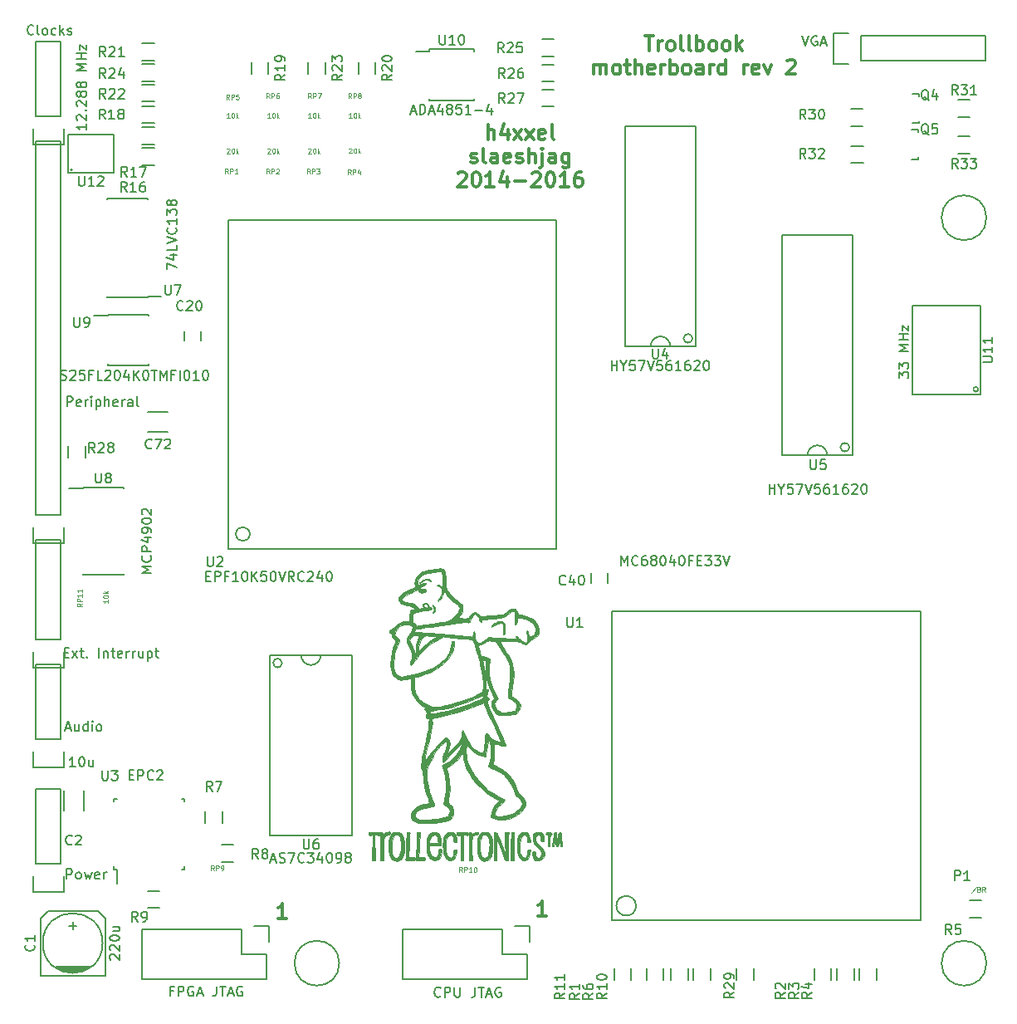
<source format=gto>
G04 #@! TF.FileFunction,Legend,Top*
%FSLAX46Y46*%
G04 Gerber Fmt 4.6, Leading zero omitted, Abs format (unit mm)*
G04 Created by KiCad (PCBNEW 0.201602281447+6595~42~ubuntu14.04.1-product) date fre  4 mar 2016 01:41:54*
%MOMM*%
G01*
G04 APERTURE LIST*
%ADD10C,0.100000*%
%ADD11C,0.300000*%
%ADD12C,0.150000*%
%ADD13C,0.200000*%
%ADD14C,0.010000*%
%ADD15C,0.125000*%
G04 APERTURE END LIST*
D10*
D11*
X132464286Y-62028571D02*
X132464286Y-60528571D01*
X133107143Y-62028571D02*
X133107143Y-61242857D01*
X133035714Y-61100000D01*
X132892857Y-61028571D01*
X132678572Y-61028571D01*
X132535714Y-61100000D01*
X132464286Y-61171429D01*
X134464286Y-61028571D02*
X134464286Y-62028571D01*
X134107143Y-60457143D02*
X133750000Y-61528571D01*
X134678572Y-61528571D01*
X135107143Y-62028571D02*
X135892857Y-61028571D01*
X135107143Y-61028571D02*
X135892857Y-62028571D01*
X136321429Y-62028571D02*
X137107143Y-61028571D01*
X136321429Y-61028571D02*
X137107143Y-62028571D01*
X138250000Y-61957143D02*
X138107143Y-62028571D01*
X137821429Y-62028571D01*
X137678572Y-61957143D01*
X137607143Y-61814286D01*
X137607143Y-61242857D01*
X137678572Y-61100000D01*
X137821429Y-61028571D01*
X138107143Y-61028571D01*
X138250000Y-61100000D01*
X138321429Y-61242857D01*
X138321429Y-61385714D01*
X137607143Y-61528571D01*
X139178572Y-62028571D02*
X139035714Y-61957143D01*
X138964286Y-61814286D01*
X138964286Y-60528571D01*
X130714285Y-64357143D02*
X130857142Y-64428571D01*
X131142857Y-64428571D01*
X131285714Y-64357143D01*
X131357142Y-64214286D01*
X131357142Y-64142857D01*
X131285714Y-64000000D01*
X131142857Y-63928571D01*
X130928571Y-63928571D01*
X130785714Y-63857143D01*
X130714285Y-63714286D01*
X130714285Y-63642857D01*
X130785714Y-63500000D01*
X130928571Y-63428571D01*
X131142857Y-63428571D01*
X131285714Y-63500000D01*
X132214286Y-64428571D02*
X132071428Y-64357143D01*
X132000000Y-64214286D01*
X132000000Y-62928571D01*
X133428571Y-64428571D02*
X133428571Y-63642857D01*
X133357142Y-63500000D01*
X133214285Y-63428571D01*
X132928571Y-63428571D01*
X132785714Y-63500000D01*
X133428571Y-64357143D02*
X133285714Y-64428571D01*
X132928571Y-64428571D01*
X132785714Y-64357143D01*
X132714285Y-64214286D01*
X132714285Y-64071429D01*
X132785714Y-63928571D01*
X132928571Y-63857143D01*
X133285714Y-63857143D01*
X133428571Y-63785714D01*
X134714285Y-64357143D02*
X134571428Y-64428571D01*
X134285714Y-64428571D01*
X134142857Y-64357143D01*
X134071428Y-64214286D01*
X134071428Y-63642857D01*
X134142857Y-63500000D01*
X134285714Y-63428571D01*
X134571428Y-63428571D01*
X134714285Y-63500000D01*
X134785714Y-63642857D01*
X134785714Y-63785714D01*
X134071428Y-63928571D01*
X135357142Y-64357143D02*
X135499999Y-64428571D01*
X135785714Y-64428571D01*
X135928571Y-64357143D01*
X135999999Y-64214286D01*
X135999999Y-64142857D01*
X135928571Y-64000000D01*
X135785714Y-63928571D01*
X135571428Y-63928571D01*
X135428571Y-63857143D01*
X135357142Y-63714286D01*
X135357142Y-63642857D01*
X135428571Y-63500000D01*
X135571428Y-63428571D01*
X135785714Y-63428571D01*
X135928571Y-63500000D01*
X136642857Y-64428571D02*
X136642857Y-62928571D01*
X137285714Y-64428571D02*
X137285714Y-63642857D01*
X137214285Y-63500000D01*
X137071428Y-63428571D01*
X136857143Y-63428571D01*
X136714285Y-63500000D01*
X136642857Y-63571429D01*
X138000000Y-63428571D02*
X138000000Y-64714286D01*
X137928571Y-64857143D01*
X137785714Y-64928571D01*
X137714286Y-64928571D01*
X138000000Y-62928571D02*
X137928571Y-63000000D01*
X138000000Y-63071429D01*
X138071428Y-63000000D01*
X138000000Y-62928571D01*
X138000000Y-63071429D01*
X139357143Y-64428571D02*
X139357143Y-63642857D01*
X139285714Y-63500000D01*
X139142857Y-63428571D01*
X138857143Y-63428571D01*
X138714286Y-63500000D01*
X139357143Y-64357143D02*
X139214286Y-64428571D01*
X138857143Y-64428571D01*
X138714286Y-64357143D01*
X138642857Y-64214286D01*
X138642857Y-64071429D01*
X138714286Y-63928571D01*
X138857143Y-63857143D01*
X139214286Y-63857143D01*
X139357143Y-63785714D01*
X140714286Y-63428571D02*
X140714286Y-64642857D01*
X140642857Y-64785714D01*
X140571429Y-64857143D01*
X140428572Y-64928571D01*
X140214286Y-64928571D01*
X140071429Y-64857143D01*
X140714286Y-64357143D02*
X140571429Y-64428571D01*
X140285715Y-64428571D01*
X140142857Y-64357143D01*
X140071429Y-64285714D01*
X140000000Y-64142857D01*
X140000000Y-63714286D01*
X140071429Y-63571429D01*
X140142857Y-63500000D01*
X140285715Y-63428571D01*
X140571429Y-63428571D01*
X140714286Y-63500000D01*
X129392859Y-65471429D02*
X129464288Y-65400000D01*
X129607145Y-65328571D01*
X129964288Y-65328571D01*
X130107145Y-65400000D01*
X130178574Y-65471429D01*
X130250002Y-65614286D01*
X130250002Y-65757143D01*
X130178574Y-65971429D01*
X129321431Y-66828571D01*
X130250002Y-66828571D01*
X131178573Y-65328571D02*
X131321430Y-65328571D01*
X131464287Y-65400000D01*
X131535716Y-65471429D01*
X131607145Y-65614286D01*
X131678573Y-65900000D01*
X131678573Y-66257143D01*
X131607145Y-66542857D01*
X131535716Y-66685714D01*
X131464287Y-66757143D01*
X131321430Y-66828571D01*
X131178573Y-66828571D01*
X131035716Y-66757143D01*
X130964287Y-66685714D01*
X130892859Y-66542857D01*
X130821430Y-66257143D01*
X130821430Y-65900000D01*
X130892859Y-65614286D01*
X130964287Y-65471429D01*
X131035716Y-65400000D01*
X131178573Y-65328571D01*
X133107144Y-66828571D02*
X132250001Y-66828571D01*
X132678573Y-66828571D02*
X132678573Y-65328571D01*
X132535716Y-65542857D01*
X132392858Y-65685714D01*
X132250001Y-65757143D01*
X134392858Y-65828571D02*
X134392858Y-66828571D01*
X134035715Y-65257143D02*
X133678572Y-66328571D01*
X134607144Y-66328571D01*
X135178572Y-66257143D02*
X136321429Y-66257143D01*
X136964286Y-65471429D02*
X137035715Y-65400000D01*
X137178572Y-65328571D01*
X137535715Y-65328571D01*
X137678572Y-65400000D01*
X137750001Y-65471429D01*
X137821429Y-65614286D01*
X137821429Y-65757143D01*
X137750001Y-65971429D01*
X136892858Y-66828571D01*
X137821429Y-66828571D01*
X138750000Y-65328571D02*
X138892857Y-65328571D01*
X139035714Y-65400000D01*
X139107143Y-65471429D01*
X139178572Y-65614286D01*
X139250000Y-65900000D01*
X139250000Y-66257143D01*
X139178572Y-66542857D01*
X139107143Y-66685714D01*
X139035714Y-66757143D01*
X138892857Y-66828571D01*
X138750000Y-66828571D01*
X138607143Y-66757143D01*
X138535714Y-66685714D01*
X138464286Y-66542857D01*
X138392857Y-66257143D01*
X138392857Y-65900000D01*
X138464286Y-65614286D01*
X138535714Y-65471429D01*
X138607143Y-65400000D01*
X138750000Y-65328571D01*
X140678571Y-66828571D02*
X139821428Y-66828571D01*
X140250000Y-66828571D02*
X140250000Y-65328571D01*
X140107143Y-65542857D01*
X139964285Y-65685714D01*
X139821428Y-65757143D01*
X141964285Y-65328571D02*
X141678571Y-65328571D01*
X141535714Y-65400000D01*
X141464285Y-65471429D01*
X141321428Y-65685714D01*
X141249999Y-65971429D01*
X141249999Y-66542857D01*
X141321428Y-66685714D01*
X141392856Y-66757143D01*
X141535714Y-66828571D01*
X141821428Y-66828571D01*
X141964285Y-66757143D01*
X142035714Y-66685714D01*
X142107142Y-66542857D01*
X142107142Y-66185714D01*
X142035714Y-66042857D01*
X141964285Y-65971429D01*
X141821428Y-65900000D01*
X141535714Y-65900000D01*
X141392856Y-65971429D01*
X141321428Y-66042857D01*
X141249999Y-66185714D01*
X148500000Y-51478571D02*
X149357143Y-51478571D01*
X148928572Y-52978571D02*
X148928572Y-51478571D01*
X149857143Y-52978571D02*
X149857143Y-51978571D01*
X149857143Y-52264286D02*
X149928571Y-52121429D01*
X150000000Y-52050000D01*
X150142857Y-51978571D01*
X150285714Y-51978571D01*
X151000000Y-52978571D02*
X150857142Y-52907143D01*
X150785714Y-52835714D01*
X150714285Y-52692857D01*
X150714285Y-52264286D01*
X150785714Y-52121429D01*
X150857142Y-52050000D01*
X151000000Y-51978571D01*
X151214285Y-51978571D01*
X151357142Y-52050000D01*
X151428571Y-52121429D01*
X151500000Y-52264286D01*
X151500000Y-52692857D01*
X151428571Y-52835714D01*
X151357142Y-52907143D01*
X151214285Y-52978571D01*
X151000000Y-52978571D01*
X152357143Y-52978571D02*
X152214285Y-52907143D01*
X152142857Y-52764286D01*
X152142857Y-51478571D01*
X153142857Y-52978571D02*
X152999999Y-52907143D01*
X152928571Y-52764286D01*
X152928571Y-51478571D01*
X153714285Y-52978571D02*
X153714285Y-51478571D01*
X153714285Y-52050000D02*
X153857142Y-51978571D01*
X154142856Y-51978571D01*
X154285713Y-52050000D01*
X154357142Y-52121429D01*
X154428571Y-52264286D01*
X154428571Y-52692857D01*
X154357142Y-52835714D01*
X154285713Y-52907143D01*
X154142856Y-52978571D01*
X153857142Y-52978571D01*
X153714285Y-52907143D01*
X155285714Y-52978571D02*
X155142856Y-52907143D01*
X155071428Y-52835714D01*
X154999999Y-52692857D01*
X154999999Y-52264286D01*
X155071428Y-52121429D01*
X155142856Y-52050000D01*
X155285714Y-51978571D01*
X155499999Y-51978571D01*
X155642856Y-52050000D01*
X155714285Y-52121429D01*
X155785714Y-52264286D01*
X155785714Y-52692857D01*
X155714285Y-52835714D01*
X155642856Y-52907143D01*
X155499999Y-52978571D01*
X155285714Y-52978571D01*
X156642857Y-52978571D02*
X156499999Y-52907143D01*
X156428571Y-52835714D01*
X156357142Y-52692857D01*
X156357142Y-52264286D01*
X156428571Y-52121429D01*
X156499999Y-52050000D01*
X156642857Y-51978571D01*
X156857142Y-51978571D01*
X156999999Y-52050000D01*
X157071428Y-52121429D01*
X157142857Y-52264286D01*
X157142857Y-52692857D01*
X157071428Y-52835714D01*
X156999999Y-52907143D01*
X156857142Y-52978571D01*
X156642857Y-52978571D01*
X157785714Y-52978571D02*
X157785714Y-51478571D01*
X157928571Y-52407143D02*
X158357142Y-52978571D01*
X158357142Y-51978571D02*
X157785714Y-52550000D01*
X143250001Y-55378571D02*
X143250001Y-54378571D01*
X143250001Y-54521429D02*
X143321429Y-54450000D01*
X143464287Y-54378571D01*
X143678572Y-54378571D01*
X143821429Y-54450000D01*
X143892858Y-54592857D01*
X143892858Y-55378571D01*
X143892858Y-54592857D02*
X143964287Y-54450000D01*
X144107144Y-54378571D01*
X144321429Y-54378571D01*
X144464287Y-54450000D01*
X144535715Y-54592857D01*
X144535715Y-55378571D01*
X145464287Y-55378571D02*
X145321429Y-55307143D01*
X145250001Y-55235714D01*
X145178572Y-55092857D01*
X145178572Y-54664286D01*
X145250001Y-54521429D01*
X145321429Y-54450000D01*
X145464287Y-54378571D01*
X145678572Y-54378571D01*
X145821429Y-54450000D01*
X145892858Y-54521429D01*
X145964287Y-54664286D01*
X145964287Y-55092857D01*
X145892858Y-55235714D01*
X145821429Y-55307143D01*
X145678572Y-55378571D01*
X145464287Y-55378571D01*
X146392858Y-54378571D02*
X146964287Y-54378571D01*
X146607144Y-53878571D02*
X146607144Y-55164286D01*
X146678572Y-55307143D01*
X146821430Y-55378571D01*
X146964287Y-55378571D01*
X147464287Y-55378571D02*
X147464287Y-53878571D01*
X148107144Y-55378571D02*
X148107144Y-54592857D01*
X148035715Y-54450000D01*
X147892858Y-54378571D01*
X147678573Y-54378571D01*
X147535715Y-54450000D01*
X147464287Y-54521429D01*
X149392858Y-55307143D02*
X149250001Y-55378571D01*
X148964287Y-55378571D01*
X148821430Y-55307143D01*
X148750001Y-55164286D01*
X148750001Y-54592857D01*
X148821430Y-54450000D01*
X148964287Y-54378571D01*
X149250001Y-54378571D01*
X149392858Y-54450000D01*
X149464287Y-54592857D01*
X149464287Y-54735714D01*
X148750001Y-54878571D01*
X150107144Y-55378571D02*
X150107144Y-54378571D01*
X150107144Y-54664286D02*
X150178572Y-54521429D01*
X150250001Y-54450000D01*
X150392858Y-54378571D01*
X150535715Y-54378571D01*
X151035715Y-55378571D02*
X151035715Y-53878571D01*
X151035715Y-54450000D02*
X151178572Y-54378571D01*
X151464286Y-54378571D01*
X151607143Y-54450000D01*
X151678572Y-54521429D01*
X151750001Y-54664286D01*
X151750001Y-55092857D01*
X151678572Y-55235714D01*
X151607143Y-55307143D01*
X151464286Y-55378571D01*
X151178572Y-55378571D01*
X151035715Y-55307143D01*
X152607144Y-55378571D02*
X152464286Y-55307143D01*
X152392858Y-55235714D01*
X152321429Y-55092857D01*
X152321429Y-54664286D01*
X152392858Y-54521429D01*
X152464286Y-54450000D01*
X152607144Y-54378571D01*
X152821429Y-54378571D01*
X152964286Y-54450000D01*
X153035715Y-54521429D01*
X153107144Y-54664286D01*
X153107144Y-55092857D01*
X153035715Y-55235714D01*
X152964286Y-55307143D01*
X152821429Y-55378571D01*
X152607144Y-55378571D01*
X154392858Y-55378571D02*
X154392858Y-54592857D01*
X154321429Y-54450000D01*
X154178572Y-54378571D01*
X153892858Y-54378571D01*
X153750001Y-54450000D01*
X154392858Y-55307143D02*
X154250001Y-55378571D01*
X153892858Y-55378571D01*
X153750001Y-55307143D01*
X153678572Y-55164286D01*
X153678572Y-55021429D01*
X153750001Y-54878571D01*
X153892858Y-54807143D01*
X154250001Y-54807143D01*
X154392858Y-54735714D01*
X155107144Y-55378571D02*
X155107144Y-54378571D01*
X155107144Y-54664286D02*
X155178572Y-54521429D01*
X155250001Y-54450000D01*
X155392858Y-54378571D01*
X155535715Y-54378571D01*
X156678572Y-55378571D02*
X156678572Y-53878571D01*
X156678572Y-55307143D02*
X156535715Y-55378571D01*
X156250001Y-55378571D01*
X156107143Y-55307143D01*
X156035715Y-55235714D01*
X155964286Y-55092857D01*
X155964286Y-54664286D01*
X156035715Y-54521429D01*
X156107143Y-54450000D01*
X156250001Y-54378571D01*
X156535715Y-54378571D01*
X156678572Y-54450000D01*
X158535715Y-55378571D02*
X158535715Y-54378571D01*
X158535715Y-54664286D02*
X158607143Y-54521429D01*
X158678572Y-54450000D01*
X158821429Y-54378571D01*
X158964286Y-54378571D01*
X160035714Y-55307143D02*
X159892857Y-55378571D01*
X159607143Y-55378571D01*
X159464286Y-55307143D01*
X159392857Y-55164286D01*
X159392857Y-54592857D01*
X159464286Y-54450000D01*
X159607143Y-54378571D01*
X159892857Y-54378571D01*
X160035714Y-54450000D01*
X160107143Y-54592857D01*
X160107143Y-54735714D01*
X159392857Y-54878571D01*
X160607143Y-54378571D02*
X160964286Y-55378571D01*
X161321428Y-54378571D01*
X162964285Y-54021429D02*
X163035714Y-53950000D01*
X163178571Y-53878571D01*
X163535714Y-53878571D01*
X163678571Y-53950000D01*
X163750000Y-54021429D01*
X163821428Y-54164286D01*
X163821428Y-54307143D01*
X163750000Y-54521429D01*
X162892857Y-55378571D01*
X163821428Y-55378571D01*
X111928572Y-141428571D02*
X111071429Y-141428571D01*
X111500001Y-141428571D02*
X111500001Y-139928571D01*
X111357144Y-140142857D01*
X111214286Y-140285714D01*
X111071429Y-140357143D01*
X138428572Y-141178571D02*
X137571429Y-141178571D01*
X138000001Y-141178571D02*
X138000001Y-139678571D01*
X137857144Y-139892857D01*
X137714286Y-140035714D01*
X137571429Y-140107143D01*
D12*
X117286000Y-146000000D02*
G75*
G03X117286000Y-146000000I-2286000J0D01*
G01*
X183286000Y-70000000D02*
G75*
G03X183286000Y-70000000I-2286000J0D01*
G01*
X150050000Y-82100000D02*
G75*
G03X149050000Y-83100000I0J-1000000D01*
G01*
X151050000Y-83100000D02*
G75*
G03X150050000Y-82100000I-1000000J0D01*
G01*
X153297214Y-82300000D02*
G75*
G03X153297214Y-82300000I-447214J0D01*
G01*
X146450000Y-83100000D02*
X146450000Y-60700000D01*
X146450000Y-60700000D02*
X153650000Y-60700000D01*
X153650000Y-60700000D02*
X153650000Y-83100000D01*
X153650000Y-83100000D02*
X146450000Y-83100000D01*
X166050000Y-93200000D02*
G75*
G03X165050000Y-94200000I0J-1000000D01*
G01*
X167050000Y-94200000D02*
G75*
G03X166050000Y-93200000I-1000000J0D01*
G01*
X169297214Y-93400000D02*
G75*
G03X169297214Y-93400000I-447214J0D01*
G01*
X162450000Y-94200000D02*
X162450000Y-71800000D01*
X162450000Y-71800000D02*
X169650000Y-71800000D01*
X169650000Y-71800000D02*
X169650000Y-94200000D01*
X169650000Y-94200000D02*
X162450000Y-94200000D01*
X147550000Y-140150000D02*
G75*
G03X147550000Y-140150000I-1000000J0D01*
G01*
X145050000Y-110150000D02*
X145050000Y-141650000D01*
X176550000Y-110150000D02*
X145050000Y-110150000D01*
X176550000Y-141650000D02*
X176550000Y-110150000D01*
X145050000Y-141650000D02*
X176550000Y-141650000D01*
X108157107Y-102250000D02*
G75*
G03X108157107Y-102250000I-707107J0D01*
G01*
X105950000Y-70250000D02*
X105950000Y-103750000D01*
X139450000Y-70250000D02*
X105950000Y-70250000D01*
X139450000Y-103750000D02*
X139450000Y-70250000D01*
X105950000Y-103750000D02*
X139450000Y-103750000D01*
X97725000Y-78150000D02*
X97725000Y-78045000D01*
X93575000Y-78150000D02*
X93575000Y-78045000D01*
X93575000Y-68000000D02*
X93575000Y-68105000D01*
X97725000Y-68000000D02*
X97725000Y-68105000D01*
X97725000Y-78150000D02*
X93575000Y-78150000D01*
X97725000Y-68000000D02*
X93575000Y-68000000D01*
X97725000Y-78045000D02*
X99100000Y-78045000D01*
D13*
X110200000Y-133000000D02*
X118600000Y-133000000D01*
X118600000Y-114600000D02*
X110200000Y-114600000D01*
X110200000Y-114600000D02*
X110200000Y-133000000D01*
X118600000Y-114600000D02*
X118600000Y-133000000D01*
D12*
X114400000Y-115600000D02*
G75*
G03X115400000Y-114600000I0J1000000D01*
G01*
X113400000Y-114600000D02*
G75*
G03X114400000Y-115600000I1000000J0D01*
G01*
X111447214Y-115400000D02*
G75*
G03X111447214Y-115400000I-447214J0D01*
G01*
X94275000Y-136475000D02*
X94600000Y-136475000D01*
X94275000Y-129225000D02*
X94600000Y-129225000D01*
X101525000Y-129225000D02*
X101200000Y-129225000D01*
X101525000Y-136475000D02*
X101200000Y-136475000D01*
X94275000Y-136475000D02*
X94275000Y-136150000D01*
X101525000Y-136475000D02*
X101525000Y-136150000D01*
X101525000Y-129225000D02*
X101525000Y-129550000D01*
X94275000Y-129225000D02*
X94275000Y-129550000D01*
X94600000Y-136475000D02*
X94600000Y-137900000D01*
X91125000Y-97500000D02*
X91125000Y-97615000D01*
X95275000Y-97500000D02*
X95275000Y-97615000D01*
X95275000Y-106400000D02*
X95275000Y-106285000D01*
X91125000Y-106400000D02*
X91125000Y-106285000D01*
X91125000Y-97500000D02*
X95275000Y-97500000D01*
X91125000Y-106400000D02*
X95275000Y-106400000D01*
X91125000Y-97615000D02*
X89750000Y-97615000D01*
X93675000Y-79875000D02*
X93675000Y-80020000D01*
X97825000Y-79875000D02*
X97825000Y-80020000D01*
X97825000Y-85025000D02*
X97825000Y-84880000D01*
X93675000Y-85025000D02*
X93675000Y-84880000D01*
X93675000Y-79875000D02*
X97825000Y-79875000D01*
X93675000Y-85025000D02*
X97825000Y-85025000D01*
X93675000Y-80020000D02*
X92275000Y-80020000D01*
X109870000Y-147610000D02*
X97170000Y-147610000D01*
X97170000Y-147610000D02*
X97170000Y-142530000D01*
X97170000Y-142530000D02*
X107330000Y-142530000D01*
X109870000Y-147610000D02*
X109870000Y-145070000D01*
X110150000Y-143800000D02*
X110150000Y-142250000D01*
X109870000Y-145070000D02*
X107330000Y-145070000D01*
X107330000Y-145070000D02*
X107330000Y-142530000D01*
X110150000Y-142250000D02*
X108600000Y-142250000D01*
X136450000Y-147610000D02*
X123750000Y-147610000D01*
X123750000Y-147610000D02*
X123750000Y-142530000D01*
X123750000Y-142530000D02*
X133910000Y-142530000D01*
X136450000Y-147610000D02*
X136450000Y-145070000D01*
X136730000Y-143800000D02*
X136730000Y-142250000D01*
X136450000Y-145070000D02*
X133910000Y-145070000D01*
X133910000Y-145070000D02*
X133910000Y-142530000D01*
X136730000Y-142250000D02*
X135180000Y-142250000D01*
X126425000Y-52825000D02*
X126425000Y-53050000D01*
X131075000Y-52825000D02*
X131075000Y-53050000D01*
X131075000Y-58075000D02*
X131075000Y-57850000D01*
X126425000Y-58075000D02*
X126425000Y-57850000D01*
X126425000Y-52825000D02*
X131075000Y-52825000D01*
X126425000Y-58075000D02*
X131075000Y-58075000D01*
X126425000Y-53050000D02*
X125075000Y-53050000D01*
X137950000Y-51825000D02*
X139150000Y-51825000D01*
X139150000Y-53575000D02*
X137950000Y-53575000D01*
X138000000Y-54375000D02*
X139200000Y-54375000D01*
X139200000Y-56125000D02*
X138000000Y-56125000D01*
X138000000Y-56925000D02*
X139200000Y-56925000D01*
X139200000Y-58675000D02*
X138000000Y-58675000D01*
X108325000Y-55350000D02*
X108325000Y-54150000D01*
X110075000Y-54150000D02*
X110075000Y-55350000D01*
X119225000Y-55350000D02*
X119225000Y-54150000D01*
X120975000Y-54150000D02*
X120975000Y-55350000D01*
X97200000Y-52225000D02*
X98400000Y-52225000D01*
X98400000Y-53975000D02*
X97200000Y-53975000D01*
X97200000Y-56425000D02*
X98400000Y-56425000D01*
X98400000Y-58175000D02*
X97200000Y-58175000D01*
X114125000Y-55350000D02*
X114125000Y-54150000D01*
X115875000Y-54150000D02*
X115875000Y-55350000D01*
X97200000Y-54325000D02*
X98400000Y-54325000D01*
X98400000Y-56075000D02*
X97200000Y-56075000D01*
X98400000Y-64625000D02*
X97200000Y-64625000D01*
X97200000Y-62875000D02*
X98400000Y-62875000D01*
X98400000Y-62500001D02*
X97200000Y-62500001D01*
X97200000Y-60750001D02*
X98400000Y-60750001D01*
X98400000Y-60375000D02*
X97200000Y-60375000D01*
X97200000Y-58625000D02*
X98400000Y-58625000D01*
X88900000Y-123190000D02*
X88900000Y-115570000D01*
X86360000Y-123190000D02*
X86360000Y-115570000D01*
X86080000Y-126010000D02*
X86080000Y-124460000D01*
X88900000Y-115570000D02*
X86360000Y-115570000D01*
X86360000Y-123190000D02*
X88900000Y-123190000D01*
X89180000Y-124460000D02*
X89180000Y-126010000D01*
X89180000Y-126010000D02*
X86080000Y-126010000D01*
X88900000Y-135890000D02*
X88900000Y-128270000D01*
X86360000Y-135890000D02*
X86360000Y-128270000D01*
X86080000Y-138710000D02*
X86080000Y-137160000D01*
X88900000Y-128270000D02*
X86360000Y-128270000D01*
X86360000Y-135890000D02*
X88900000Y-135890000D01*
X89180000Y-137160000D02*
X89180000Y-138710000D01*
X89180000Y-138710000D02*
X86080000Y-138710000D01*
X88900000Y-100330000D02*
X88900000Y-62230000D01*
X88900000Y-62230000D02*
X86360000Y-62230000D01*
X86360000Y-62230000D02*
X86360000Y-100330000D01*
X86080000Y-103150000D02*
X86080000Y-101600000D01*
X86360000Y-100330000D02*
X88900000Y-100330000D01*
X89180000Y-101600000D02*
X89180000Y-103150000D01*
X89180000Y-103150000D02*
X86080000Y-103150000D01*
X170520000Y-51480000D02*
X183220000Y-51480000D01*
X183220000Y-51480000D02*
X183220000Y-54020000D01*
X183220000Y-54020000D02*
X170520000Y-54020000D01*
X167700000Y-51200000D02*
X169250000Y-51200000D01*
X170520000Y-51480000D02*
X170520000Y-54020000D01*
X169250000Y-54300000D02*
X167700000Y-54300000D01*
X167700000Y-54300000D02*
X167700000Y-51200000D01*
X150375000Y-146500000D02*
X150375000Y-147700000D01*
X148625000Y-147700000D02*
X148625000Y-146500000D01*
X167475000Y-146500000D02*
X167475000Y-147700000D01*
X165725000Y-147700000D02*
X165725000Y-146500000D01*
X169775000Y-146500000D02*
X169775000Y-147700000D01*
X168025000Y-147700000D02*
X168025000Y-146500000D01*
X172075000Y-146500000D02*
X172075000Y-147700000D01*
X170325000Y-147700000D02*
X170325000Y-146500000D01*
X181600000Y-139625000D02*
X182800000Y-139625000D01*
X182800000Y-141375000D02*
X181600000Y-141375000D01*
X151125000Y-147700000D02*
X151125000Y-146500000D01*
X152875000Y-146500000D02*
X152875000Y-147700000D01*
X105375000Y-130500000D02*
X105375000Y-131700000D01*
X103625000Y-131700000D02*
X103625000Y-130500000D01*
X105300000Y-133925000D02*
X106500000Y-133925000D01*
X106500000Y-135675000D02*
X105300000Y-135675000D01*
X98950000Y-140375000D02*
X97750000Y-140375000D01*
X97750000Y-138625000D02*
X98950000Y-138625000D01*
X155175000Y-146500000D02*
X155175000Y-147700000D01*
X153425000Y-147700000D02*
X153425000Y-146500000D01*
X147075000Y-146500000D02*
X147075000Y-147700000D01*
X145325000Y-147700000D02*
X145325000Y-146500000D01*
X88900000Y-59690000D02*
X88900000Y-52070000D01*
X86360000Y-59690000D02*
X86360000Y-52070000D01*
X86080000Y-62510000D02*
X86080000Y-60960000D01*
X88900000Y-52070000D02*
X86360000Y-52070000D01*
X86360000Y-59690000D02*
X88900000Y-59690000D01*
X89180000Y-60960000D02*
X89180000Y-62510000D01*
X89180000Y-62510000D02*
X86080000Y-62510000D01*
X91375000Y-93250000D02*
X91375000Y-94450000D01*
X89625000Y-94450000D02*
X89625000Y-93250000D01*
D13*
X182450000Y-87500000D02*
G75*
G03X182450000Y-87500000I-250000J0D01*
G01*
X175700000Y-88000000D02*
X175700000Y-79000000D01*
X175700000Y-79000000D02*
X182700000Y-79000000D01*
X182700000Y-79000000D02*
X182700000Y-88000000D01*
X182700000Y-88000000D02*
X175700000Y-88000000D01*
X90057803Y-65101000D02*
G75*
G03X90057803Y-65101000I-89803J0D01*
G01*
X89650500Y-61545000D02*
X94286000Y-61545000D01*
X94286000Y-61545000D02*
X94286000Y-65418500D01*
X94286000Y-65418500D02*
X89650500Y-65418500D01*
X89650500Y-65418500D02*
X89650500Y-61545000D01*
D12*
X159575000Y-146500000D02*
X159575000Y-147700000D01*
X157825000Y-147700000D02*
X157825000Y-146500000D01*
X175699200Y-57350180D02*
X176400240Y-57350180D01*
X176400240Y-57350180D02*
X176400240Y-57599100D01*
X176400240Y-60149160D02*
X176400240Y-60349820D01*
X176400240Y-60349820D02*
X175699200Y-60349820D01*
X175649200Y-61050180D02*
X176350240Y-61050180D01*
X176350240Y-61050180D02*
X176350240Y-61299100D01*
X176350240Y-63849160D02*
X176350240Y-64049820D01*
X176350240Y-64049820D02*
X175649200Y-64049820D01*
X169450000Y-58925000D02*
X170650000Y-58925000D01*
X170650000Y-60675000D02*
X169450000Y-60675000D01*
X181600000Y-59725000D02*
X180400000Y-59725000D01*
X180400000Y-57975000D02*
X181600000Y-57975000D01*
X169500000Y-62675000D02*
X170700000Y-62675000D01*
X170700000Y-64425000D02*
X169500000Y-64425000D01*
X181600000Y-63475000D02*
X180400000Y-63475000D01*
X180400000Y-61725000D02*
X181600000Y-61725000D01*
X89338000Y-146870180D02*
X90862000Y-146870180D01*
X91243000Y-146743180D02*
X88957000Y-146743180D01*
X88703000Y-146616180D02*
X91497000Y-146616180D01*
X91751000Y-146489180D02*
X88449000Y-146489180D01*
X88322000Y-146362180D02*
X91878000Y-146362180D01*
X86798000Y-147251180D02*
X93402000Y-147251180D01*
X93402000Y-147251180D02*
X93402000Y-141409180D01*
X93402000Y-141409180D02*
X92640000Y-140647180D01*
X92640000Y-140647180D02*
X87560000Y-140647180D01*
X87560000Y-140647180D02*
X86798000Y-141409180D01*
X86798000Y-141409180D02*
X86798000Y-147251180D01*
X90100000Y-141790180D02*
X90100000Y-142552180D01*
X89719000Y-142171180D02*
X90481000Y-142171180D01*
X93148000Y-143949180D02*
G75*
G03X93148000Y-143949180I-3048000J0D01*
G01*
X91225000Y-130450000D02*
X91225000Y-128450000D01*
X89175000Y-128450000D02*
X89175000Y-130450000D01*
X101500000Y-81550000D02*
X101500000Y-82550000D01*
X103200000Y-82550000D02*
X103200000Y-81550000D01*
X142950000Y-106250000D02*
X142950000Y-107250000D01*
X144650000Y-107250000D02*
X144650000Y-106250000D01*
X89180000Y-114300000D02*
X89180000Y-115850000D01*
X89180000Y-115850000D02*
X86080000Y-115850000D01*
X86080000Y-115850000D02*
X86080000Y-114300000D01*
X86360000Y-113030000D02*
X86360000Y-102870000D01*
X86360000Y-102870000D02*
X88900000Y-102870000D01*
X88900000Y-102870000D02*
X88900000Y-113030000D01*
X86360000Y-113030000D02*
X88900000Y-113030000D01*
X183286000Y-146000000D02*
G75*
G03X183286000Y-146000000I-2286000J0D01*
G01*
X97800000Y-91825000D02*
X99800000Y-91825000D01*
X99800000Y-89775000D02*
X97800000Y-89775000D01*
D14*
G36*
X123363414Y-132639944D02*
X123572659Y-132754768D01*
X123726705Y-132955297D01*
X123829711Y-133249021D01*
X123885835Y-133643430D01*
X123899793Y-134053198D01*
X123879415Y-134554575D01*
X123816184Y-134947909D01*
X123706953Y-135239408D01*
X123548575Y-135435276D01*
X123337903Y-135541721D01*
X123132437Y-135566667D01*
X122893202Y-135532867D01*
X122694611Y-135416441D01*
X122688016Y-135410938D01*
X122517281Y-135198538D01*
X122400146Y-134890975D01*
X122335092Y-134482782D01*
X122319524Y-134085000D01*
X122322396Y-134030619D01*
X122626506Y-134030619D01*
X122638137Y-134427445D01*
X122684626Y-134736440D01*
X122772062Y-134987253D01*
X122852607Y-135131373D01*
X122983596Y-135243052D01*
X123146265Y-135256535D01*
X123309247Y-135176850D01*
X123424556Y-135039700D01*
X123525547Y-134785635D01*
X123590216Y-134453584D01*
X123613899Y-134082296D01*
X123591930Y-133710521D01*
X123588018Y-133681613D01*
X123530980Y-133360488D01*
X123460396Y-133137650D01*
X123366440Y-132990492D01*
X123248985Y-132901476D01*
X123131611Y-132857557D01*
X123027496Y-132885771D01*
X122942438Y-132943526D01*
X122803496Y-133087585D01*
X122708394Y-133289388D01*
X122651659Y-133567769D01*
X122627818Y-133941557D01*
X122626506Y-134030619D01*
X122322396Y-134030619D01*
X122344320Y-133615637D01*
X122416344Y-133221612D01*
X122532052Y-132917104D01*
X122653888Y-132747281D01*
X122783519Y-132651384D01*
X122949195Y-132609434D01*
X123094810Y-132603334D01*
X123363414Y-132639944D01*
X123363414Y-132639944D01*
G37*
X123363414Y-132639944D02*
X123572659Y-132754768D01*
X123726705Y-132955297D01*
X123829711Y-133249021D01*
X123885835Y-133643430D01*
X123899793Y-134053198D01*
X123879415Y-134554575D01*
X123816184Y-134947909D01*
X123706953Y-135239408D01*
X123548575Y-135435276D01*
X123337903Y-135541721D01*
X123132437Y-135566667D01*
X122893202Y-135532867D01*
X122694611Y-135416441D01*
X122688016Y-135410938D01*
X122517281Y-135198538D01*
X122400146Y-134890975D01*
X122335092Y-134482782D01*
X122319524Y-134085000D01*
X122322396Y-134030619D01*
X122626506Y-134030619D01*
X122638137Y-134427445D01*
X122684626Y-134736440D01*
X122772062Y-134987253D01*
X122852607Y-135131373D01*
X122983596Y-135243052D01*
X123146265Y-135256535D01*
X123309247Y-135176850D01*
X123424556Y-135039700D01*
X123525547Y-134785635D01*
X123590216Y-134453584D01*
X123613899Y-134082296D01*
X123591930Y-133710521D01*
X123588018Y-133681613D01*
X123530980Y-133360488D01*
X123460396Y-133137650D01*
X123366440Y-132990492D01*
X123248985Y-132901476D01*
X123131611Y-132857557D01*
X123027496Y-132885771D01*
X122942438Y-132943526D01*
X122803496Y-133087585D01*
X122708394Y-133289388D01*
X122651659Y-133567769D01*
X122627818Y-133941557D01*
X122626506Y-134030619D01*
X122322396Y-134030619D01*
X122344320Y-133615637D01*
X122416344Y-133221612D01*
X122532052Y-132917104D01*
X122653888Y-132747281D01*
X122783519Y-132651384D01*
X122949195Y-132609434D01*
X123094810Y-132603334D01*
X123363414Y-132639944D01*
G36*
X132363523Y-132627125D02*
X132539151Y-132714148D01*
X132681835Y-132887881D01*
X132736350Y-132983332D01*
X132791438Y-133097419D01*
X132829420Y-133214383D01*
X132853408Y-133359378D01*
X132866512Y-133557556D01*
X132871845Y-133834071D01*
X132872619Y-134085000D01*
X132870897Y-134430015D01*
X132863621Y-134679354D01*
X132847629Y-134858271D01*
X132819758Y-134992022D01*
X132776843Y-135105858D01*
X132734076Y-135191128D01*
X132554872Y-135419594D01*
X132328629Y-135548926D01*
X132079089Y-135575239D01*
X131829995Y-135494648D01*
X131662466Y-135366466D01*
X131521311Y-135193755D01*
X131423416Y-134990097D01*
X131364011Y-134734083D01*
X131338324Y-134404298D01*
X131339757Y-134217362D01*
X131636871Y-134217362D01*
X131655090Y-134524435D01*
X131695770Y-134771881D01*
X131722281Y-134855787D01*
X131820000Y-135075323D01*
X131909243Y-135199805D01*
X132012878Y-135250998D01*
X132138813Y-135252255D01*
X132295006Y-135201104D01*
X132419662Y-135065030D01*
X132445783Y-135022381D01*
X132512038Y-134840744D01*
X132560991Y-134574573D01*
X132590913Y-134259284D01*
X132600071Y-133930290D01*
X132586736Y-133623004D01*
X132549176Y-133372839D01*
X132529734Y-133304586D01*
X132410754Y-133071605D01*
X132255708Y-132928854D01*
X132084978Y-132881551D01*
X131918944Y-132934910D01*
X131777987Y-133094150D01*
X131769291Y-133109949D01*
X131707323Y-133296956D01*
X131663953Y-133567765D01*
X131640147Y-133886520D01*
X131636871Y-134217362D01*
X131339757Y-134217362D01*
X131341582Y-133979333D01*
X131343202Y-133933810D01*
X131360037Y-133600996D01*
X131384721Y-133359496D01*
X131422177Y-133179706D01*
X131477326Y-133032022D01*
X131501258Y-132983332D01*
X131638653Y-132769302D01*
X131796741Y-132651466D01*
X132013585Y-132606320D01*
X132116667Y-132603334D01*
X132363523Y-132627125D01*
X132363523Y-132627125D01*
G37*
X132363523Y-132627125D02*
X132539151Y-132714148D01*
X132681835Y-132887881D01*
X132736350Y-132983332D01*
X132791438Y-133097419D01*
X132829420Y-133214383D01*
X132853408Y-133359378D01*
X132866512Y-133557556D01*
X132871845Y-133834071D01*
X132872619Y-134085000D01*
X132870897Y-134430015D01*
X132863621Y-134679354D01*
X132847629Y-134858271D01*
X132819758Y-134992022D01*
X132776843Y-135105858D01*
X132734076Y-135191128D01*
X132554872Y-135419594D01*
X132328629Y-135548926D01*
X132079089Y-135575239D01*
X131829995Y-135494648D01*
X131662466Y-135366466D01*
X131521311Y-135193755D01*
X131423416Y-134990097D01*
X131364011Y-134734083D01*
X131338324Y-134404298D01*
X131339757Y-134217362D01*
X131636871Y-134217362D01*
X131655090Y-134524435D01*
X131695770Y-134771881D01*
X131722281Y-134855787D01*
X131820000Y-135075323D01*
X131909243Y-135199805D01*
X132012878Y-135250998D01*
X132138813Y-135252255D01*
X132295006Y-135201104D01*
X132419662Y-135065030D01*
X132445783Y-135022381D01*
X132512038Y-134840744D01*
X132560991Y-134574573D01*
X132590913Y-134259284D01*
X132600071Y-133930290D01*
X132586736Y-133623004D01*
X132549176Y-133372839D01*
X132529734Y-133304586D01*
X132410754Y-133071605D01*
X132255708Y-132928854D01*
X132084978Y-132881551D01*
X131918944Y-132934910D01*
X131777987Y-133094150D01*
X131769291Y-133109949D01*
X131707323Y-133296956D01*
X131663953Y-133567765D01*
X131640147Y-133886520D01*
X131636871Y-134217362D01*
X131339757Y-134217362D01*
X131341582Y-133979333D01*
X131343202Y-133933810D01*
X131360037Y-133600996D01*
X131384721Y-133359496D01*
X131422177Y-133179706D01*
X131477326Y-133032022D01*
X131501258Y-132983332D01*
X131638653Y-132769302D01*
X131796741Y-132651466D01*
X132013585Y-132606320D01*
X132116667Y-132603334D01*
X132363523Y-132627125D01*
G36*
X137806910Y-132641298D02*
X138004076Y-132759481D01*
X138121092Y-132964317D01*
X138163861Y-133262239D01*
X138164286Y-133301655D01*
X138158712Y-133467937D01*
X138127665Y-133546276D01*
X138049653Y-133569614D01*
X137988612Y-133570953D01*
X137877523Y-133563172D01*
X137833603Y-133517001D01*
X137836518Y-133398194D01*
X137845307Y-133329627D01*
X137848084Y-133123673D01*
X137801909Y-132997007D01*
X137665374Y-132913442D01*
X137505148Y-132926018D01*
X137362870Y-133029082D01*
X137340500Y-133059646D01*
X137272022Y-133262753D01*
X137319231Y-133488347D01*
X137482849Y-133738112D01*
X137740871Y-133994215D01*
X138001714Y-134258008D01*
X138154567Y-134512283D01*
X138208597Y-134777578D01*
X138189298Y-134998733D01*
X138090581Y-135267265D01*
X137911511Y-135445471D01*
X137650963Y-135534420D01*
X137620000Y-135538491D01*
X137421178Y-135543374D01*
X137265545Y-135515351D01*
X137236358Y-135501618D01*
X137115550Y-135371115D01*
X137018043Y-135163766D01*
X136961816Y-134923559D01*
X136954762Y-134812657D01*
X136964823Y-134669484D01*
X137014971Y-134610421D01*
X137130436Y-134599048D01*
X137243111Y-134607448D01*
X137286247Y-134655915D01*
X137281696Y-134779348D01*
X137275116Y-134830123D01*
X137287532Y-135045709D01*
X137374429Y-135194339D01*
X137511963Y-135261822D01*
X137676290Y-135233970D01*
X137801429Y-135143334D01*
X137910247Y-134959019D01*
X137909461Y-134742934D01*
X137802666Y-134505906D01*
X137593462Y-134258762D01*
X137471714Y-134151092D01*
X137233917Y-133925655D01*
X137091540Y-133702467D01*
X137025788Y-133443960D01*
X137015238Y-133238588D01*
X137053573Y-132940609D01*
X137167904Y-132735473D01*
X137357217Y-132624446D01*
X137523691Y-132603334D01*
X137806910Y-132641298D01*
X137806910Y-132641298D01*
G37*
X137806910Y-132641298D02*
X138004076Y-132759481D01*
X138121092Y-132964317D01*
X138163861Y-133262239D01*
X138164286Y-133301655D01*
X138158712Y-133467937D01*
X138127665Y-133546276D01*
X138049653Y-133569614D01*
X137988612Y-133570953D01*
X137877523Y-133563172D01*
X137833603Y-133517001D01*
X137836518Y-133398194D01*
X137845307Y-133329627D01*
X137848084Y-133123673D01*
X137801909Y-132997007D01*
X137665374Y-132913442D01*
X137505148Y-132926018D01*
X137362870Y-133029082D01*
X137340500Y-133059646D01*
X137272022Y-133262753D01*
X137319231Y-133488347D01*
X137482849Y-133738112D01*
X137740871Y-133994215D01*
X138001714Y-134258008D01*
X138154567Y-134512283D01*
X138208597Y-134777578D01*
X138189298Y-134998733D01*
X138090581Y-135267265D01*
X137911511Y-135445471D01*
X137650963Y-135534420D01*
X137620000Y-135538491D01*
X137421178Y-135543374D01*
X137265545Y-135515351D01*
X137236358Y-135501618D01*
X137115550Y-135371115D01*
X137018043Y-135163766D01*
X136961816Y-134923559D01*
X136954762Y-134812657D01*
X136964823Y-134669484D01*
X137014971Y-134610421D01*
X137130436Y-134599048D01*
X137243111Y-134607448D01*
X137286247Y-134655915D01*
X137281696Y-134779348D01*
X137275116Y-134830123D01*
X137287532Y-135045709D01*
X137374429Y-135194339D01*
X137511963Y-135261822D01*
X137676290Y-135233970D01*
X137801429Y-135143334D01*
X137910247Y-134959019D01*
X137909461Y-134742934D01*
X137802666Y-134505906D01*
X137593462Y-134258762D01*
X137471714Y-134151092D01*
X137233917Y-133925655D01*
X137091540Y-133702467D01*
X137025788Y-133443960D01*
X137015238Y-133238588D01*
X137053573Y-132940609D01*
X137167904Y-132735473D01*
X137357217Y-132624446D01*
X137523691Y-132603334D01*
X137806910Y-132641298D01*
G36*
X121412385Y-132800596D02*
X121404830Y-132904641D01*
X121359840Y-132945461D01*
X121243918Y-132940125D01*
X121162890Y-132927725D01*
X120913398Y-132887829D01*
X120964146Y-135506191D01*
X120810287Y-135506212D01*
X120656429Y-135506233D01*
X120698815Y-132897955D01*
X120481074Y-132938803D01*
X120337667Y-132958921D01*
X120276933Y-132931213D01*
X120263499Y-132834201D01*
X120263374Y-132806612D01*
X120263415Y-132633572D01*
X121412388Y-132633572D01*
X121412385Y-132800596D01*
X121412385Y-132800596D01*
G37*
X121412385Y-132800596D02*
X121404830Y-132904641D01*
X121359840Y-132945461D01*
X121243918Y-132940125D01*
X121162890Y-132927725D01*
X120913398Y-132887829D01*
X120964146Y-135506191D01*
X120810287Y-135506212D01*
X120656429Y-135506233D01*
X120698815Y-132897955D01*
X120481074Y-132938803D01*
X120337667Y-132958921D01*
X120276933Y-132931213D01*
X120263499Y-132834201D01*
X120263374Y-132806612D01*
X120263415Y-132633572D01*
X121412388Y-132633572D01*
X121412385Y-132800596D01*
G36*
X122483866Y-132622386D02*
X122500953Y-132658864D01*
X122455189Y-132820775D01*
X122322766Y-132899267D01*
X122252578Y-132905715D01*
X122048148Y-132961189D01*
X121892879Y-133117758D01*
X121801260Y-133360637D01*
X121799948Y-133367485D01*
X121787385Y-133506449D01*
X121780986Y-133738945D01*
X121780910Y-134037706D01*
X121787318Y-134375460D01*
X121792993Y-134550144D01*
X121828550Y-135506191D01*
X121503096Y-135506171D01*
X121503096Y-132663798D01*
X121639167Y-132663804D01*
X121752678Y-132701822D01*
X121776164Y-132769643D01*
X121793590Y-132831593D01*
X121821522Y-132808935D01*
X121920219Y-132723337D01*
X122071047Y-132654099D01*
X122238760Y-132609004D01*
X122388115Y-132595838D01*
X122483866Y-132622386D01*
X122483866Y-132622386D01*
G37*
X122483866Y-132622386D02*
X122500953Y-132658864D01*
X122455189Y-132820775D01*
X122322766Y-132899267D01*
X122252578Y-132905715D01*
X122048148Y-132961189D01*
X121892879Y-133117758D01*
X121801260Y-133360637D01*
X121799948Y-133367485D01*
X121787385Y-133506449D01*
X121780986Y-133738945D01*
X121780910Y-134037706D01*
X121787318Y-134375460D01*
X121792993Y-134550144D01*
X121828550Y-135506191D01*
X121503096Y-135506171D01*
X121503096Y-132663798D01*
X121639167Y-132663804D01*
X121752678Y-132701822D01*
X121776164Y-132769643D01*
X121793590Y-132831593D01*
X121821522Y-132808935D01*
X121920219Y-132723337D01*
X122071047Y-132654099D01*
X122238760Y-132609004D01*
X122388115Y-132595838D01*
X122483866Y-132622386D01*
G36*
X124457810Y-132681971D02*
X124479896Y-132740806D01*
X124477940Y-132746334D01*
X124466010Y-132830096D01*
X124451462Y-133014762D01*
X124435486Y-133280344D01*
X124419270Y-133606853D01*
X124404001Y-133974301D01*
X124402431Y-134016334D01*
X124358590Y-135203810D01*
X124699771Y-135203810D01*
X124893314Y-135207508D01*
X124995189Y-135227243D01*
X125034642Y-135275974D01*
X125040953Y-135355000D01*
X125036327Y-135427820D01*
X125006593Y-135472448D01*
X124927967Y-135495785D01*
X124776662Y-135504732D01*
X124528894Y-135506191D01*
X124519852Y-135506191D01*
X124269345Y-135504850D01*
X124117787Y-135496696D01*
X124043172Y-135475535D01*
X124023498Y-135435172D01*
X124036564Y-135370119D01*
X124049657Y-135270601D01*
X124064636Y-135070288D01*
X124080407Y-134789300D01*
X124095880Y-134447760D01*
X124109963Y-134065787D01*
X124113674Y-133948929D01*
X124152970Y-132663810D01*
X124331289Y-132663810D01*
X124457810Y-132681971D01*
X124457810Y-132681971D01*
G37*
X124457810Y-132681971D02*
X124479896Y-132740806D01*
X124477940Y-132746334D01*
X124466010Y-132830096D01*
X124451462Y-133014762D01*
X124435486Y-133280344D01*
X124419270Y-133606853D01*
X124404001Y-133974301D01*
X124402431Y-134016334D01*
X124358590Y-135203810D01*
X124699771Y-135203810D01*
X124893314Y-135207508D01*
X124995189Y-135227243D01*
X125034642Y-135275974D01*
X125040953Y-135355000D01*
X125036327Y-135427820D01*
X125006593Y-135472448D01*
X124927967Y-135495785D01*
X124776662Y-135504732D01*
X124528894Y-135506191D01*
X124519852Y-135506191D01*
X124269345Y-135504850D01*
X124117787Y-135496696D01*
X124043172Y-135475535D01*
X124023498Y-135435172D01*
X124036564Y-135370119D01*
X124049657Y-135270601D01*
X124064636Y-135070288D01*
X124080407Y-134789300D01*
X124095880Y-134447760D01*
X124109963Y-134065787D01*
X124113674Y-133948929D01*
X124152970Y-132663810D01*
X124331289Y-132663810D01*
X124457810Y-132681971D01*
G36*
X125504084Y-133132500D02*
X125486597Y-133381618D01*
X125466217Y-133708188D01*
X125445540Y-134068838D01*
X125428038Y-134402500D01*
X125388288Y-135203810D01*
X125728668Y-135203810D01*
X125921927Y-135207528D01*
X126023551Y-135227354D01*
X126062821Y-135276293D01*
X126069048Y-135355000D01*
X126064024Y-135429458D01*
X126032646Y-135474298D01*
X125950454Y-135497028D01*
X125792988Y-135505155D01*
X125576493Y-135506191D01*
X125083939Y-135506191D01*
X125122492Y-135097976D01*
X125135832Y-134894384D01*
X125147228Y-134601791D01*
X125155805Y-134252146D01*
X125160685Y-133877397D01*
X125161475Y-133676786D01*
X125161905Y-132663810D01*
X125540380Y-132663810D01*
X125504084Y-133132500D01*
X125504084Y-133132500D01*
G37*
X125504084Y-133132500D02*
X125486597Y-133381618D01*
X125466217Y-133708188D01*
X125445540Y-134068838D01*
X125428038Y-134402500D01*
X125388288Y-135203810D01*
X125728668Y-135203810D01*
X125921927Y-135207528D01*
X126023551Y-135227354D01*
X126062821Y-135276293D01*
X126069048Y-135355000D01*
X126064024Y-135429458D01*
X126032646Y-135474298D01*
X125950454Y-135497028D01*
X125792988Y-135505155D01*
X125576493Y-135506191D01*
X125083939Y-135506191D01*
X125122492Y-135097976D01*
X125135832Y-134894384D01*
X125147228Y-134601791D01*
X125155805Y-134252146D01*
X125160685Y-133877397D01*
X125161475Y-133676786D01*
X125161905Y-132663810D01*
X125540380Y-132663810D01*
X125504084Y-133132500D01*
G36*
X127099841Y-132643793D02*
X127278572Y-132707139D01*
X127447541Y-132835221D01*
X127559107Y-133027482D01*
X127620306Y-133301720D01*
X127638015Y-133616310D01*
X127641429Y-133994286D01*
X126431905Y-133994286D01*
X126431905Y-134164738D01*
X126460257Y-134410796D01*
X126534571Y-134671515D01*
X126638736Y-134903816D01*
X126756642Y-135064621D01*
X126774036Y-135079535D01*
X126977787Y-135189063D01*
X127153791Y-135186810D01*
X127290359Y-135080875D01*
X127375804Y-134879359D01*
X127399524Y-134646068D01*
X127404167Y-134472138D01*
X127431013Y-134387261D01*
X127499439Y-134359571D01*
X127575198Y-134357143D01*
X127684181Y-134364376D01*
X127729791Y-134408327D01*
X127730966Y-134522375D01*
X127721036Y-134614167D01*
X127652285Y-134988875D01*
X127546171Y-135249264D01*
X127462418Y-135352813D01*
X127303927Y-135435951D01*
X127087520Y-135481134D01*
X126872568Y-135479958D01*
X126764524Y-135451590D01*
X126569907Y-135313336D01*
X126390968Y-135091658D01*
X126283601Y-134887427D01*
X126237277Y-134704750D01*
X126206194Y-134438252D01*
X126190878Y-134124164D01*
X126191855Y-133798719D01*
X126197724Y-133699592D01*
X126450886Y-133699592D01*
X126494673Y-133731343D01*
X126607303Y-133747099D01*
X126811164Y-133752157D01*
X126900797Y-133752381D01*
X127377840Y-133752381D01*
X127339856Y-133465119D01*
X127284005Y-133183184D01*
X127199924Y-133006296D01*
X127078239Y-132920029D01*
X126976419Y-132905715D01*
X126778162Y-132961775D01*
X126619282Y-133114251D01*
X126523793Y-133339587D01*
X126521115Y-133352339D01*
X126484464Y-133521802D01*
X126453553Y-133646548D01*
X126450886Y-133699592D01*
X126197724Y-133699592D01*
X126209651Y-133498150D01*
X126244792Y-133258687D01*
X126259148Y-133202999D01*
X126391775Y-132933000D01*
X126591178Y-132742464D01*
X126834740Y-132642395D01*
X127099841Y-132643793D01*
X127099841Y-132643793D01*
G37*
X127099841Y-132643793D02*
X127278572Y-132707139D01*
X127447541Y-132835221D01*
X127559107Y-133027482D01*
X127620306Y-133301720D01*
X127638015Y-133616310D01*
X127641429Y-133994286D01*
X126431905Y-133994286D01*
X126431905Y-134164738D01*
X126460257Y-134410796D01*
X126534571Y-134671515D01*
X126638736Y-134903816D01*
X126756642Y-135064621D01*
X126774036Y-135079535D01*
X126977787Y-135189063D01*
X127153791Y-135186810D01*
X127290359Y-135080875D01*
X127375804Y-134879359D01*
X127399524Y-134646068D01*
X127404167Y-134472138D01*
X127431013Y-134387261D01*
X127499439Y-134359571D01*
X127575198Y-134357143D01*
X127684181Y-134364376D01*
X127729791Y-134408327D01*
X127730966Y-134522375D01*
X127721036Y-134614167D01*
X127652285Y-134988875D01*
X127546171Y-135249264D01*
X127462418Y-135352813D01*
X127303927Y-135435951D01*
X127087520Y-135481134D01*
X126872568Y-135479958D01*
X126764524Y-135451590D01*
X126569907Y-135313336D01*
X126390968Y-135091658D01*
X126283601Y-134887427D01*
X126237277Y-134704750D01*
X126206194Y-134438252D01*
X126190878Y-134124164D01*
X126191855Y-133798719D01*
X126197724Y-133699592D01*
X126450886Y-133699592D01*
X126494673Y-133731343D01*
X126607303Y-133747099D01*
X126811164Y-133752157D01*
X126900797Y-133752381D01*
X127377840Y-133752381D01*
X127339856Y-133465119D01*
X127284005Y-133183184D01*
X127199924Y-133006296D01*
X127078239Y-132920029D01*
X126976419Y-132905715D01*
X126778162Y-132961775D01*
X126619282Y-133114251D01*
X126523793Y-133339587D01*
X126521115Y-133352339D01*
X126484464Y-133521802D01*
X126453553Y-133646548D01*
X126450886Y-133699592D01*
X126197724Y-133699592D01*
X126209651Y-133498150D01*
X126244792Y-133258687D01*
X126259148Y-133202999D01*
X126391775Y-132933000D01*
X126591178Y-132742464D01*
X126834740Y-132642395D01*
X127099841Y-132643793D01*
G36*
X128889481Y-132656423D02*
X128956776Y-132696306D01*
X129050651Y-132811517D01*
X129144201Y-133004687D01*
X129221827Y-133233789D01*
X129267930Y-133456798D01*
X129274286Y-133551691D01*
X129250483Y-133654696D01*
X129155782Y-133690147D01*
X129103331Y-133691905D01*
X128983174Y-133677855D01*
X128949168Y-133610130D01*
X128957432Y-133521196D01*
X128952181Y-133329180D01*
X128895058Y-133138473D01*
X128803417Y-132986060D01*
X128694610Y-132908921D01*
X128668634Y-132905715D01*
X128457970Y-132960286D01*
X128298788Y-133122566D01*
X128191975Y-133390401D01*
X128138418Y-133761638D01*
X128137147Y-134197094D01*
X128175451Y-134601646D01*
X128249782Y-134900027D01*
X128363755Y-135102594D01*
X128488721Y-135204145D01*
X128650290Y-135239096D01*
X128783020Y-135165136D01*
X128879162Y-134992454D01*
X128930967Y-134731238D01*
X128937342Y-134614345D01*
X128953407Y-134478472D01*
X129015468Y-134425538D01*
X129112782Y-134417797D01*
X129227133Y-134427714D01*
X129262448Y-134482187D01*
X129243884Y-134614167D01*
X129162803Y-134966832D01*
X129078632Y-135215468D01*
X128979446Y-135376673D01*
X128853320Y-135467047D01*
X128688330Y-135503189D01*
X128603073Y-135506191D01*
X128404085Y-135482176D01*
X128252157Y-135390711D01*
X128188406Y-135327644D01*
X128032848Y-135096706D01*
X127927760Y-134785214D01*
X127870213Y-134381391D01*
X127856440Y-133994286D01*
X127870262Y-133591030D01*
X127917731Y-133281032D01*
X128005763Y-133039586D01*
X128141275Y-132841990D01*
X128195075Y-132784705D01*
X128409736Y-132643927D01*
X128653625Y-132599725D01*
X128889481Y-132656423D01*
X128889481Y-132656423D01*
G37*
X128889481Y-132656423D02*
X128956776Y-132696306D01*
X129050651Y-132811517D01*
X129144201Y-133004687D01*
X129221827Y-133233789D01*
X129267930Y-133456798D01*
X129274286Y-133551691D01*
X129250483Y-133654696D01*
X129155782Y-133690147D01*
X129103331Y-133691905D01*
X128983174Y-133677855D01*
X128949168Y-133610130D01*
X128957432Y-133521196D01*
X128952181Y-133329180D01*
X128895058Y-133138473D01*
X128803417Y-132986060D01*
X128694610Y-132908921D01*
X128668634Y-132905715D01*
X128457970Y-132960286D01*
X128298788Y-133122566D01*
X128191975Y-133390401D01*
X128138418Y-133761638D01*
X128137147Y-134197094D01*
X128175451Y-134601646D01*
X128249782Y-134900027D01*
X128363755Y-135102594D01*
X128488721Y-135204145D01*
X128650290Y-135239096D01*
X128783020Y-135165136D01*
X128879162Y-134992454D01*
X128930967Y-134731238D01*
X128937342Y-134614345D01*
X128953407Y-134478472D01*
X129015468Y-134425538D01*
X129112782Y-134417797D01*
X129227133Y-134427714D01*
X129262448Y-134482187D01*
X129243884Y-134614167D01*
X129162803Y-134966832D01*
X129078632Y-135215468D01*
X128979446Y-135376673D01*
X128853320Y-135467047D01*
X128688330Y-135503189D01*
X128603073Y-135506191D01*
X128404085Y-135482176D01*
X128252157Y-135390711D01*
X128188406Y-135327644D01*
X128032848Y-135096706D01*
X127927760Y-134785214D01*
X127870213Y-134381391D01*
X127856440Y-133994286D01*
X127870262Y-133591030D01*
X127917731Y-133281032D01*
X128005763Y-133039586D01*
X128141275Y-132841990D01*
X128195075Y-132784705D01*
X128409736Y-132643927D01*
X128653625Y-132599725D01*
X128889481Y-132656423D01*
G36*
X130393096Y-132643654D02*
X130412365Y-132806301D01*
X130417497Y-132907248D01*
X130379963Y-132947205D01*
X130268991Y-132942328D01*
X130179431Y-132928619D01*
X129927229Y-132888290D01*
X129948495Y-134197261D01*
X129969762Y-135506233D01*
X129658222Y-135506191D01*
X129686001Y-134201696D01*
X129713780Y-132897202D01*
X129494033Y-132938427D01*
X129349741Y-132958880D01*
X129288292Y-132932052D01*
X129274436Y-132836801D01*
X129274273Y-132806612D01*
X129274260Y-132633572D01*
X130393096Y-132643654D01*
X130393096Y-132643654D01*
G37*
X130393096Y-132643654D02*
X130412365Y-132806301D01*
X130417497Y-132907248D01*
X130379963Y-132947205D01*
X130268991Y-132942328D01*
X130179431Y-132928619D01*
X129927229Y-132888290D01*
X129948495Y-134197261D01*
X129969762Y-135506233D01*
X129658222Y-135506191D01*
X129686001Y-134201696D01*
X129713780Y-132897202D01*
X129494033Y-132938427D01*
X129349741Y-132958880D01*
X129288292Y-132932052D01*
X129274436Y-132836801D01*
X129274273Y-132806612D01*
X129274260Y-132633572D01*
X130393096Y-132643654D01*
G36*
X131463220Y-132616324D02*
X131497170Y-132664650D01*
X131488137Y-132698994D01*
X131455504Y-132814211D01*
X131451429Y-132850185D01*
X131398234Y-132886831D01*
X131267369Y-132905214D01*
X131238873Y-132905715D01*
X131077354Y-132927419D01*
X130964512Y-133014023D01*
X130902407Y-133102262D01*
X130858413Y-133179834D01*
X130826841Y-133264646D01*
X130806157Y-133376183D01*
X130794830Y-133533927D01*
X130791329Y-133757362D01*
X130794119Y-134065969D01*
X130800150Y-134402500D01*
X130821804Y-135506191D01*
X130667926Y-135506163D01*
X130514048Y-135506134D01*
X130505034Y-132663810D01*
X130645612Y-132663810D01*
X130762464Y-132700527D01*
X130787117Y-132769643D01*
X130804543Y-132831593D01*
X130832474Y-132808935D01*
X130967239Y-132696178D01*
X131170827Y-132621623D01*
X131332971Y-132603334D01*
X131463220Y-132616324D01*
X131463220Y-132616324D01*
G37*
X131463220Y-132616324D02*
X131497170Y-132664650D01*
X131488137Y-132698994D01*
X131455504Y-132814211D01*
X131451429Y-132850185D01*
X131398234Y-132886831D01*
X131267369Y-132905214D01*
X131238873Y-132905715D01*
X131077354Y-132927419D01*
X130964512Y-133014023D01*
X130902407Y-133102262D01*
X130858413Y-133179834D01*
X130826841Y-133264646D01*
X130806157Y-133376183D01*
X130794830Y-133533927D01*
X130791329Y-133757362D01*
X130794119Y-134065969D01*
X130800150Y-134402500D01*
X130821804Y-135506191D01*
X130667926Y-135506163D01*
X130514048Y-135506134D01*
X130505034Y-132663810D01*
X130645612Y-132663810D01*
X130762464Y-132700527D01*
X130787117Y-132769643D01*
X130804543Y-132831593D01*
X130832474Y-132808935D01*
X130967239Y-132696178D01*
X131170827Y-132621623D01*
X131332971Y-132603334D01*
X131463220Y-132616324D01*
G36*
X133243979Y-132674912D02*
X133320831Y-132694295D01*
X133382745Y-132745651D01*
X133442458Y-132850626D01*
X133512703Y-133030868D01*
X133593226Y-133268572D01*
X133705745Y-133584137D01*
X133839100Y-133920538D01*
X133969562Y-134218802D01*
X134006877Y-134296667D01*
X134230975Y-134750238D01*
X134194188Y-133707024D01*
X134157400Y-132663810D01*
X134552155Y-132663810D01*
X134513697Y-132944393D01*
X134501356Y-133095019D01*
X134490658Y-133341321D01*
X134482286Y-133658027D01*
X134476925Y-134019865D01*
X134475238Y-134365584D01*
X134475238Y-135506191D01*
X134328908Y-135506191D01*
X134236795Y-135487932D01*
X134168823Y-135414913D01*
X134103522Y-135259769D01*
X134079807Y-135188691D01*
X134016925Y-135009867D01*
X133920098Y-134752860D01*
X133802162Y-134451028D01*
X133675952Y-134137727D01*
X133666733Y-134115238D01*
X133356429Y-133359286D01*
X133339914Y-134432738D01*
X133323400Y-135506191D01*
X133165385Y-135506191D01*
X133070677Y-135498948D01*
X133030262Y-135456023D01*
X133030592Y-135345619D01*
X133045828Y-135225607D01*
X133058147Y-135075145D01*
X133068831Y-134828937D01*
X133077199Y-134512186D01*
X133082573Y-134150095D01*
X133084286Y-133800400D01*
X133084286Y-132655776D01*
X133243979Y-132674912D01*
X133243979Y-132674912D01*
G37*
X133243979Y-132674912D02*
X133320831Y-132694295D01*
X133382745Y-132745651D01*
X133442458Y-132850626D01*
X133512703Y-133030868D01*
X133593226Y-133268572D01*
X133705745Y-133584137D01*
X133839100Y-133920538D01*
X133969562Y-134218802D01*
X134006877Y-134296667D01*
X134230975Y-134750238D01*
X134194188Y-133707024D01*
X134157400Y-132663810D01*
X134552155Y-132663810D01*
X134513697Y-132944393D01*
X134501356Y-133095019D01*
X134490658Y-133341321D01*
X134482286Y-133658027D01*
X134476925Y-134019865D01*
X134475238Y-134365584D01*
X134475238Y-135506191D01*
X134328908Y-135506191D01*
X134236795Y-135487932D01*
X134168823Y-135414913D01*
X134103522Y-135259769D01*
X134079807Y-135188691D01*
X134016925Y-135009867D01*
X133920098Y-134752860D01*
X133802162Y-134451028D01*
X133675952Y-134137727D01*
X133666733Y-134115238D01*
X133356429Y-133359286D01*
X133339914Y-134432738D01*
X133323400Y-135506191D01*
X133165385Y-135506191D01*
X133070677Y-135498948D01*
X133030262Y-135456023D01*
X133030592Y-135345619D01*
X133045828Y-135225607D01*
X133058147Y-135075145D01*
X133068831Y-134828937D01*
X133077199Y-134512186D01*
X133082573Y-134150095D01*
X133084286Y-133800400D01*
X133084286Y-132655776D01*
X133243979Y-132674912D01*
G36*
X135110238Y-135506191D02*
X134794121Y-135506191D01*
X134799373Y-134085000D01*
X134804624Y-132663810D01*
X135110238Y-132663810D01*
X135110238Y-135506191D01*
X135110238Y-135506191D01*
G37*
X135110238Y-135506191D02*
X134794121Y-135506191D01*
X134799373Y-134085000D01*
X134804624Y-132663810D01*
X135110238Y-132663810D01*
X135110238Y-135506191D01*
G36*
X136315601Y-132619250D02*
X136459442Y-132658075D01*
X136469663Y-132663120D01*
X136566264Y-132767381D01*
X136661851Y-132959056D01*
X136743055Y-133205236D01*
X136795455Y-133465119D01*
X136808839Y-133612947D01*
X136779129Y-133676735D01*
X136683531Y-133691677D01*
X136648579Y-133691905D01*
X136537327Y-133682988D01*
X136486010Y-133633850D01*
X136471569Y-133510909D01*
X136470953Y-133433218D01*
X136436780Y-133184296D01*
X136342841Y-133003859D01*
X136202006Y-132912689D01*
X136144277Y-132905715D01*
X135968772Y-132962477D01*
X135833096Y-133130491D01*
X135738579Y-133406344D01*
X135686552Y-133786626D01*
X135676123Y-134105720D01*
X135689563Y-134455908D01*
X135727840Y-134729629D01*
X135766105Y-134858091D01*
X135878542Y-135044967D01*
X136024275Y-135179887D01*
X136172897Y-135239277D01*
X136246539Y-135230571D01*
X136341680Y-135138154D01*
X136418865Y-134962185D01*
X136464367Y-134739991D01*
X136470953Y-134620262D01*
X136482503Y-134481883D01*
X136538368Y-134426739D01*
X136644885Y-134417619D01*
X136818817Y-134417619D01*
X136741423Y-134788491D01*
X136656762Y-135102076D01*
X136548274Y-135312165D01*
X136401929Y-135435817D01*
X136203696Y-135490091D01*
X136161311Y-135493816D01*
X135975200Y-135492705D01*
X135849484Y-135444111D01*
X135740353Y-135342625D01*
X135598333Y-135158908D01*
X135501549Y-134956384D01*
X135440091Y-134703939D01*
X135404050Y-134370456D01*
X135397608Y-134266429D01*
X135393437Y-133765671D01*
X135443734Y-133363092D01*
X135550871Y-133047712D01*
X135711374Y-132814692D01*
X135868561Y-132673779D01*
X136017215Y-132612530D01*
X136134331Y-132603334D01*
X136315601Y-132619250D01*
X136315601Y-132619250D01*
G37*
X136315601Y-132619250D02*
X136459442Y-132658075D01*
X136469663Y-132663120D01*
X136566264Y-132767381D01*
X136661851Y-132959056D01*
X136743055Y-133205236D01*
X136795455Y-133465119D01*
X136808839Y-133612947D01*
X136779129Y-133676735D01*
X136683531Y-133691677D01*
X136648579Y-133691905D01*
X136537327Y-133682988D01*
X136486010Y-133633850D01*
X136471569Y-133510909D01*
X136470953Y-133433218D01*
X136436780Y-133184296D01*
X136342841Y-133003859D01*
X136202006Y-132912689D01*
X136144277Y-132905715D01*
X135968772Y-132962477D01*
X135833096Y-133130491D01*
X135738579Y-133406344D01*
X135686552Y-133786626D01*
X135676123Y-134105720D01*
X135689563Y-134455908D01*
X135727840Y-134729629D01*
X135766105Y-134858091D01*
X135878542Y-135044967D01*
X136024275Y-135179887D01*
X136172897Y-135239277D01*
X136246539Y-135230571D01*
X136341680Y-135138154D01*
X136418865Y-134962185D01*
X136464367Y-134739991D01*
X136470953Y-134620262D01*
X136482503Y-134481883D01*
X136538368Y-134426739D01*
X136644885Y-134417619D01*
X136818817Y-134417619D01*
X136741423Y-134788491D01*
X136656762Y-135102076D01*
X136548274Y-135312165D01*
X136401929Y-135435817D01*
X136203696Y-135490091D01*
X136161311Y-135493816D01*
X135975200Y-135492705D01*
X135849484Y-135444111D01*
X135740353Y-135342625D01*
X135598333Y-135158908D01*
X135501549Y-134956384D01*
X135440091Y-134703939D01*
X135404050Y-134370456D01*
X135397608Y-134266429D01*
X135393437Y-133765671D01*
X135443734Y-133363092D01*
X135550871Y-133047712D01*
X135711374Y-132814692D01*
X135868561Y-132673779D01*
X136017215Y-132612530D01*
X136134331Y-132603334D01*
X136315601Y-132619250D01*
G36*
X138829465Y-132670178D02*
X138919921Y-132697207D01*
X138949183Y-132756786D01*
X138950476Y-132784762D01*
X138912662Y-132883265D01*
X138859762Y-132905715D01*
X138817460Y-132925699D01*
X138790301Y-132998915D01*
X138775302Y-133145258D01*
X138769477Y-133384620D01*
X138769048Y-133510476D01*
X138767397Y-133785705D01*
X138759517Y-133961893D01*
X138741018Y-134060937D01*
X138707509Y-134104735D01*
X138654600Y-134115184D01*
X138647792Y-134115238D01*
X138593190Y-134108673D01*
X138560194Y-134074368D01*
X138545848Y-133990408D01*
X138547193Y-133834878D01*
X138561271Y-133585863D01*
X138566168Y-133510476D01*
X138583040Y-133236218D01*
X138588093Y-133060628D01*
X138578039Y-132961727D01*
X138549594Y-132917533D01*
X138499470Y-132906065D01*
X138475758Y-132905715D01*
X138368792Y-132867586D01*
X138345715Y-132784762D01*
X138361635Y-132712214D01*
X138429208Y-132676032D01*
X138578155Y-132664327D01*
X138648096Y-132663810D01*
X138829465Y-132670178D01*
X138829465Y-132670178D01*
G37*
X138829465Y-132670178D02*
X138919921Y-132697207D01*
X138949183Y-132756786D01*
X138950476Y-132784762D01*
X138912662Y-132883265D01*
X138859762Y-132905715D01*
X138817460Y-132925699D01*
X138790301Y-132998915D01*
X138775302Y-133145258D01*
X138769477Y-133384620D01*
X138769048Y-133510476D01*
X138767397Y-133785705D01*
X138759517Y-133961893D01*
X138741018Y-134060937D01*
X138707509Y-134104735D01*
X138654600Y-134115184D01*
X138647792Y-134115238D01*
X138593190Y-134108673D01*
X138560194Y-134074368D01*
X138545848Y-133990408D01*
X138547193Y-133834878D01*
X138561271Y-133585863D01*
X138566168Y-133510476D01*
X138583040Y-133236218D01*
X138588093Y-133060628D01*
X138578039Y-132961727D01*
X138549594Y-132917533D01*
X138499470Y-132906065D01*
X138475758Y-132905715D01*
X138368792Y-132867586D01*
X138345715Y-132784762D01*
X138361635Y-132712214D01*
X138429208Y-132676032D01*
X138578155Y-132664327D01*
X138648096Y-132663810D01*
X138829465Y-132670178D01*
G36*
X139848763Y-132681619D02*
X139885948Y-132750096D01*
X139912672Y-132891818D01*
X139935421Y-133129357D01*
X139937992Y-133162738D01*
X139961046Y-133430236D01*
X139987356Y-133680974D01*
X140011809Y-133867000D01*
X140015363Y-133888453D01*
X140033655Y-134036535D01*
X140009589Y-134100899D01*
X139929891Y-134115229D01*
X139926008Y-134115238D01*
X139849045Y-134101401D01*
X139810646Y-134039737D01*
X139797927Y-133900014D01*
X139797143Y-133812857D01*
X139787284Y-133640353D01*
X139762077Y-133530871D01*
X139742342Y-133510476D01*
X139703676Y-133564676D01*
X139664763Y-133703306D01*
X139645953Y-133812857D01*
X139609816Y-134001117D01*
X139560406Y-134093454D01*
X139496055Y-134115238D01*
X139429089Y-134089884D01*
X139382812Y-133997401D01*
X139346140Y-133813160D01*
X139339587Y-133767500D01*
X139291427Y-133419762D01*
X139235039Y-133767500D01*
X139195566Y-133967956D01*
X139151304Y-134074240D01*
X139088779Y-134112822D01*
X139058008Y-134115238D01*
X138971349Y-134090558D01*
X138967429Y-133995838D01*
X138971362Y-133979167D01*
X138997193Y-133858260D01*
X139034440Y-133663126D01*
X139077399Y-133426346D01*
X139120370Y-133180502D01*
X139157648Y-132958174D01*
X139183533Y-132791945D01*
X139192381Y-132716364D01*
X139243102Y-132673643D01*
X139313334Y-132663810D01*
X139391115Y-132683467D01*
X139427865Y-132763166D01*
X139438537Y-132920834D01*
X139452215Y-133113246D01*
X139480892Y-133271007D01*
X139489912Y-133298591D01*
X139521511Y-133346043D01*
X139549041Y-133297504D01*
X139578731Y-133141106D01*
X139581240Y-133124549D01*
X139621624Y-132888282D01*
X139662404Y-132748645D01*
X139714628Y-132681785D01*
X139789342Y-132663851D01*
X139794631Y-132663810D01*
X139848763Y-132681619D01*
X139848763Y-132681619D01*
G37*
X139848763Y-132681619D02*
X139885948Y-132750096D01*
X139912672Y-132891818D01*
X139935421Y-133129357D01*
X139937992Y-133162738D01*
X139961046Y-133430236D01*
X139987356Y-133680974D01*
X140011809Y-133867000D01*
X140015363Y-133888453D01*
X140033655Y-134036535D01*
X140009589Y-134100899D01*
X139929891Y-134115229D01*
X139926008Y-134115238D01*
X139849045Y-134101401D01*
X139810646Y-134039737D01*
X139797927Y-133900014D01*
X139797143Y-133812857D01*
X139787284Y-133640353D01*
X139762077Y-133530871D01*
X139742342Y-133510476D01*
X139703676Y-133564676D01*
X139664763Y-133703306D01*
X139645953Y-133812857D01*
X139609816Y-134001117D01*
X139560406Y-134093454D01*
X139496055Y-134115238D01*
X139429089Y-134089884D01*
X139382812Y-133997401D01*
X139346140Y-133813160D01*
X139339587Y-133767500D01*
X139291427Y-133419762D01*
X139235039Y-133767500D01*
X139195566Y-133967956D01*
X139151304Y-134074240D01*
X139088779Y-134112822D01*
X139058008Y-134115238D01*
X138971349Y-134090558D01*
X138967429Y-133995838D01*
X138971362Y-133979167D01*
X138997193Y-133858260D01*
X139034440Y-133663126D01*
X139077399Y-133426346D01*
X139120370Y-133180502D01*
X139157648Y-132958174D01*
X139183533Y-132791945D01*
X139192381Y-132716364D01*
X139243102Y-132673643D01*
X139313334Y-132663810D01*
X139391115Y-132683467D01*
X139427865Y-132763166D01*
X139438537Y-132920834D01*
X139452215Y-133113246D01*
X139480892Y-133271007D01*
X139489912Y-133298591D01*
X139521511Y-133346043D01*
X139549041Y-133297504D01*
X139578731Y-133141106D01*
X139581240Y-133124549D01*
X139621624Y-132888282D01*
X139662404Y-132748645D01*
X139714628Y-132681785D01*
X139789342Y-132663851D01*
X139794631Y-132663810D01*
X139848763Y-132681619D01*
G36*
X127781455Y-105786194D02*
X127945042Y-105904410D01*
X127946141Y-105905577D01*
X128004709Y-105976320D01*
X128046499Y-106058160D01*
X128075664Y-106173749D01*
X128096358Y-106345738D01*
X128112734Y-106596780D01*
X128126320Y-106888315D01*
X128141594Y-107220818D01*
X128157850Y-107460012D01*
X128181061Y-107633436D01*
X128217200Y-107768632D01*
X128272243Y-107893139D01*
X128352163Y-108034498D01*
X128387945Y-108094432D01*
X128566887Y-108351605D01*
X128790996Y-108587333D01*
X129086619Y-108831442D01*
X129313170Y-109011281D01*
X129521253Y-109189437D01*
X129678661Y-109337812D01*
X129725731Y-109388978D01*
X129825401Y-109525326D01*
X129868847Y-109655258D01*
X129870885Y-109833292D01*
X129865665Y-109903900D01*
X129826891Y-110135898D01*
X129738454Y-110334028D01*
X129617225Y-110506348D01*
X129502560Y-110659941D01*
X129429345Y-110770582D01*
X129413547Y-110809896D01*
X129478208Y-110819697D01*
X129634476Y-110829787D01*
X129853019Y-110838440D01*
X129938983Y-110840814D01*
X130194049Y-110843532D01*
X130355128Y-110833326D01*
X130448895Y-110805606D01*
X130502027Y-110755784D01*
X130510249Y-110742549D01*
X130713777Y-110454512D01*
X130920706Y-110281982D01*
X131126946Y-110226193D01*
X131328407Y-110288377D01*
X131500581Y-110444192D01*
X131679491Y-110661241D01*
X132850579Y-110554785D01*
X134021667Y-110448328D01*
X134244840Y-110250443D01*
X134536507Y-110030183D01*
X134812123Y-109894829D01*
X135056057Y-109849180D01*
X135252675Y-109898030D01*
X135295581Y-109928011D01*
X135368858Y-110030818D01*
X135438924Y-110192492D01*
X135449797Y-110226456D01*
X135494203Y-110354286D01*
X135552727Y-110426009D01*
X135659954Y-110463365D01*
X135850468Y-110488094D01*
X135869147Y-110490053D01*
X136356328Y-110586375D01*
X136784725Y-110761593D01*
X137142059Y-111005775D01*
X137416052Y-111308989D01*
X137594422Y-111661305D01*
X137656239Y-111935425D01*
X137651551Y-112275698D01*
X137547120Y-112554907D01*
X137338820Y-112778820D01*
X137022526Y-112953207D01*
X136894286Y-113000688D01*
X136688117Y-113125573D01*
X136591905Y-113267249D01*
X136468639Y-113428571D01*
X136295740Y-113483425D01*
X136069492Y-113432232D01*
X135898245Y-113345928D01*
X135794740Y-113288333D01*
X135697016Y-113247055D01*
X135583028Y-113219382D01*
X135430733Y-113202602D01*
X135218087Y-113194002D01*
X134923044Y-113190869D01*
X134634875Y-113190476D01*
X133636764Y-113190476D01*
X133963136Y-113719643D01*
X134125458Y-113977534D01*
X134288525Y-114227739D01*
X134427166Y-114431983D01*
X134480080Y-114505742D01*
X134728720Y-114928971D01*
X134915678Y-115436879D01*
X135032187Y-116005385D01*
X135035647Y-116032117D01*
X135063134Y-116293642D01*
X135071746Y-116526996D01*
X135060147Y-116772360D01*
X135027001Y-117069909D01*
X134993096Y-117311504D01*
X134947225Y-117636094D01*
X134905681Y-117952015D01*
X134873318Y-118221034D01*
X134856052Y-118391429D01*
X134828719Y-118724048D01*
X135113656Y-118901039D01*
X135328567Y-119070707D01*
X135520295Y-119286083D01*
X135665055Y-119514029D01*
X135739063Y-119721408D01*
X135743910Y-119779102D01*
X135703688Y-119993020D01*
X135603389Y-120227834D01*
X135468744Y-120433349D01*
X135351690Y-120544192D01*
X135205458Y-120605244D01*
X134964183Y-120655554D01*
X134616564Y-120697287D01*
X134498467Y-120707745D01*
X134182280Y-120731215D01*
X133955943Y-120738893D01*
X133789212Y-120729368D01*
X133651845Y-120701231D01*
X133539187Y-120663008D01*
X133251526Y-120501340D01*
X133025455Y-120272849D01*
X132870828Y-120001214D01*
X132797497Y-119710113D01*
X132815315Y-119423222D01*
X132922407Y-119180824D01*
X133062908Y-118975775D01*
X132866034Y-118576149D01*
X132544738Y-117810199D01*
X132340379Y-117049510D01*
X132250241Y-116281686D01*
X132251572Y-115773777D01*
X132260149Y-115520369D01*
X132260331Y-115316891D01*
X132252468Y-115190318D01*
X132243635Y-115162257D01*
X132163042Y-115134691D01*
X132048612Y-115104578D01*
X131889842Y-115066719D01*
X131977528Y-115474193D01*
X132129337Y-116297631D01*
X132215759Y-117048828D01*
X132236535Y-117563957D01*
X132238414Y-117834972D01*
X132245879Y-118005701D01*
X132263472Y-118096805D01*
X132295731Y-118128944D01*
X132347199Y-118122780D01*
X132358572Y-118119286D01*
X132449263Y-118109492D01*
X132472860Y-118166885D01*
X132429100Y-118303418D01*
X132350929Y-118466886D01*
X132275654Y-118644579D01*
X132277385Y-118732879D01*
X132291725Y-118742083D01*
X132364530Y-118807560D01*
X132449419Y-118936354D01*
X132457663Y-118951914D01*
X132517110Y-119082069D01*
X132513636Y-119155081D01*
X132446461Y-119217402D01*
X132382876Y-119279986D01*
X132369501Y-119363920D01*
X132402466Y-119510856D01*
X132415147Y-119554404D01*
X132470666Y-119725276D01*
X132546737Y-119928012D01*
X132649132Y-120175821D01*
X132783624Y-120481914D01*
X132955987Y-120859499D01*
X133171994Y-121321784D01*
X133375460Y-121751707D01*
X133594698Y-122218681D01*
X133792625Y-122651090D01*
X133964032Y-123036729D01*
X134103709Y-123363393D01*
X134206447Y-123618879D01*
X134267039Y-123790982D01*
X134280274Y-123867497D01*
X134279172Y-123869082D01*
X134216340Y-123865344D01*
X134067568Y-123840006D01*
X133864496Y-123799822D01*
X133638766Y-123751549D01*
X133422017Y-123701943D01*
X133245892Y-123657759D01*
X133144762Y-123626860D01*
X133108231Y-123627031D01*
X133082848Y-123672653D01*
X133066691Y-123780601D01*
X133057838Y-123967748D01*
X133054367Y-124250968D01*
X133054048Y-124423203D01*
X133050618Y-124751837D01*
X133041238Y-125058186D01*
X133027272Y-125311119D01*
X133010086Y-125479503D01*
X133006962Y-125497381D01*
X132959875Y-125739286D01*
X133436620Y-125967440D01*
X133995467Y-126300645D01*
X134481621Y-126729792D01*
X134893320Y-127252853D01*
X135228804Y-127867800D01*
X135355894Y-128177867D01*
X135459571Y-128441212D01*
X135548237Y-128619546D01*
X135641603Y-128743724D01*
X135759378Y-128844595D01*
X135800273Y-128873455D01*
X136041651Y-129086340D01*
X136191945Y-129344467D01*
X136264413Y-129628193D01*
X136277263Y-129775034D01*
X136252648Y-129903365D01*
X136177322Y-130054590D01*
X136078340Y-130209808D01*
X135773207Y-130601093D01*
X135430572Y-130901470D01*
X135034843Y-131118558D01*
X134570430Y-131259979D01*
X134021744Y-131333355D01*
X133754202Y-131345931D01*
X133484255Y-131344825D01*
X133287826Y-131319550D01*
X133118553Y-131261988D01*
X133031070Y-131219325D01*
X132766186Y-131080952D01*
X132796416Y-130704357D01*
X132871250Y-130326235D01*
X133038367Y-129997991D01*
X133310621Y-129696289D01*
X133389061Y-129628532D01*
X133643483Y-129417195D01*
X133387933Y-129314944D01*
X132991026Y-129117579D01*
X132558945Y-128836587D01*
X132116647Y-128493289D01*
X131689091Y-128109003D01*
X131301233Y-127705051D01*
X130978031Y-127302752D01*
X130900184Y-127189778D01*
X130599478Y-126724706D01*
X130365038Y-126335732D01*
X130188468Y-126003796D01*
X130061371Y-125709840D01*
X129975348Y-125434805D01*
X129922002Y-125159633D01*
X129896031Y-124910728D01*
X129863618Y-124464864D01*
X130219024Y-124464864D01*
X130242675Y-124861082D01*
X130293800Y-125232405D01*
X130367917Y-125538869D01*
X130400640Y-125628714D01*
X130590766Y-126022049D01*
X130847665Y-126460682D01*
X131147842Y-126909402D01*
X131467801Y-127333001D01*
X131771558Y-127683123D01*
X132107516Y-128020374D01*
X132429636Y-128299892D01*
X132772429Y-128547217D01*
X133170408Y-128787890D01*
X133516709Y-128974628D01*
X134203096Y-129331946D01*
X133788252Y-129737317D01*
X133511958Y-130020252D01*
X133321573Y-130249271D01*
X133205452Y-130441957D01*
X133151946Y-130615893D01*
X133144988Y-130708413D01*
X133168228Y-130857064D01*
X133260026Y-130939521D01*
X133311072Y-130960662D01*
X133423651Y-130998159D01*
X133528146Y-131018240D01*
X133654889Y-131021150D01*
X133834211Y-131007134D01*
X134096442Y-130976437D01*
X134167419Y-130967576D01*
X134691177Y-130857270D01*
X135128927Y-130666200D01*
X135488458Y-130389968D01*
X135743329Y-130077482D01*
X135847526Y-129893972D01*
X135913945Y-129726647D01*
X135926667Y-129653822D01*
X135878554Y-129513171D01*
X135750246Y-129339290D01*
X135565790Y-129160296D01*
X135396604Y-129034040D01*
X135292892Y-128913813D01*
X135177287Y-128686221D01*
X135085378Y-128448715D01*
X134807762Y-127808967D01*
X134457198Y-127255560D01*
X134038972Y-126793964D01*
X133558373Y-126429649D01*
X133020685Y-126168085D01*
X132815866Y-126100624D01*
X132613025Y-126031715D01*
X132515006Y-125970279D01*
X132504385Y-125912919D01*
X132638942Y-125481486D01*
X132712992Y-125028858D01*
X132733842Y-124510038D01*
X132733778Y-124500280D01*
X132721735Y-124160235D01*
X132693071Y-123848497D01*
X132651469Y-123585283D01*
X132600611Y-123390808D01*
X132544180Y-123285290D01*
X132510192Y-123272849D01*
X132480287Y-123334227D01*
X132440420Y-123493212D01*
X132395300Y-123727354D01*
X132349635Y-124014200D01*
X132339019Y-124089100D01*
X132296842Y-124385743D01*
X132259137Y-124635801D01*
X132229476Y-124816667D01*
X132211430Y-124905732D01*
X132209208Y-124910951D01*
X132135648Y-124912849D01*
X131981349Y-124879835D01*
X131777913Y-124821819D01*
X131556943Y-124748712D01*
X131350041Y-124670422D01*
X131188809Y-124596860D01*
X131164339Y-124583305D01*
X130916358Y-124404693D01*
X130656535Y-124161545D01*
X130428749Y-123896684D01*
X130357513Y-123795901D01*
X130306378Y-123723880D01*
X130274518Y-123712031D01*
X130254333Y-123777155D01*
X130238224Y-123936057D01*
X130227329Y-124083717D01*
X130219024Y-124464864D01*
X129863618Y-124464864D01*
X129862175Y-124445028D01*
X129643825Y-124805509D01*
X129403429Y-125150637D01*
X129126380Y-125464283D01*
X128839634Y-125719212D01*
X128574173Y-125886306D01*
X128408125Y-125959671D01*
X128287016Y-126004692D01*
X128255843Y-126011429D01*
X128249459Y-126065931D01*
X128270967Y-126214179D01*
X128316230Y-126433281D01*
X128378421Y-126689913D01*
X128518935Y-127441039D01*
X128554776Y-128183652D01*
X128486476Y-128884048D01*
X128445293Y-129115458D01*
X128407422Y-129327229D01*
X128388476Y-129432479D01*
X128384177Y-129581577D01*
X128458804Y-129683052D01*
X128512315Y-129721210D01*
X128706694Y-129893771D01*
X128858430Y-130112623D01*
X128945619Y-130339160D01*
X128954179Y-130499962D01*
X128898104Y-130748192D01*
X128815399Y-130990130D01*
X128720432Y-131191628D01*
X128627574Y-131318535D01*
X128601904Y-131337157D01*
X128323435Y-131450185D01*
X127952002Y-131548970D01*
X127515036Y-131630849D01*
X127039969Y-131693161D01*
X126554234Y-131733242D01*
X126085263Y-131748431D01*
X125660488Y-131736064D01*
X125307341Y-131693478D01*
X125194213Y-131667906D01*
X124902084Y-131540211D01*
X124708275Y-131345925D01*
X124617159Y-131094639D01*
X124618328Y-131072742D01*
X124998236Y-131072742D01*
X125069555Y-131199237D01*
X125234014Y-131283360D01*
X125439895Y-131329907D01*
X125613513Y-131357715D01*
X125759576Y-131375295D01*
X125905087Y-131382582D01*
X126077050Y-131379515D01*
X126302467Y-131366028D01*
X126608343Y-131342059D01*
X126792661Y-131326730D01*
X127249259Y-131279002D01*
X127648257Y-131218480D01*
X127975078Y-131148483D01*
X128215145Y-131072335D01*
X128353880Y-130993356D01*
X128375598Y-130966039D01*
X128429128Y-130856916D01*
X128503750Y-130694684D01*
X128522462Y-130652744D01*
X128581391Y-130505213D01*
X128584390Y-130405694D01*
X128523987Y-130297312D01*
X128465526Y-130219202D01*
X128310873Y-130067535D01*
X128129254Y-129955630D01*
X128093326Y-129941829D01*
X127946594Y-129874571D01*
X127903934Y-129797327D01*
X127908707Y-129770609D01*
X127932779Y-129671905D01*
X127974154Y-129484243D01*
X128026411Y-129237269D01*
X128068009Y-129035238D01*
X128165658Y-128336043D01*
X128163498Y-127661034D01*
X128059954Y-126976955D01*
X127950699Y-126555715D01*
X127874362Y-126291519D01*
X127812917Y-126067902D01*
X127773542Y-125911696D01*
X127762756Y-125853223D01*
X127815149Y-125800117D01*
X127952695Y-125726419D01*
X128140357Y-125650083D01*
X128526648Y-125449270D01*
X128896588Y-125131276D01*
X129247236Y-124699124D01*
X129553597Y-124197143D01*
X129685952Y-123944717D01*
X129798584Y-123717384D01*
X129877137Y-123544834D01*
X129904469Y-123471429D01*
X129925756Y-123380883D01*
X129907543Y-123378729D01*
X129835953Y-123469513D01*
X129812209Y-123501667D01*
X129723451Y-123606748D01*
X129566760Y-123776914D01*
X129360647Y-123992652D01*
X129123622Y-124234450D01*
X128990956Y-124367333D01*
X128742194Y-124620497D01*
X128512782Y-124864316D01*
X128322050Y-125077486D01*
X128189331Y-125238706D01*
X128150613Y-125293418D01*
X128020660Y-125458880D01*
X127910752Y-125515951D01*
X127895280Y-125514456D01*
X127816676Y-125441887D01*
X127798465Y-125274881D01*
X127839420Y-125023077D01*
X127938310Y-124696116D01*
X128030504Y-124454159D01*
X128177768Y-124049631D01*
X128251842Y-123738559D01*
X128253114Y-123518398D01*
X128192176Y-123395727D01*
X128143621Y-123379174D01*
X128067687Y-123413058D01*
X127950655Y-123508167D01*
X127778804Y-123675291D01*
X127596029Y-123864524D01*
X127342755Y-124140396D01*
X127153636Y-124375181D01*
X127001636Y-124607254D01*
X126859720Y-124874990D01*
X126807849Y-124983334D01*
X126683635Y-125238898D01*
X126565980Y-125465734D01*
X126471210Y-125633101D01*
X126429593Y-125695468D01*
X126365386Y-125823465D01*
X126300430Y-126027702D01*
X126248621Y-126264355D01*
X126247951Y-126268306D01*
X126211517Y-126739947D01*
X126243531Y-127285446D01*
X126339854Y-127881912D01*
X126496349Y-128506452D01*
X126708879Y-129136172D01*
X126813019Y-129394717D01*
X126902734Y-129612884D01*
X126970338Y-129789099D01*
X127004435Y-129893256D01*
X127006429Y-129905709D01*
X126951302Y-129940481D01*
X126803487Y-129988745D01*
X126589335Y-130042560D01*
X126462143Y-130069769D01*
X125970419Y-130185217D01*
X125590016Y-130312537D01*
X125311484Y-130457042D01*
X125125370Y-130624044D01*
X125022221Y-130818854D01*
X125005057Y-130888653D01*
X124998236Y-131072742D01*
X124618328Y-131072742D01*
X124633113Y-130795947D01*
X124700820Y-130586035D01*
X124860104Y-130348873D01*
X125121756Y-130132671D01*
X125467685Y-129947505D01*
X125879797Y-129803451D01*
X126248708Y-129723983D01*
X126400242Y-129697341D01*
X126485524Y-129677670D01*
X126492381Y-129673976D01*
X126471891Y-129616767D01*
X126418034Y-129476859D01*
X126342235Y-129283907D01*
X126338110Y-129273491D01*
X126129898Y-128649757D01*
X125969131Y-127966659D01*
X125867958Y-127280521D01*
X125845267Y-126988717D01*
X125822681Y-126657864D01*
X125795180Y-126435805D01*
X125760770Y-126310415D01*
X125727173Y-126271652D01*
X125678562Y-126192988D01*
X125651931Y-126017473D01*
X125647201Y-125767180D01*
X125662424Y-125497381D01*
X125948096Y-125497381D01*
X125978334Y-125527619D01*
X126008572Y-125497381D01*
X125978334Y-125467143D01*
X125948096Y-125497381D01*
X125662424Y-125497381D01*
X125664298Y-125464183D01*
X125681832Y-125313585D01*
X126024030Y-125313585D01*
X126046612Y-125358888D01*
X126082090Y-125323528D01*
X126149382Y-125226551D01*
X126266873Y-125058404D01*
X126415155Y-124846836D01*
X126508836Y-124713432D01*
X126670601Y-124498266D01*
X126873437Y-124250967D01*
X127101926Y-123987876D01*
X127340649Y-123725337D01*
X127574190Y-123479691D01*
X127787130Y-123267280D01*
X127964051Y-123104448D01*
X128089537Y-123007535D01*
X128137021Y-122987619D01*
X128236004Y-123028766D01*
X128357542Y-123128778D01*
X128366706Y-123138345D01*
X128488201Y-123348034D01*
X128541167Y-123623466D01*
X128523402Y-123929241D01*
X128434373Y-124226200D01*
X128361473Y-124403020D01*
X128315240Y-124538262D01*
X128306667Y-124581613D01*
X128344376Y-124574547D01*
X128446632Y-124494128D01*
X128597128Y-124356960D01*
X128779558Y-124179646D01*
X128977616Y-123978789D01*
X129174995Y-123770995D01*
X129355388Y-123572865D01*
X129502490Y-123401005D01*
X129599993Y-123272017D01*
X129612785Y-123251689D01*
X129743951Y-122924486D01*
X129799130Y-122596922D01*
X129836930Y-122192134D01*
X130192028Y-122877981D01*
X130421266Y-123305652D01*
X130620236Y-123638278D01*
X130802976Y-123893360D01*
X130983526Y-124088398D01*
X131175924Y-124240892D01*
X131382984Y-124362565D01*
X131613102Y-124479444D01*
X131774997Y-124543131D01*
X131884413Y-124541702D01*
X131957091Y-124463231D01*
X132008774Y-124295793D01*
X132055204Y-124027463D01*
X132084404Y-123831212D01*
X132124522Y-123522948D01*
X132152148Y-123235349D01*
X132164615Y-123002258D01*
X132160500Y-122865750D01*
X132149291Y-122707154D01*
X132181274Y-122626484D01*
X132256573Y-122588508D01*
X132382075Y-122589931D01*
X132447077Y-122661947D01*
X132645336Y-122916877D01*
X132929921Y-123141928D01*
X133266258Y-123310836D01*
X133331631Y-123333912D01*
X133528560Y-123390517D01*
X133674668Y-123417008D01*
X133738822Y-123407778D01*
X133739030Y-123407260D01*
X133736368Y-123369287D01*
X133711251Y-123289199D01*
X133659703Y-123158021D01*
X133577746Y-122966777D01*
X133461403Y-122706490D01*
X133306697Y-122368185D01*
X133109652Y-121942887D01*
X132866289Y-121421619D01*
X132735798Y-121143096D01*
X132573972Y-120792321D01*
X132422937Y-120454523D01*
X132293463Y-120154578D01*
X132196318Y-119917363D01*
X132146802Y-119782381D01*
X132086042Y-119599185D01*
X132039469Y-119469374D01*
X132021109Y-119427873D01*
X131961522Y-119441223D01*
X131814847Y-119494351D01*
X131604686Y-119578284D01*
X131409381Y-119660433D01*
X130732928Y-119931753D01*
X129998537Y-120192852D01*
X129239176Y-120433840D01*
X128487811Y-120644827D01*
X127777411Y-120815925D01*
X127166823Y-120933108D01*
X126722455Y-121004829D01*
X126752272Y-121194915D01*
X126762927Y-121461119D01*
X126729101Y-121837914D01*
X126651074Y-122323524D01*
X126529129Y-122916177D01*
X126375796Y-123564902D01*
X126246192Y-124101389D01*
X126145402Y-124549362D01*
X126074237Y-124903960D01*
X126033509Y-125160322D01*
X126024030Y-125313585D01*
X125681832Y-125313585D01*
X125703143Y-125130556D01*
X125731769Y-124953096D01*
X125775080Y-124734184D01*
X125841763Y-124428049D01*
X125924994Y-124064587D01*
X126017952Y-123673698D01*
X126097451Y-123350476D01*
X126244041Y-122725630D01*
X126345345Y-122202901D01*
X126403089Y-121772965D01*
X126413368Y-121642024D01*
X126449493Y-121052381D01*
X126296125Y-121052381D01*
X126189972Y-121033922D01*
X126138121Y-120955322D01*
X126117631Y-120837156D01*
X126120971Y-120661115D01*
X126170839Y-120578093D01*
X126204706Y-120524599D01*
X126167990Y-120422869D01*
X126113342Y-120336075D01*
X126530713Y-120336075D01*
X126563861Y-120417381D01*
X126599592Y-120492263D01*
X126640305Y-120538413D01*
X126709098Y-120557642D01*
X126829072Y-120551760D01*
X127023324Y-120522577D01*
X127297770Y-120474910D01*
X128345828Y-120248690D01*
X129464242Y-119924406D01*
X130652697Y-119502153D01*
X131194405Y-119286711D01*
X131498188Y-119159976D01*
X131706428Y-119065731D01*
X131836604Y-118993398D01*
X131906198Y-118932398D01*
X131932691Y-118872154D01*
X131935238Y-118838411D01*
X131927448Y-118727800D01*
X131913458Y-118693810D01*
X131852674Y-118717461D01*
X131707772Y-118780886D01*
X131504278Y-118872796D01*
X131384291Y-118927862D01*
X130386796Y-119342817D01*
X129319082Y-119702763D01*
X128919892Y-119817487D01*
X128576899Y-119905927D01*
X128196889Y-119994651D01*
X127805499Y-120078621D01*
X127428364Y-120152799D01*
X127091120Y-120212145D01*
X126819402Y-120251621D01*
X126638847Y-120266188D01*
X126637035Y-120266191D01*
X126540233Y-120277742D01*
X126530713Y-120336075D01*
X126113342Y-120336075D01*
X126098634Y-120312717D01*
X125993697Y-120151682D01*
X125958289Y-120065156D01*
X125991238Y-120029512D01*
X126084167Y-120021272D01*
X126141954Y-120008098D01*
X126102983Y-119967674D01*
X125959277Y-119891770D01*
X125958121Y-119891210D01*
X125615054Y-119675038D01*
X125285487Y-119378803D01*
X125007726Y-119040822D01*
X124862181Y-118794908D01*
X124721198Y-118424272D01*
X124619953Y-117995845D01*
X124568522Y-117564228D01*
X124572495Y-117224842D01*
X124585270Y-117049855D01*
X124572470Y-116967362D01*
X124523823Y-116949873D01*
X124473194Y-116959137D01*
X124083636Y-117045393D01*
X123785596Y-117095192D01*
X123555077Y-117107938D01*
X123368082Y-117083031D01*
X123200614Y-117019873D01*
X123036878Y-116923321D01*
X122804885Y-116698339D01*
X122638525Y-116379208D01*
X122538553Y-115973859D01*
X122515102Y-115628372D01*
X122827282Y-115628372D01*
X122853250Y-115905798D01*
X122928580Y-116224712D01*
X123033049Y-116452546D01*
X123182095Y-116618392D01*
X123262515Y-116677094D01*
X123449047Y-116747840D01*
X123692788Y-116776299D01*
X123936687Y-116759858D01*
X124088714Y-116714948D01*
X124205772Y-116677094D01*
X124408406Y-116627909D01*
X124662767Y-116575215D01*
X124814563Y-116547200D01*
X125539920Y-116381641D01*
X126221268Y-116151869D01*
X126844600Y-115865649D01*
X127395909Y-115530745D01*
X127861186Y-115154924D01*
X128226422Y-114745949D01*
X128324958Y-114601308D01*
X128471713Y-114322704D01*
X128598044Y-114000534D01*
X128688902Y-113680405D01*
X128729238Y-113407927D01*
X128730000Y-113373813D01*
X128738102Y-113217178D01*
X128776422Y-113147246D01*
X128865980Y-113130117D01*
X128881191Y-113130000D01*
X128980260Y-113144055D01*
X129023108Y-113209281D01*
X129032381Y-113360268D01*
X129032381Y-113360929D01*
X129001857Y-113634763D01*
X128918854Y-113965680D01*
X128796226Y-114308973D01*
X128697797Y-114524629D01*
X128403121Y-114981281D01*
X127999141Y-115410731D01*
X127496130Y-115803966D01*
X126904362Y-116151971D01*
X126764524Y-116220974D01*
X126481475Y-116346842D01*
X126161466Y-116474176D01*
X125831638Y-116593787D01*
X125519135Y-116696488D01*
X125251099Y-116773092D01*
X125054673Y-116814412D01*
X124997579Y-116819048D01*
X124958992Y-116835917D01*
X124934720Y-116899138D01*
X124922937Y-117027629D01*
X124921811Y-117240311D01*
X124928750Y-117530986D01*
X124940589Y-117845543D01*
X124958287Y-118073140D01*
X124988561Y-118247766D01*
X125038126Y-118403409D01*
X125113699Y-118574058D01*
X125149326Y-118647257D01*
X125407527Y-119052889D01*
X125747387Y-119380274D01*
X126176713Y-119635397D01*
X126673810Y-119816074D01*
X126857158Y-119863028D01*
X127016009Y-119887450D01*
X127181806Y-119888341D01*
X127385996Y-119864703D01*
X127660023Y-119815538D01*
X127843596Y-119778937D01*
X128593085Y-119603163D01*
X129384796Y-119374538D01*
X130177469Y-119106945D01*
X130929842Y-118814266D01*
X131572381Y-118524312D01*
X131905000Y-118361191D01*
X131924650Y-117816905D01*
X131922623Y-117322678D01*
X131879207Y-116799730D01*
X131791242Y-116224027D01*
X131655565Y-115571538D01*
X131596342Y-115321073D01*
X131515986Y-115007148D01*
X131420199Y-114659878D01*
X131315438Y-114299847D01*
X131208161Y-113947642D01*
X131107246Y-113631430D01*
X131412875Y-113631430D01*
X131421560Y-113666578D01*
X131455461Y-113765493D01*
X131513418Y-113944313D01*
X131584103Y-114167281D01*
X131656188Y-114398640D01*
X131718344Y-114602633D01*
X131722243Y-114615674D01*
X131785584Y-114661593D01*
X131936631Y-114726126D01*
X132146090Y-114797208D01*
X132207624Y-114815599D01*
X132438203Y-114884745D01*
X132574085Y-114936542D01*
X132637076Y-114986133D01*
X132648985Y-115048661D01*
X132637331Y-115113973D01*
X132615948Y-115249787D01*
X132591542Y-115465631D01*
X132568569Y-115720814D01*
X132563207Y-115790953D01*
X132568493Y-116433930D01*
X132678345Y-117103069D01*
X132894624Y-117806052D01*
X133219192Y-118550562D01*
X133243694Y-118599803D01*
X133467935Y-119047256D01*
X133272637Y-119269689D01*
X133152702Y-119423236D01*
X133106814Y-119544172D01*
X133117576Y-119679055D01*
X133118334Y-119682609D01*
X133214665Y-119974016D01*
X133370125Y-120180329D01*
X133580910Y-120319159D01*
X133701940Y-120378333D01*
X133799186Y-120416136D01*
X133899903Y-120433863D01*
X134031343Y-120432809D01*
X134220760Y-120414269D01*
X134495406Y-120379539D01*
X134590797Y-120367153D01*
X134864462Y-120328219D01*
X135045426Y-120290496D01*
X135161471Y-120244579D01*
X135240381Y-120181063D01*
X135278714Y-120134292D01*
X135388047Y-119911117D01*
X135379859Y-119689615D01*
X135253211Y-119467651D01*
X135007166Y-119243091D01*
X134836254Y-119127406D01*
X134627174Y-118983802D01*
X134513318Y-118869194D01*
X134477973Y-118767333D01*
X134485951Y-118658402D01*
X134509726Y-118456531D01*
X134545871Y-118188195D01*
X134590958Y-117879866D01*
X134603214Y-117799714D01*
X134692401Y-117051682D01*
X134713422Y-116397312D01*
X134665421Y-115829771D01*
X134547545Y-115342231D01*
X134358941Y-114927861D01*
X134218350Y-114720352D01*
X134078517Y-114524066D01*
X133922981Y-114282836D01*
X133821692Y-114112092D01*
X133672954Y-113865645D01*
X133502557Y-113607468D01*
X133396211Y-113459121D01*
X133266800Y-113295115D01*
X133162360Y-113202761D01*
X133037668Y-113157419D01*
X132847503Y-113134449D01*
X132792027Y-113129922D01*
X132570125Y-113118680D01*
X132412244Y-113137521D01*
X132262609Y-113199847D01*
X132102471Y-113295620D01*
X131896185Y-113410500D01*
X131695026Y-113498242D01*
X131587646Y-113529895D01*
X131450374Y-113570595D01*
X131412875Y-113631430D01*
X131107246Y-113631430D01*
X131104826Y-113623848D01*
X131011890Y-113349052D01*
X130935811Y-113143840D01*
X130883047Y-113028797D01*
X130873009Y-113015220D01*
X130804620Y-113000197D01*
X130633403Y-112978406D01*
X130377178Y-112951651D01*
X130053764Y-112921738D01*
X129680982Y-112890470D01*
X129504758Y-112876660D01*
X129105060Y-112843865D01*
X128736836Y-112809638D01*
X128420461Y-112776193D01*
X128176310Y-112745742D01*
X128024758Y-112720498D01*
X127995811Y-112712774D01*
X127884325Y-112684966D01*
X127849242Y-112699691D01*
X127851307Y-112703774D01*
X127815154Y-112751023D01*
X127691185Y-112834256D01*
X127501709Y-112939431D01*
X127379940Y-113000439D01*
X126860744Y-113286269D01*
X126381025Y-113626868D01*
X125922991Y-114038086D01*
X125468849Y-114535773D01*
X125034469Y-115090019D01*
X124874129Y-115302423D01*
X124738873Y-115472861D01*
X124645129Y-115581161D01*
X124611366Y-115609524D01*
X124543956Y-115568914D01*
X124502217Y-115525498D01*
X124473750Y-115448122D01*
X124502491Y-115328935D01*
X124590666Y-115147522D01*
X124686123Y-114923450D01*
X124721002Y-114698867D01*
X124692645Y-114449148D01*
X124598397Y-114149670D01*
X124444748Y-113795238D01*
X124300685Y-113482255D01*
X124207395Y-113253958D01*
X124161787Y-113086736D01*
X124161573Y-113059419D01*
X124468873Y-113059419D01*
X124672808Y-113502924D01*
X124785942Y-113759720D01*
X124891458Y-114017491D01*
X124967642Y-114223057D01*
X124971175Y-114233691D01*
X125026274Y-114397729D01*
X125063459Y-114501721D01*
X125072118Y-114520953D01*
X125074667Y-114465041D01*
X125075955Y-114315551D01*
X125075819Y-114099854D01*
X125075271Y-113991786D01*
X125075476Y-113977366D01*
X125352373Y-113977366D01*
X125366846Y-114071662D01*
X125404673Y-114118046D01*
X125468971Y-114082313D01*
X125553643Y-113989309D01*
X125670992Y-113867490D01*
X125850058Y-113701561D01*
X126057447Y-113522136D01*
X126116905Y-113472943D01*
X126359879Y-113283578D01*
X126621677Y-113094272D01*
X126851058Y-112941879D01*
X126879479Y-112924495D01*
X127228786Y-112714153D01*
X127026893Y-112683258D01*
X126584277Y-112627328D01*
X126234093Y-112608388D01*
X125984325Y-112626528D01*
X125858385Y-112670210D01*
X125749963Y-112789670D01*
X125635642Y-112992777D01*
X125527072Y-113246316D01*
X125435904Y-113517071D01*
X125373788Y-113771826D01*
X125352373Y-113977366D01*
X125075476Y-113977366D01*
X125079314Y-113707513D01*
X125102298Y-113492518D01*
X125154110Y-113295467D01*
X125244635Y-113065024D01*
X125261112Y-113026825D01*
X125450310Y-112591030D01*
X125174982Y-112549742D01*
X124956822Y-112533603D01*
X124806004Y-112578191D01*
X124682225Y-112703679D01*
X124596554Y-112839262D01*
X124468873Y-113059419D01*
X124161573Y-113059419D01*
X124160769Y-112956980D01*
X124201251Y-112841078D01*
X124280142Y-112715420D01*
X124299761Y-112687734D01*
X124439118Y-112475460D01*
X124574709Y-112239834D01*
X124645373Y-112100963D01*
X124963200Y-112100963D01*
X124966774Y-112200858D01*
X125027750Y-112222857D01*
X125103336Y-112227657D01*
X125284671Y-112241252D01*
X125556967Y-112262440D01*
X125905436Y-112290018D01*
X126315289Y-112322782D01*
X126771737Y-112359528D01*
X127259991Y-112399055D01*
X127765264Y-112440158D01*
X128272765Y-112481633D01*
X128767708Y-112522278D01*
X129235302Y-112560890D01*
X129660760Y-112596265D01*
X130029292Y-112627199D01*
X130326111Y-112652490D01*
X130536427Y-112670934D01*
X130552781Y-112672414D01*
X130893895Y-112703428D01*
X130934463Y-112432905D01*
X130977689Y-112242841D01*
X131024992Y-112171526D01*
X131065215Y-112217717D01*
X131087200Y-112380176D01*
X131088572Y-112450042D01*
X131118960Y-112804589D01*
X131205261Y-113094222D01*
X131312136Y-113264099D01*
X131463759Y-113347047D01*
X131669542Y-113328384D01*
X131920261Y-113209516D01*
X131994725Y-113160241D01*
X132190921Y-113017059D01*
X132388495Y-112864079D01*
X132408507Y-112847893D01*
X132554102Y-112747698D01*
X132637375Y-112738475D01*
X132653671Y-112755361D01*
X132721090Y-112783197D01*
X132890079Y-112807913D01*
X133165482Y-112829894D01*
X133552140Y-112849528D01*
X134054895Y-112867200D01*
X134055164Y-112867208D01*
X134493161Y-112879798D01*
X134823888Y-112887458D01*
X135060952Y-112889531D01*
X135217960Y-112885360D01*
X135308519Y-112874289D01*
X135346236Y-112855662D01*
X135344718Y-112828821D01*
X135328406Y-112805771D01*
X135263703Y-112703908D01*
X135280434Y-112667138D01*
X135359839Y-112692799D01*
X135483159Y-112778230D01*
X135549801Y-112837182D01*
X135848612Y-113095738D01*
X136090098Y-113252732D01*
X136272838Y-113307662D01*
X136395411Y-113260027D01*
X136447572Y-113154446D01*
X136462564Y-113000001D01*
X136458167Y-112776107D01*
X136438100Y-112532041D01*
X136406081Y-112317079D01*
X136375753Y-112202738D01*
X136376997Y-112118071D01*
X136432161Y-112101905D01*
X136498777Y-112142492D01*
X136545807Y-112275838D01*
X136568151Y-112410132D01*
X136595705Y-112589984D01*
X136630340Y-112676720D01*
X136693694Y-112697299D01*
X136786990Y-112682769D01*
X137063273Y-112580411D01*
X137248078Y-112412150D01*
X137339486Y-112193374D01*
X137335579Y-111939472D01*
X137234438Y-111665832D01*
X137034147Y-111387842D01*
X136958157Y-111309495D01*
X136635036Y-111060004D01*
X136255714Y-110892399D01*
X135796675Y-110796466D01*
X135769290Y-110793142D01*
X135458643Y-110756631D01*
X135416279Y-111095696D01*
X135369511Y-111342749D01*
X135305922Y-111470581D01*
X135225674Y-111478934D01*
X135192868Y-111452773D01*
X135165976Y-111353249D01*
X135174747Y-111155953D01*
X135190711Y-111037733D01*
X135215738Y-110785453D01*
X135218561Y-110531266D01*
X135208645Y-110408572D01*
X135172927Y-110233177D01*
X135117111Y-110146295D01*
X135034748Y-110117117D01*
X134868622Y-110147574D01*
X134646606Y-110273111D01*
X134378975Y-110487562D01*
X134306257Y-110554239D01*
X134233914Y-110619133D01*
X134161789Y-110669011D01*
X134071290Y-110708079D01*
X133943826Y-110740544D01*
X133760804Y-110770613D01*
X133503634Y-110802492D01*
X133153724Y-110840390D01*
X132945542Y-110862143D01*
X132543068Y-110904937D01*
X132245428Y-110939613D01*
X132037032Y-110969349D01*
X131902290Y-110997322D01*
X131825611Y-111026709D01*
X131791406Y-111060688D01*
X131784048Y-111098842D01*
X131760771Y-111213340D01*
X131704281Y-111227213D01*
X131634590Y-111148447D01*
X131580846Y-111017740D01*
X131498982Y-110822417D01*
X131382609Y-110635118D01*
X131255972Y-110487804D01*
X131143313Y-110412439D01*
X131118810Y-110408572D01*
X131012170Y-110460524D01*
X130883993Y-110597912D01*
X130755511Y-110793032D01*
X130647951Y-111018179D01*
X130644182Y-111027947D01*
X130576596Y-111190937D01*
X130519874Y-111262740D01*
X130445270Y-111266454D01*
X130375358Y-111243943D01*
X130301963Y-111232875D01*
X130169090Y-111234011D01*
X129968142Y-111248316D01*
X129690528Y-111276754D01*
X129327651Y-111320289D01*
X128870917Y-111379886D01*
X128311733Y-111456508D01*
X127656592Y-111548969D01*
X127114012Y-111626908D01*
X126608285Y-111700662D01*
X126152029Y-111768308D01*
X125757865Y-111827926D01*
X125438409Y-111877594D01*
X125206282Y-111915389D01*
X125074101Y-111939391D01*
X125048297Y-111946175D01*
X124990497Y-112026479D01*
X124963200Y-112100963D01*
X124645373Y-112100963D01*
X124690545Y-112012192D01*
X124770635Y-111823868D01*
X124799048Y-111709323D01*
X124744049Y-111619953D01*
X124597791Y-111552624D01*
X124388380Y-111509857D01*
X124143925Y-111494170D01*
X123892532Y-111508085D01*
X123662307Y-111554120D01*
X123548179Y-111597181D01*
X123354373Y-111740632D01*
X123167710Y-111968868D01*
X123014443Y-112247241D01*
X122969948Y-112360311D01*
X122941383Y-112469392D01*
X122958409Y-112556718D01*
X123037372Y-112657515D01*
X123164257Y-112779042D01*
X123311461Y-112924963D01*
X123381995Y-113032358D01*
X123394648Y-113136980D01*
X123385142Y-113199410D01*
X123321694Y-113387791D01*
X123238165Y-113543304D01*
X123124636Y-113770015D01*
X123022379Y-114086458D01*
X122936455Y-114461576D01*
X122871924Y-114864307D01*
X122833846Y-115263592D01*
X122827282Y-115628372D01*
X122515102Y-115628372D01*
X122505724Y-115490223D01*
X122540793Y-114936233D01*
X122644514Y-114319818D01*
X122748336Y-113892280D01*
X122817531Y-113668762D01*
X122890946Y-113482594D01*
X122952762Y-113373854D01*
X122953108Y-113373470D01*
X123025011Y-113273318D01*
X123029483Y-113179913D01*
X122958419Y-113062669D01*
X122833572Y-112922487D01*
X122671379Y-112704241D01*
X122621905Y-112520932D01*
X122601857Y-112390070D01*
X122527896Y-112345169D01*
X122500953Y-112343810D01*
X122411895Y-112314765D01*
X122381041Y-112207273D01*
X122380000Y-112165122D01*
X122395691Y-112041814D01*
X122466520Y-111978892D01*
X122595105Y-111946079D01*
X122809896Y-111855194D01*
X122912605Y-111747188D01*
X123150728Y-111482724D01*
X123465673Y-111283710D01*
X123824051Y-111165763D01*
X124192473Y-111144500D01*
X124199624Y-111145160D01*
X124436191Y-111167720D01*
X124436191Y-110857063D01*
X124444375Y-110605112D01*
X124464885Y-110346401D01*
X124474098Y-110269842D01*
X124504224Y-110099416D01*
X124554498Y-110012046D01*
X124657033Y-109970425D01*
X124746241Y-109953705D01*
X124894560Y-109915896D01*
X124975447Y-109870475D01*
X124980476Y-109858081D01*
X124928498Y-109780157D01*
X124798930Y-109692333D01*
X124631322Y-109614837D01*
X124465224Y-109567896D01*
X124401810Y-109562131D01*
X124146452Y-109533681D01*
X123880315Y-109459260D01*
X123645588Y-109354401D01*
X123484458Y-109234635D01*
X123471894Y-109219774D01*
X123366791Y-108995850D01*
X123365590Y-108858299D01*
X123665105Y-108858299D01*
X123686538Y-108942677D01*
X123844452Y-109087259D01*
X124108235Y-109190094D01*
X124389585Y-109239770D01*
X124715286Y-109311069D01*
X124995043Y-109439425D01*
X125199301Y-109609161D01*
X125263129Y-109703181D01*
X125349028Y-109823741D01*
X125448684Y-109848076D01*
X125483986Y-109840729D01*
X125656641Y-109811093D01*
X125758601Y-109804636D01*
X125861262Y-109784554D01*
X125871211Y-109707140D01*
X125864435Y-109682857D01*
X125814749Y-109522348D01*
X125803456Y-109486042D01*
X125894323Y-109486042D01*
X125950223Y-109626357D01*
X126042474Y-109712708D01*
X126165016Y-109744723D01*
X126262191Y-109710056D01*
X126271583Y-109697632D01*
X126282659Y-109609153D01*
X126270242Y-109497160D01*
X126230345Y-109388674D01*
X126141870Y-109360529D01*
X126064138Y-109368297D01*
X125927865Y-109407473D01*
X125894323Y-109486042D01*
X125803456Y-109486042D01*
X125792075Y-109449454D01*
X125789229Y-109374989D01*
X125856847Y-109329361D01*
X126013851Y-109295933D01*
X126213102Y-109284568D01*
X126324071Y-109340225D01*
X126367458Y-109477465D01*
X126370503Y-109546786D01*
X126400732Y-109651678D01*
X126510145Y-109682728D01*
X126522619Y-109682857D01*
X126637706Y-109707836D01*
X126673171Y-109806186D01*
X126673810Y-109834048D01*
X126655909Y-109939425D01*
X126578090Y-109981262D01*
X126477262Y-109987800D01*
X126340776Y-109999959D01*
X126117457Y-110031079D01*
X125839063Y-110076350D01*
X125558024Y-110127038D01*
X124835333Y-110263715D01*
X124781689Y-110470737D01*
X124757442Y-110656659D01*
X124757952Y-110888287D01*
X124767133Y-110990621D01*
X124802784Y-111188354D01*
X124855527Y-111294390D01*
X124928076Y-111335349D01*
X125040621Y-111414975D01*
X125084080Y-111497809D01*
X125129420Y-111586850D01*
X125225343Y-111606379D01*
X125306378Y-111595641D01*
X125420494Y-111577808D01*
X125634042Y-111546324D01*
X125926646Y-111504121D01*
X126277928Y-111454128D01*
X126667509Y-111399276D01*
X126825000Y-111377259D01*
X127230627Y-111317913D01*
X127611823Y-111257025D01*
X127946613Y-111198504D01*
X128213025Y-111146258D01*
X128389087Y-111104194D01*
X128425097Y-111092674D01*
X128624188Y-110986997D01*
X128851332Y-110816471D01*
X129081627Y-110606207D01*
X129290172Y-110381319D01*
X129452066Y-110166916D01*
X129542409Y-109988111D01*
X129549764Y-109958494D01*
X129561576Y-109808067D01*
X129524397Y-109675877D01*
X129423370Y-109539137D01*
X129243638Y-109375058D01*
X129089087Y-109251872D01*
X128669700Y-108905663D01*
X128357770Y-108601206D01*
X128155210Y-108340426D01*
X128119019Y-108276786D01*
X128041198Y-108137199D01*
X127985636Y-108057309D01*
X127975150Y-108050000D01*
X127944256Y-108102137D01*
X127900042Y-108232062D01*
X127886441Y-108280364D01*
X127822878Y-108455585D01*
X127730201Y-108640116D01*
X127622961Y-108814198D01*
X127515712Y-108958066D01*
X127423007Y-109051960D01*
X127359399Y-109076118D01*
X127339048Y-109023697D01*
X127370592Y-108948340D01*
X127452697Y-108806639D01*
X127550715Y-108654762D01*
X127709654Y-108356426D01*
X127771027Y-108086905D01*
X127734060Y-107859549D01*
X127606204Y-107694025D01*
X127459154Y-107594951D01*
X127333183Y-107534091D01*
X127254995Y-107474738D01*
X127276231Y-107410148D01*
X127368215Y-107384762D01*
X127464467Y-107421301D01*
X127600483Y-107512008D01*
X127636789Y-107541329D01*
X127822857Y-107697895D01*
X127822857Y-107095317D01*
X127817600Y-106714889D01*
X127799889Y-106439351D01*
X127766814Y-106253016D01*
X127715463Y-106140200D01*
X127642927Y-106085215D01*
X127634932Y-106082462D01*
X127527685Y-106076828D01*
X127331880Y-106090694D01*
X127077553Y-106119790D01*
X126794738Y-106159845D01*
X126513472Y-106206587D01*
X126263790Y-106255747D01*
X126075727Y-106303053D01*
X126069048Y-106305115D01*
X125797815Y-106432659D01*
X125567269Y-106620728D01*
X125396454Y-106844789D01*
X125304413Y-107080307D01*
X125306153Y-107287917D01*
X125344440Y-107440466D01*
X125621044Y-107321900D01*
X125876204Y-107228069D01*
X126039057Y-107206340D01*
X126114469Y-107256795D01*
X126118611Y-107330296D01*
X126043507Y-107447793D01*
X125863612Y-107537892D01*
X125688132Y-107612893D01*
X125552218Y-107696408D01*
X125533153Y-107713311D01*
X125485477Y-107772795D01*
X125514470Y-107800328D01*
X125639775Y-107807911D01*
X125688285Y-107808096D01*
X125933026Y-107823191D01*
X126074779Y-107872363D01*
X126128164Y-107961434D01*
X126129524Y-107983899D01*
X126080899Y-108128563D01*
X125932868Y-108210161D01*
X125728653Y-108231429D01*
X125499757Y-108202582D01*
X125360985Y-108122089D01*
X125322947Y-107999020D01*
X125352253Y-107909729D01*
X125395793Y-107819651D01*
X125371571Y-107823766D01*
X125304401Y-107881531D01*
X125202718Y-107947077D01*
X125017414Y-108044761D01*
X124776598Y-108160395D01*
X124556666Y-108258983D01*
X124167716Y-108440318D01*
X123892376Y-108598368D01*
X123726291Y-108736554D01*
X123665105Y-108858299D01*
X123365590Y-108858299D01*
X123364640Y-108749582D01*
X123465278Y-108521850D01*
X123474716Y-108509496D01*
X123634739Y-108366760D01*
X123902717Y-108203329D01*
X124268539Y-108024775D01*
X124629395Y-107872985D01*
X124843447Y-107775775D01*
X124960173Y-107676016D01*
X124999336Y-107540835D01*
X124980700Y-107337359D01*
X124974226Y-107299402D01*
X124981337Y-107013397D01*
X125086916Y-106720163D01*
X125272981Y-106445150D01*
X125521546Y-106213808D01*
X125814628Y-106051590D01*
X125869830Y-106031985D01*
X126093133Y-105972259D01*
X126393215Y-105909140D01*
X126730864Y-105849088D01*
X127066872Y-105798563D01*
X127362028Y-105764025D01*
X127569760Y-105751905D01*
X127781455Y-105786194D01*
X127781455Y-105786194D01*
G37*
X127781455Y-105786194D02*
X127945042Y-105904410D01*
X127946141Y-105905577D01*
X128004709Y-105976320D01*
X128046499Y-106058160D01*
X128075664Y-106173749D01*
X128096358Y-106345738D01*
X128112734Y-106596780D01*
X128126320Y-106888315D01*
X128141594Y-107220818D01*
X128157850Y-107460012D01*
X128181061Y-107633436D01*
X128217200Y-107768632D01*
X128272243Y-107893139D01*
X128352163Y-108034498D01*
X128387945Y-108094432D01*
X128566887Y-108351605D01*
X128790996Y-108587333D01*
X129086619Y-108831442D01*
X129313170Y-109011281D01*
X129521253Y-109189437D01*
X129678661Y-109337812D01*
X129725731Y-109388978D01*
X129825401Y-109525326D01*
X129868847Y-109655258D01*
X129870885Y-109833292D01*
X129865665Y-109903900D01*
X129826891Y-110135898D01*
X129738454Y-110334028D01*
X129617225Y-110506348D01*
X129502560Y-110659941D01*
X129429345Y-110770582D01*
X129413547Y-110809896D01*
X129478208Y-110819697D01*
X129634476Y-110829787D01*
X129853019Y-110838440D01*
X129938983Y-110840814D01*
X130194049Y-110843532D01*
X130355128Y-110833326D01*
X130448895Y-110805606D01*
X130502027Y-110755784D01*
X130510249Y-110742549D01*
X130713777Y-110454512D01*
X130920706Y-110281982D01*
X131126946Y-110226193D01*
X131328407Y-110288377D01*
X131500581Y-110444192D01*
X131679491Y-110661241D01*
X132850579Y-110554785D01*
X134021667Y-110448328D01*
X134244840Y-110250443D01*
X134536507Y-110030183D01*
X134812123Y-109894829D01*
X135056057Y-109849180D01*
X135252675Y-109898030D01*
X135295581Y-109928011D01*
X135368858Y-110030818D01*
X135438924Y-110192492D01*
X135449797Y-110226456D01*
X135494203Y-110354286D01*
X135552727Y-110426009D01*
X135659954Y-110463365D01*
X135850468Y-110488094D01*
X135869147Y-110490053D01*
X136356328Y-110586375D01*
X136784725Y-110761593D01*
X137142059Y-111005775D01*
X137416052Y-111308989D01*
X137594422Y-111661305D01*
X137656239Y-111935425D01*
X137651551Y-112275698D01*
X137547120Y-112554907D01*
X137338820Y-112778820D01*
X137022526Y-112953207D01*
X136894286Y-113000688D01*
X136688117Y-113125573D01*
X136591905Y-113267249D01*
X136468639Y-113428571D01*
X136295740Y-113483425D01*
X136069492Y-113432232D01*
X135898245Y-113345928D01*
X135794740Y-113288333D01*
X135697016Y-113247055D01*
X135583028Y-113219382D01*
X135430733Y-113202602D01*
X135218087Y-113194002D01*
X134923044Y-113190869D01*
X134634875Y-113190476D01*
X133636764Y-113190476D01*
X133963136Y-113719643D01*
X134125458Y-113977534D01*
X134288525Y-114227739D01*
X134427166Y-114431983D01*
X134480080Y-114505742D01*
X134728720Y-114928971D01*
X134915678Y-115436879D01*
X135032187Y-116005385D01*
X135035647Y-116032117D01*
X135063134Y-116293642D01*
X135071746Y-116526996D01*
X135060147Y-116772360D01*
X135027001Y-117069909D01*
X134993096Y-117311504D01*
X134947225Y-117636094D01*
X134905681Y-117952015D01*
X134873318Y-118221034D01*
X134856052Y-118391429D01*
X134828719Y-118724048D01*
X135113656Y-118901039D01*
X135328567Y-119070707D01*
X135520295Y-119286083D01*
X135665055Y-119514029D01*
X135739063Y-119721408D01*
X135743910Y-119779102D01*
X135703688Y-119993020D01*
X135603389Y-120227834D01*
X135468744Y-120433349D01*
X135351690Y-120544192D01*
X135205458Y-120605244D01*
X134964183Y-120655554D01*
X134616564Y-120697287D01*
X134498467Y-120707745D01*
X134182280Y-120731215D01*
X133955943Y-120738893D01*
X133789212Y-120729368D01*
X133651845Y-120701231D01*
X133539187Y-120663008D01*
X133251526Y-120501340D01*
X133025455Y-120272849D01*
X132870828Y-120001214D01*
X132797497Y-119710113D01*
X132815315Y-119423222D01*
X132922407Y-119180824D01*
X133062908Y-118975775D01*
X132866034Y-118576149D01*
X132544738Y-117810199D01*
X132340379Y-117049510D01*
X132250241Y-116281686D01*
X132251572Y-115773777D01*
X132260149Y-115520369D01*
X132260331Y-115316891D01*
X132252468Y-115190318D01*
X132243635Y-115162257D01*
X132163042Y-115134691D01*
X132048612Y-115104578D01*
X131889842Y-115066719D01*
X131977528Y-115474193D01*
X132129337Y-116297631D01*
X132215759Y-117048828D01*
X132236535Y-117563957D01*
X132238414Y-117834972D01*
X132245879Y-118005701D01*
X132263472Y-118096805D01*
X132295731Y-118128944D01*
X132347199Y-118122780D01*
X132358572Y-118119286D01*
X132449263Y-118109492D01*
X132472860Y-118166885D01*
X132429100Y-118303418D01*
X132350929Y-118466886D01*
X132275654Y-118644579D01*
X132277385Y-118732879D01*
X132291725Y-118742083D01*
X132364530Y-118807560D01*
X132449419Y-118936354D01*
X132457663Y-118951914D01*
X132517110Y-119082069D01*
X132513636Y-119155081D01*
X132446461Y-119217402D01*
X132382876Y-119279986D01*
X132369501Y-119363920D01*
X132402466Y-119510856D01*
X132415147Y-119554404D01*
X132470666Y-119725276D01*
X132546737Y-119928012D01*
X132649132Y-120175821D01*
X132783624Y-120481914D01*
X132955987Y-120859499D01*
X133171994Y-121321784D01*
X133375460Y-121751707D01*
X133594698Y-122218681D01*
X133792625Y-122651090D01*
X133964032Y-123036729D01*
X134103709Y-123363393D01*
X134206447Y-123618879D01*
X134267039Y-123790982D01*
X134280274Y-123867497D01*
X134279172Y-123869082D01*
X134216340Y-123865344D01*
X134067568Y-123840006D01*
X133864496Y-123799822D01*
X133638766Y-123751549D01*
X133422017Y-123701943D01*
X133245892Y-123657759D01*
X133144762Y-123626860D01*
X133108231Y-123627031D01*
X133082848Y-123672653D01*
X133066691Y-123780601D01*
X133057838Y-123967748D01*
X133054367Y-124250968D01*
X133054048Y-124423203D01*
X133050618Y-124751837D01*
X133041238Y-125058186D01*
X133027272Y-125311119D01*
X133010086Y-125479503D01*
X133006962Y-125497381D01*
X132959875Y-125739286D01*
X133436620Y-125967440D01*
X133995467Y-126300645D01*
X134481621Y-126729792D01*
X134893320Y-127252853D01*
X135228804Y-127867800D01*
X135355894Y-128177867D01*
X135459571Y-128441212D01*
X135548237Y-128619546D01*
X135641603Y-128743724D01*
X135759378Y-128844595D01*
X135800273Y-128873455D01*
X136041651Y-129086340D01*
X136191945Y-129344467D01*
X136264413Y-129628193D01*
X136277263Y-129775034D01*
X136252648Y-129903365D01*
X136177322Y-130054590D01*
X136078340Y-130209808D01*
X135773207Y-130601093D01*
X135430572Y-130901470D01*
X135034843Y-131118558D01*
X134570430Y-131259979D01*
X134021744Y-131333355D01*
X133754202Y-131345931D01*
X133484255Y-131344825D01*
X133287826Y-131319550D01*
X133118553Y-131261988D01*
X133031070Y-131219325D01*
X132766186Y-131080952D01*
X132796416Y-130704357D01*
X132871250Y-130326235D01*
X133038367Y-129997991D01*
X133310621Y-129696289D01*
X133389061Y-129628532D01*
X133643483Y-129417195D01*
X133387933Y-129314944D01*
X132991026Y-129117579D01*
X132558945Y-128836587D01*
X132116647Y-128493289D01*
X131689091Y-128109003D01*
X131301233Y-127705051D01*
X130978031Y-127302752D01*
X130900184Y-127189778D01*
X130599478Y-126724706D01*
X130365038Y-126335732D01*
X130188468Y-126003796D01*
X130061371Y-125709840D01*
X129975348Y-125434805D01*
X129922002Y-125159633D01*
X129896031Y-124910728D01*
X129863618Y-124464864D01*
X130219024Y-124464864D01*
X130242675Y-124861082D01*
X130293800Y-125232405D01*
X130367917Y-125538869D01*
X130400640Y-125628714D01*
X130590766Y-126022049D01*
X130847665Y-126460682D01*
X131147842Y-126909402D01*
X131467801Y-127333001D01*
X131771558Y-127683123D01*
X132107516Y-128020374D01*
X132429636Y-128299892D01*
X132772429Y-128547217D01*
X133170408Y-128787890D01*
X133516709Y-128974628D01*
X134203096Y-129331946D01*
X133788252Y-129737317D01*
X133511958Y-130020252D01*
X133321573Y-130249271D01*
X133205452Y-130441957D01*
X133151946Y-130615893D01*
X133144988Y-130708413D01*
X133168228Y-130857064D01*
X133260026Y-130939521D01*
X133311072Y-130960662D01*
X133423651Y-130998159D01*
X133528146Y-131018240D01*
X133654889Y-131021150D01*
X133834211Y-131007134D01*
X134096442Y-130976437D01*
X134167419Y-130967576D01*
X134691177Y-130857270D01*
X135128927Y-130666200D01*
X135488458Y-130389968D01*
X135743329Y-130077482D01*
X135847526Y-129893972D01*
X135913945Y-129726647D01*
X135926667Y-129653822D01*
X135878554Y-129513171D01*
X135750246Y-129339290D01*
X135565790Y-129160296D01*
X135396604Y-129034040D01*
X135292892Y-128913813D01*
X135177287Y-128686221D01*
X135085378Y-128448715D01*
X134807762Y-127808967D01*
X134457198Y-127255560D01*
X134038972Y-126793964D01*
X133558373Y-126429649D01*
X133020685Y-126168085D01*
X132815866Y-126100624D01*
X132613025Y-126031715D01*
X132515006Y-125970279D01*
X132504385Y-125912919D01*
X132638942Y-125481486D01*
X132712992Y-125028858D01*
X132733842Y-124510038D01*
X132733778Y-124500280D01*
X132721735Y-124160235D01*
X132693071Y-123848497D01*
X132651469Y-123585283D01*
X132600611Y-123390808D01*
X132544180Y-123285290D01*
X132510192Y-123272849D01*
X132480287Y-123334227D01*
X132440420Y-123493212D01*
X132395300Y-123727354D01*
X132349635Y-124014200D01*
X132339019Y-124089100D01*
X132296842Y-124385743D01*
X132259137Y-124635801D01*
X132229476Y-124816667D01*
X132211430Y-124905732D01*
X132209208Y-124910951D01*
X132135648Y-124912849D01*
X131981349Y-124879835D01*
X131777913Y-124821819D01*
X131556943Y-124748712D01*
X131350041Y-124670422D01*
X131188809Y-124596860D01*
X131164339Y-124583305D01*
X130916358Y-124404693D01*
X130656535Y-124161545D01*
X130428749Y-123896684D01*
X130357513Y-123795901D01*
X130306378Y-123723880D01*
X130274518Y-123712031D01*
X130254333Y-123777155D01*
X130238224Y-123936057D01*
X130227329Y-124083717D01*
X130219024Y-124464864D01*
X129863618Y-124464864D01*
X129862175Y-124445028D01*
X129643825Y-124805509D01*
X129403429Y-125150637D01*
X129126380Y-125464283D01*
X128839634Y-125719212D01*
X128574173Y-125886306D01*
X128408125Y-125959671D01*
X128287016Y-126004692D01*
X128255843Y-126011429D01*
X128249459Y-126065931D01*
X128270967Y-126214179D01*
X128316230Y-126433281D01*
X128378421Y-126689913D01*
X128518935Y-127441039D01*
X128554776Y-128183652D01*
X128486476Y-128884048D01*
X128445293Y-129115458D01*
X128407422Y-129327229D01*
X128388476Y-129432479D01*
X128384177Y-129581577D01*
X128458804Y-129683052D01*
X128512315Y-129721210D01*
X128706694Y-129893771D01*
X128858430Y-130112623D01*
X128945619Y-130339160D01*
X128954179Y-130499962D01*
X128898104Y-130748192D01*
X128815399Y-130990130D01*
X128720432Y-131191628D01*
X128627574Y-131318535D01*
X128601904Y-131337157D01*
X128323435Y-131450185D01*
X127952002Y-131548970D01*
X127515036Y-131630849D01*
X127039969Y-131693161D01*
X126554234Y-131733242D01*
X126085263Y-131748431D01*
X125660488Y-131736064D01*
X125307341Y-131693478D01*
X125194213Y-131667906D01*
X124902084Y-131540211D01*
X124708275Y-131345925D01*
X124617159Y-131094639D01*
X124618328Y-131072742D01*
X124998236Y-131072742D01*
X125069555Y-131199237D01*
X125234014Y-131283360D01*
X125439895Y-131329907D01*
X125613513Y-131357715D01*
X125759576Y-131375295D01*
X125905087Y-131382582D01*
X126077050Y-131379515D01*
X126302467Y-131366028D01*
X126608343Y-131342059D01*
X126792661Y-131326730D01*
X127249259Y-131279002D01*
X127648257Y-131218480D01*
X127975078Y-131148483D01*
X128215145Y-131072335D01*
X128353880Y-130993356D01*
X128375598Y-130966039D01*
X128429128Y-130856916D01*
X128503750Y-130694684D01*
X128522462Y-130652744D01*
X128581391Y-130505213D01*
X128584390Y-130405694D01*
X128523987Y-130297312D01*
X128465526Y-130219202D01*
X128310873Y-130067535D01*
X128129254Y-129955630D01*
X128093326Y-129941829D01*
X127946594Y-129874571D01*
X127903934Y-129797327D01*
X127908707Y-129770609D01*
X127932779Y-129671905D01*
X127974154Y-129484243D01*
X128026411Y-129237269D01*
X128068009Y-129035238D01*
X128165658Y-128336043D01*
X128163498Y-127661034D01*
X128059954Y-126976955D01*
X127950699Y-126555715D01*
X127874362Y-126291519D01*
X127812917Y-126067902D01*
X127773542Y-125911696D01*
X127762756Y-125853223D01*
X127815149Y-125800117D01*
X127952695Y-125726419D01*
X128140357Y-125650083D01*
X128526648Y-125449270D01*
X128896588Y-125131276D01*
X129247236Y-124699124D01*
X129553597Y-124197143D01*
X129685952Y-123944717D01*
X129798584Y-123717384D01*
X129877137Y-123544834D01*
X129904469Y-123471429D01*
X129925756Y-123380883D01*
X129907543Y-123378729D01*
X129835953Y-123469513D01*
X129812209Y-123501667D01*
X129723451Y-123606748D01*
X129566760Y-123776914D01*
X129360647Y-123992652D01*
X129123622Y-124234450D01*
X128990956Y-124367333D01*
X128742194Y-124620497D01*
X128512782Y-124864316D01*
X128322050Y-125077486D01*
X128189331Y-125238706D01*
X128150613Y-125293418D01*
X128020660Y-125458880D01*
X127910752Y-125515951D01*
X127895280Y-125514456D01*
X127816676Y-125441887D01*
X127798465Y-125274881D01*
X127839420Y-125023077D01*
X127938310Y-124696116D01*
X128030504Y-124454159D01*
X128177768Y-124049631D01*
X128251842Y-123738559D01*
X128253114Y-123518398D01*
X128192176Y-123395727D01*
X128143621Y-123379174D01*
X128067687Y-123413058D01*
X127950655Y-123508167D01*
X127778804Y-123675291D01*
X127596029Y-123864524D01*
X127342755Y-124140396D01*
X127153636Y-124375181D01*
X127001636Y-124607254D01*
X126859720Y-124874990D01*
X126807849Y-124983334D01*
X126683635Y-125238898D01*
X126565980Y-125465734D01*
X126471210Y-125633101D01*
X126429593Y-125695468D01*
X126365386Y-125823465D01*
X126300430Y-126027702D01*
X126248621Y-126264355D01*
X126247951Y-126268306D01*
X126211517Y-126739947D01*
X126243531Y-127285446D01*
X126339854Y-127881912D01*
X126496349Y-128506452D01*
X126708879Y-129136172D01*
X126813019Y-129394717D01*
X126902734Y-129612884D01*
X126970338Y-129789099D01*
X127004435Y-129893256D01*
X127006429Y-129905709D01*
X126951302Y-129940481D01*
X126803487Y-129988745D01*
X126589335Y-130042560D01*
X126462143Y-130069769D01*
X125970419Y-130185217D01*
X125590016Y-130312537D01*
X125311484Y-130457042D01*
X125125370Y-130624044D01*
X125022221Y-130818854D01*
X125005057Y-130888653D01*
X124998236Y-131072742D01*
X124618328Y-131072742D01*
X124633113Y-130795947D01*
X124700820Y-130586035D01*
X124860104Y-130348873D01*
X125121756Y-130132671D01*
X125467685Y-129947505D01*
X125879797Y-129803451D01*
X126248708Y-129723983D01*
X126400242Y-129697341D01*
X126485524Y-129677670D01*
X126492381Y-129673976D01*
X126471891Y-129616767D01*
X126418034Y-129476859D01*
X126342235Y-129283907D01*
X126338110Y-129273491D01*
X126129898Y-128649757D01*
X125969131Y-127966659D01*
X125867958Y-127280521D01*
X125845267Y-126988717D01*
X125822681Y-126657864D01*
X125795180Y-126435805D01*
X125760770Y-126310415D01*
X125727173Y-126271652D01*
X125678562Y-126192988D01*
X125651931Y-126017473D01*
X125647201Y-125767180D01*
X125662424Y-125497381D01*
X125948096Y-125497381D01*
X125978334Y-125527619D01*
X126008572Y-125497381D01*
X125978334Y-125467143D01*
X125948096Y-125497381D01*
X125662424Y-125497381D01*
X125664298Y-125464183D01*
X125681832Y-125313585D01*
X126024030Y-125313585D01*
X126046612Y-125358888D01*
X126082090Y-125323528D01*
X126149382Y-125226551D01*
X126266873Y-125058404D01*
X126415155Y-124846836D01*
X126508836Y-124713432D01*
X126670601Y-124498266D01*
X126873437Y-124250967D01*
X127101926Y-123987876D01*
X127340649Y-123725337D01*
X127574190Y-123479691D01*
X127787130Y-123267280D01*
X127964051Y-123104448D01*
X128089537Y-123007535D01*
X128137021Y-122987619D01*
X128236004Y-123028766D01*
X128357542Y-123128778D01*
X128366706Y-123138345D01*
X128488201Y-123348034D01*
X128541167Y-123623466D01*
X128523402Y-123929241D01*
X128434373Y-124226200D01*
X128361473Y-124403020D01*
X128315240Y-124538262D01*
X128306667Y-124581613D01*
X128344376Y-124574547D01*
X128446632Y-124494128D01*
X128597128Y-124356960D01*
X128779558Y-124179646D01*
X128977616Y-123978789D01*
X129174995Y-123770995D01*
X129355388Y-123572865D01*
X129502490Y-123401005D01*
X129599993Y-123272017D01*
X129612785Y-123251689D01*
X129743951Y-122924486D01*
X129799130Y-122596922D01*
X129836930Y-122192134D01*
X130192028Y-122877981D01*
X130421266Y-123305652D01*
X130620236Y-123638278D01*
X130802976Y-123893360D01*
X130983526Y-124088398D01*
X131175924Y-124240892D01*
X131382984Y-124362565D01*
X131613102Y-124479444D01*
X131774997Y-124543131D01*
X131884413Y-124541702D01*
X131957091Y-124463231D01*
X132008774Y-124295793D01*
X132055204Y-124027463D01*
X132084404Y-123831212D01*
X132124522Y-123522948D01*
X132152148Y-123235349D01*
X132164615Y-123002258D01*
X132160500Y-122865750D01*
X132149291Y-122707154D01*
X132181274Y-122626484D01*
X132256573Y-122588508D01*
X132382075Y-122589931D01*
X132447077Y-122661947D01*
X132645336Y-122916877D01*
X132929921Y-123141928D01*
X133266258Y-123310836D01*
X133331631Y-123333912D01*
X133528560Y-123390517D01*
X133674668Y-123417008D01*
X133738822Y-123407778D01*
X133739030Y-123407260D01*
X133736368Y-123369287D01*
X133711251Y-123289199D01*
X133659703Y-123158021D01*
X133577746Y-122966777D01*
X133461403Y-122706490D01*
X133306697Y-122368185D01*
X133109652Y-121942887D01*
X132866289Y-121421619D01*
X132735798Y-121143096D01*
X132573972Y-120792321D01*
X132422937Y-120454523D01*
X132293463Y-120154578D01*
X132196318Y-119917363D01*
X132146802Y-119782381D01*
X132086042Y-119599185D01*
X132039469Y-119469374D01*
X132021109Y-119427873D01*
X131961522Y-119441223D01*
X131814847Y-119494351D01*
X131604686Y-119578284D01*
X131409381Y-119660433D01*
X130732928Y-119931753D01*
X129998537Y-120192852D01*
X129239176Y-120433840D01*
X128487811Y-120644827D01*
X127777411Y-120815925D01*
X127166823Y-120933108D01*
X126722455Y-121004829D01*
X126752272Y-121194915D01*
X126762927Y-121461119D01*
X126729101Y-121837914D01*
X126651074Y-122323524D01*
X126529129Y-122916177D01*
X126375796Y-123564902D01*
X126246192Y-124101389D01*
X126145402Y-124549362D01*
X126074237Y-124903960D01*
X126033509Y-125160322D01*
X126024030Y-125313585D01*
X125681832Y-125313585D01*
X125703143Y-125130556D01*
X125731769Y-124953096D01*
X125775080Y-124734184D01*
X125841763Y-124428049D01*
X125924994Y-124064587D01*
X126017952Y-123673698D01*
X126097451Y-123350476D01*
X126244041Y-122725630D01*
X126345345Y-122202901D01*
X126403089Y-121772965D01*
X126413368Y-121642024D01*
X126449493Y-121052381D01*
X126296125Y-121052381D01*
X126189972Y-121033922D01*
X126138121Y-120955322D01*
X126117631Y-120837156D01*
X126120971Y-120661115D01*
X126170839Y-120578093D01*
X126204706Y-120524599D01*
X126167990Y-120422869D01*
X126113342Y-120336075D01*
X126530713Y-120336075D01*
X126563861Y-120417381D01*
X126599592Y-120492263D01*
X126640305Y-120538413D01*
X126709098Y-120557642D01*
X126829072Y-120551760D01*
X127023324Y-120522577D01*
X127297770Y-120474910D01*
X128345828Y-120248690D01*
X129464242Y-119924406D01*
X130652697Y-119502153D01*
X131194405Y-119286711D01*
X131498188Y-119159976D01*
X131706428Y-119065731D01*
X131836604Y-118993398D01*
X131906198Y-118932398D01*
X131932691Y-118872154D01*
X131935238Y-118838411D01*
X131927448Y-118727800D01*
X131913458Y-118693810D01*
X131852674Y-118717461D01*
X131707772Y-118780886D01*
X131504278Y-118872796D01*
X131384291Y-118927862D01*
X130386796Y-119342817D01*
X129319082Y-119702763D01*
X128919892Y-119817487D01*
X128576899Y-119905927D01*
X128196889Y-119994651D01*
X127805499Y-120078621D01*
X127428364Y-120152799D01*
X127091120Y-120212145D01*
X126819402Y-120251621D01*
X126638847Y-120266188D01*
X126637035Y-120266191D01*
X126540233Y-120277742D01*
X126530713Y-120336075D01*
X126113342Y-120336075D01*
X126098634Y-120312717D01*
X125993697Y-120151682D01*
X125958289Y-120065156D01*
X125991238Y-120029512D01*
X126084167Y-120021272D01*
X126141954Y-120008098D01*
X126102983Y-119967674D01*
X125959277Y-119891770D01*
X125958121Y-119891210D01*
X125615054Y-119675038D01*
X125285487Y-119378803D01*
X125007726Y-119040822D01*
X124862181Y-118794908D01*
X124721198Y-118424272D01*
X124619953Y-117995845D01*
X124568522Y-117564228D01*
X124572495Y-117224842D01*
X124585270Y-117049855D01*
X124572470Y-116967362D01*
X124523823Y-116949873D01*
X124473194Y-116959137D01*
X124083636Y-117045393D01*
X123785596Y-117095192D01*
X123555077Y-117107938D01*
X123368082Y-117083031D01*
X123200614Y-117019873D01*
X123036878Y-116923321D01*
X122804885Y-116698339D01*
X122638525Y-116379208D01*
X122538553Y-115973859D01*
X122515102Y-115628372D01*
X122827282Y-115628372D01*
X122853250Y-115905798D01*
X122928580Y-116224712D01*
X123033049Y-116452546D01*
X123182095Y-116618392D01*
X123262515Y-116677094D01*
X123449047Y-116747840D01*
X123692788Y-116776299D01*
X123936687Y-116759858D01*
X124088714Y-116714948D01*
X124205772Y-116677094D01*
X124408406Y-116627909D01*
X124662767Y-116575215D01*
X124814563Y-116547200D01*
X125539920Y-116381641D01*
X126221268Y-116151869D01*
X126844600Y-115865649D01*
X127395909Y-115530745D01*
X127861186Y-115154924D01*
X128226422Y-114745949D01*
X128324958Y-114601308D01*
X128471713Y-114322704D01*
X128598044Y-114000534D01*
X128688902Y-113680405D01*
X128729238Y-113407927D01*
X128730000Y-113373813D01*
X128738102Y-113217178D01*
X128776422Y-113147246D01*
X128865980Y-113130117D01*
X128881191Y-113130000D01*
X128980260Y-113144055D01*
X129023108Y-113209281D01*
X129032381Y-113360268D01*
X129032381Y-113360929D01*
X129001857Y-113634763D01*
X128918854Y-113965680D01*
X128796226Y-114308973D01*
X128697797Y-114524629D01*
X128403121Y-114981281D01*
X127999141Y-115410731D01*
X127496130Y-115803966D01*
X126904362Y-116151971D01*
X126764524Y-116220974D01*
X126481475Y-116346842D01*
X126161466Y-116474176D01*
X125831638Y-116593787D01*
X125519135Y-116696488D01*
X125251099Y-116773092D01*
X125054673Y-116814412D01*
X124997579Y-116819048D01*
X124958992Y-116835917D01*
X124934720Y-116899138D01*
X124922937Y-117027629D01*
X124921811Y-117240311D01*
X124928750Y-117530986D01*
X124940589Y-117845543D01*
X124958287Y-118073140D01*
X124988561Y-118247766D01*
X125038126Y-118403409D01*
X125113699Y-118574058D01*
X125149326Y-118647257D01*
X125407527Y-119052889D01*
X125747387Y-119380274D01*
X126176713Y-119635397D01*
X126673810Y-119816074D01*
X126857158Y-119863028D01*
X127016009Y-119887450D01*
X127181806Y-119888341D01*
X127385996Y-119864703D01*
X127660023Y-119815538D01*
X127843596Y-119778937D01*
X128593085Y-119603163D01*
X129384796Y-119374538D01*
X130177469Y-119106945D01*
X130929842Y-118814266D01*
X131572381Y-118524312D01*
X131905000Y-118361191D01*
X131924650Y-117816905D01*
X131922623Y-117322678D01*
X131879207Y-116799730D01*
X131791242Y-116224027D01*
X131655565Y-115571538D01*
X131596342Y-115321073D01*
X131515986Y-115007148D01*
X131420199Y-114659878D01*
X131315438Y-114299847D01*
X131208161Y-113947642D01*
X131107246Y-113631430D01*
X131412875Y-113631430D01*
X131421560Y-113666578D01*
X131455461Y-113765493D01*
X131513418Y-113944313D01*
X131584103Y-114167281D01*
X131656188Y-114398640D01*
X131718344Y-114602633D01*
X131722243Y-114615674D01*
X131785584Y-114661593D01*
X131936631Y-114726126D01*
X132146090Y-114797208D01*
X132207624Y-114815599D01*
X132438203Y-114884745D01*
X132574085Y-114936542D01*
X132637076Y-114986133D01*
X132648985Y-115048661D01*
X132637331Y-115113973D01*
X132615948Y-115249787D01*
X132591542Y-115465631D01*
X132568569Y-115720814D01*
X132563207Y-115790953D01*
X132568493Y-116433930D01*
X132678345Y-117103069D01*
X132894624Y-117806052D01*
X133219192Y-118550562D01*
X133243694Y-118599803D01*
X133467935Y-119047256D01*
X133272637Y-119269689D01*
X133152702Y-119423236D01*
X133106814Y-119544172D01*
X133117576Y-119679055D01*
X133118334Y-119682609D01*
X133214665Y-119974016D01*
X133370125Y-120180329D01*
X133580910Y-120319159D01*
X133701940Y-120378333D01*
X133799186Y-120416136D01*
X133899903Y-120433863D01*
X134031343Y-120432809D01*
X134220760Y-120414269D01*
X134495406Y-120379539D01*
X134590797Y-120367153D01*
X134864462Y-120328219D01*
X135045426Y-120290496D01*
X135161471Y-120244579D01*
X135240381Y-120181063D01*
X135278714Y-120134292D01*
X135388047Y-119911117D01*
X135379859Y-119689615D01*
X135253211Y-119467651D01*
X135007166Y-119243091D01*
X134836254Y-119127406D01*
X134627174Y-118983802D01*
X134513318Y-118869194D01*
X134477973Y-118767333D01*
X134485951Y-118658402D01*
X134509726Y-118456531D01*
X134545871Y-118188195D01*
X134590958Y-117879866D01*
X134603214Y-117799714D01*
X134692401Y-117051682D01*
X134713422Y-116397312D01*
X134665421Y-115829771D01*
X134547545Y-115342231D01*
X134358941Y-114927861D01*
X134218350Y-114720352D01*
X134078517Y-114524066D01*
X133922981Y-114282836D01*
X133821692Y-114112092D01*
X133672954Y-113865645D01*
X133502557Y-113607468D01*
X133396211Y-113459121D01*
X133266800Y-113295115D01*
X133162360Y-113202761D01*
X133037668Y-113157419D01*
X132847503Y-113134449D01*
X132792027Y-113129922D01*
X132570125Y-113118680D01*
X132412244Y-113137521D01*
X132262609Y-113199847D01*
X132102471Y-113295620D01*
X131896185Y-113410500D01*
X131695026Y-113498242D01*
X131587646Y-113529895D01*
X131450374Y-113570595D01*
X131412875Y-113631430D01*
X131107246Y-113631430D01*
X131104826Y-113623848D01*
X131011890Y-113349052D01*
X130935811Y-113143840D01*
X130883047Y-113028797D01*
X130873009Y-113015220D01*
X130804620Y-113000197D01*
X130633403Y-112978406D01*
X130377178Y-112951651D01*
X130053764Y-112921738D01*
X129680982Y-112890470D01*
X129504758Y-112876660D01*
X129105060Y-112843865D01*
X128736836Y-112809638D01*
X128420461Y-112776193D01*
X128176310Y-112745742D01*
X128024758Y-112720498D01*
X127995811Y-112712774D01*
X127884325Y-112684966D01*
X127849242Y-112699691D01*
X127851307Y-112703774D01*
X127815154Y-112751023D01*
X127691185Y-112834256D01*
X127501709Y-112939431D01*
X127379940Y-113000439D01*
X126860744Y-113286269D01*
X126381025Y-113626868D01*
X125922991Y-114038086D01*
X125468849Y-114535773D01*
X125034469Y-115090019D01*
X124874129Y-115302423D01*
X124738873Y-115472861D01*
X124645129Y-115581161D01*
X124611366Y-115609524D01*
X124543956Y-115568914D01*
X124502217Y-115525498D01*
X124473750Y-115448122D01*
X124502491Y-115328935D01*
X124590666Y-115147522D01*
X124686123Y-114923450D01*
X124721002Y-114698867D01*
X124692645Y-114449148D01*
X124598397Y-114149670D01*
X124444748Y-113795238D01*
X124300685Y-113482255D01*
X124207395Y-113253958D01*
X124161787Y-113086736D01*
X124161573Y-113059419D01*
X124468873Y-113059419D01*
X124672808Y-113502924D01*
X124785942Y-113759720D01*
X124891458Y-114017491D01*
X124967642Y-114223057D01*
X124971175Y-114233691D01*
X125026274Y-114397729D01*
X125063459Y-114501721D01*
X125072118Y-114520953D01*
X125074667Y-114465041D01*
X125075955Y-114315551D01*
X125075819Y-114099854D01*
X125075271Y-113991786D01*
X125075476Y-113977366D01*
X125352373Y-113977366D01*
X125366846Y-114071662D01*
X125404673Y-114118046D01*
X125468971Y-114082313D01*
X125553643Y-113989309D01*
X125670992Y-113867490D01*
X125850058Y-113701561D01*
X126057447Y-113522136D01*
X126116905Y-113472943D01*
X126359879Y-113283578D01*
X126621677Y-113094272D01*
X126851058Y-112941879D01*
X126879479Y-112924495D01*
X127228786Y-112714153D01*
X127026893Y-112683258D01*
X126584277Y-112627328D01*
X126234093Y-112608388D01*
X125984325Y-112626528D01*
X125858385Y-112670210D01*
X125749963Y-112789670D01*
X125635642Y-112992777D01*
X125527072Y-113246316D01*
X125435904Y-113517071D01*
X125373788Y-113771826D01*
X125352373Y-113977366D01*
X125075476Y-113977366D01*
X125079314Y-113707513D01*
X125102298Y-113492518D01*
X125154110Y-113295467D01*
X125244635Y-113065024D01*
X125261112Y-113026825D01*
X125450310Y-112591030D01*
X125174982Y-112549742D01*
X124956822Y-112533603D01*
X124806004Y-112578191D01*
X124682225Y-112703679D01*
X124596554Y-112839262D01*
X124468873Y-113059419D01*
X124161573Y-113059419D01*
X124160769Y-112956980D01*
X124201251Y-112841078D01*
X124280142Y-112715420D01*
X124299761Y-112687734D01*
X124439118Y-112475460D01*
X124574709Y-112239834D01*
X124645373Y-112100963D01*
X124963200Y-112100963D01*
X124966774Y-112200858D01*
X125027750Y-112222857D01*
X125103336Y-112227657D01*
X125284671Y-112241252D01*
X125556967Y-112262440D01*
X125905436Y-112290018D01*
X126315289Y-112322782D01*
X126771737Y-112359528D01*
X127259991Y-112399055D01*
X127765264Y-112440158D01*
X128272765Y-112481633D01*
X128767708Y-112522278D01*
X129235302Y-112560890D01*
X129660760Y-112596265D01*
X130029292Y-112627199D01*
X130326111Y-112652490D01*
X130536427Y-112670934D01*
X130552781Y-112672414D01*
X130893895Y-112703428D01*
X130934463Y-112432905D01*
X130977689Y-112242841D01*
X131024992Y-112171526D01*
X131065215Y-112217717D01*
X131087200Y-112380176D01*
X131088572Y-112450042D01*
X131118960Y-112804589D01*
X131205261Y-113094222D01*
X131312136Y-113264099D01*
X131463759Y-113347047D01*
X131669542Y-113328384D01*
X131920261Y-113209516D01*
X131994725Y-113160241D01*
X132190921Y-113017059D01*
X132388495Y-112864079D01*
X132408507Y-112847893D01*
X132554102Y-112747698D01*
X132637375Y-112738475D01*
X132653671Y-112755361D01*
X132721090Y-112783197D01*
X132890079Y-112807913D01*
X133165482Y-112829894D01*
X133552140Y-112849528D01*
X134054895Y-112867200D01*
X134055164Y-112867208D01*
X134493161Y-112879798D01*
X134823888Y-112887458D01*
X135060952Y-112889531D01*
X135217960Y-112885360D01*
X135308519Y-112874289D01*
X135346236Y-112855662D01*
X135344718Y-112828821D01*
X135328406Y-112805771D01*
X135263703Y-112703908D01*
X135280434Y-112667138D01*
X135359839Y-112692799D01*
X135483159Y-112778230D01*
X135549801Y-112837182D01*
X135848612Y-113095738D01*
X136090098Y-113252732D01*
X136272838Y-113307662D01*
X136395411Y-113260027D01*
X136447572Y-113154446D01*
X136462564Y-113000001D01*
X136458167Y-112776107D01*
X136438100Y-112532041D01*
X136406081Y-112317079D01*
X136375753Y-112202738D01*
X136376997Y-112118071D01*
X136432161Y-112101905D01*
X136498777Y-112142492D01*
X136545807Y-112275838D01*
X136568151Y-112410132D01*
X136595705Y-112589984D01*
X136630340Y-112676720D01*
X136693694Y-112697299D01*
X136786990Y-112682769D01*
X137063273Y-112580411D01*
X137248078Y-112412150D01*
X137339486Y-112193374D01*
X137335579Y-111939472D01*
X137234438Y-111665832D01*
X137034147Y-111387842D01*
X136958157Y-111309495D01*
X136635036Y-111060004D01*
X136255714Y-110892399D01*
X135796675Y-110796466D01*
X135769290Y-110793142D01*
X135458643Y-110756631D01*
X135416279Y-111095696D01*
X135369511Y-111342749D01*
X135305922Y-111470581D01*
X135225674Y-111478934D01*
X135192868Y-111452773D01*
X135165976Y-111353249D01*
X135174747Y-111155953D01*
X135190711Y-111037733D01*
X135215738Y-110785453D01*
X135218561Y-110531266D01*
X135208645Y-110408572D01*
X135172927Y-110233177D01*
X135117111Y-110146295D01*
X135034748Y-110117117D01*
X134868622Y-110147574D01*
X134646606Y-110273111D01*
X134378975Y-110487562D01*
X134306257Y-110554239D01*
X134233914Y-110619133D01*
X134161789Y-110669011D01*
X134071290Y-110708079D01*
X133943826Y-110740544D01*
X133760804Y-110770613D01*
X133503634Y-110802492D01*
X133153724Y-110840390D01*
X132945542Y-110862143D01*
X132543068Y-110904937D01*
X132245428Y-110939613D01*
X132037032Y-110969349D01*
X131902290Y-110997322D01*
X131825611Y-111026709D01*
X131791406Y-111060688D01*
X131784048Y-111098842D01*
X131760771Y-111213340D01*
X131704281Y-111227213D01*
X131634590Y-111148447D01*
X131580846Y-111017740D01*
X131498982Y-110822417D01*
X131382609Y-110635118D01*
X131255972Y-110487804D01*
X131143313Y-110412439D01*
X131118810Y-110408572D01*
X131012170Y-110460524D01*
X130883993Y-110597912D01*
X130755511Y-110793032D01*
X130647951Y-111018179D01*
X130644182Y-111027947D01*
X130576596Y-111190937D01*
X130519874Y-111262740D01*
X130445270Y-111266454D01*
X130375358Y-111243943D01*
X130301963Y-111232875D01*
X130169090Y-111234011D01*
X129968142Y-111248316D01*
X129690528Y-111276754D01*
X129327651Y-111320289D01*
X128870917Y-111379886D01*
X128311733Y-111456508D01*
X127656592Y-111548969D01*
X127114012Y-111626908D01*
X126608285Y-111700662D01*
X126152029Y-111768308D01*
X125757865Y-111827926D01*
X125438409Y-111877594D01*
X125206282Y-111915389D01*
X125074101Y-111939391D01*
X125048297Y-111946175D01*
X124990497Y-112026479D01*
X124963200Y-112100963D01*
X124645373Y-112100963D01*
X124690545Y-112012192D01*
X124770635Y-111823868D01*
X124799048Y-111709323D01*
X124744049Y-111619953D01*
X124597791Y-111552624D01*
X124388380Y-111509857D01*
X124143925Y-111494170D01*
X123892532Y-111508085D01*
X123662307Y-111554120D01*
X123548179Y-111597181D01*
X123354373Y-111740632D01*
X123167710Y-111968868D01*
X123014443Y-112247241D01*
X122969948Y-112360311D01*
X122941383Y-112469392D01*
X122958409Y-112556718D01*
X123037372Y-112657515D01*
X123164257Y-112779042D01*
X123311461Y-112924963D01*
X123381995Y-113032358D01*
X123394648Y-113136980D01*
X123385142Y-113199410D01*
X123321694Y-113387791D01*
X123238165Y-113543304D01*
X123124636Y-113770015D01*
X123022379Y-114086458D01*
X122936455Y-114461576D01*
X122871924Y-114864307D01*
X122833846Y-115263592D01*
X122827282Y-115628372D01*
X122515102Y-115628372D01*
X122505724Y-115490223D01*
X122540793Y-114936233D01*
X122644514Y-114319818D01*
X122748336Y-113892280D01*
X122817531Y-113668762D01*
X122890946Y-113482594D01*
X122952762Y-113373854D01*
X122953108Y-113373470D01*
X123025011Y-113273318D01*
X123029483Y-113179913D01*
X122958419Y-113062669D01*
X122833572Y-112922487D01*
X122671379Y-112704241D01*
X122621905Y-112520932D01*
X122601857Y-112390070D01*
X122527896Y-112345169D01*
X122500953Y-112343810D01*
X122411895Y-112314765D01*
X122381041Y-112207273D01*
X122380000Y-112165122D01*
X122395691Y-112041814D01*
X122466520Y-111978892D01*
X122595105Y-111946079D01*
X122809896Y-111855194D01*
X122912605Y-111747188D01*
X123150728Y-111482724D01*
X123465673Y-111283710D01*
X123824051Y-111165763D01*
X124192473Y-111144500D01*
X124199624Y-111145160D01*
X124436191Y-111167720D01*
X124436191Y-110857063D01*
X124444375Y-110605112D01*
X124464885Y-110346401D01*
X124474098Y-110269842D01*
X124504224Y-110099416D01*
X124554498Y-110012046D01*
X124657033Y-109970425D01*
X124746241Y-109953705D01*
X124894560Y-109915896D01*
X124975447Y-109870475D01*
X124980476Y-109858081D01*
X124928498Y-109780157D01*
X124798930Y-109692333D01*
X124631322Y-109614837D01*
X124465224Y-109567896D01*
X124401810Y-109562131D01*
X124146452Y-109533681D01*
X123880315Y-109459260D01*
X123645588Y-109354401D01*
X123484458Y-109234635D01*
X123471894Y-109219774D01*
X123366791Y-108995850D01*
X123365590Y-108858299D01*
X123665105Y-108858299D01*
X123686538Y-108942677D01*
X123844452Y-109087259D01*
X124108235Y-109190094D01*
X124389585Y-109239770D01*
X124715286Y-109311069D01*
X124995043Y-109439425D01*
X125199301Y-109609161D01*
X125263129Y-109703181D01*
X125349028Y-109823741D01*
X125448684Y-109848076D01*
X125483986Y-109840729D01*
X125656641Y-109811093D01*
X125758601Y-109804636D01*
X125861262Y-109784554D01*
X125871211Y-109707140D01*
X125864435Y-109682857D01*
X125814749Y-109522348D01*
X125803456Y-109486042D01*
X125894323Y-109486042D01*
X125950223Y-109626357D01*
X126042474Y-109712708D01*
X126165016Y-109744723D01*
X126262191Y-109710056D01*
X126271583Y-109697632D01*
X126282659Y-109609153D01*
X126270242Y-109497160D01*
X126230345Y-109388674D01*
X126141870Y-109360529D01*
X126064138Y-109368297D01*
X125927865Y-109407473D01*
X125894323Y-109486042D01*
X125803456Y-109486042D01*
X125792075Y-109449454D01*
X125789229Y-109374989D01*
X125856847Y-109329361D01*
X126013851Y-109295933D01*
X126213102Y-109284568D01*
X126324071Y-109340225D01*
X126367458Y-109477465D01*
X126370503Y-109546786D01*
X126400732Y-109651678D01*
X126510145Y-109682728D01*
X126522619Y-109682857D01*
X126637706Y-109707836D01*
X126673171Y-109806186D01*
X126673810Y-109834048D01*
X126655909Y-109939425D01*
X126578090Y-109981262D01*
X126477262Y-109987800D01*
X126340776Y-109999959D01*
X126117457Y-110031079D01*
X125839063Y-110076350D01*
X125558024Y-110127038D01*
X124835333Y-110263715D01*
X124781689Y-110470737D01*
X124757442Y-110656659D01*
X124757952Y-110888287D01*
X124767133Y-110990621D01*
X124802784Y-111188354D01*
X124855527Y-111294390D01*
X124928076Y-111335349D01*
X125040621Y-111414975D01*
X125084080Y-111497809D01*
X125129420Y-111586850D01*
X125225343Y-111606379D01*
X125306378Y-111595641D01*
X125420494Y-111577808D01*
X125634042Y-111546324D01*
X125926646Y-111504121D01*
X126277928Y-111454128D01*
X126667509Y-111399276D01*
X126825000Y-111377259D01*
X127230627Y-111317913D01*
X127611823Y-111257025D01*
X127946613Y-111198504D01*
X128213025Y-111146258D01*
X128389087Y-111104194D01*
X128425097Y-111092674D01*
X128624188Y-110986997D01*
X128851332Y-110816471D01*
X129081627Y-110606207D01*
X129290172Y-110381319D01*
X129452066Y-110166916D01*
X129542409Y-109988111D01*
X129549764Y-109958494D01*
X129561576Y-109808067D01*
X129524397Y-109675877D01*
X129423370Y-109539137D01*
X129243638Y-109375058D01*
X129089087Y-109251872D01*
X128669700Y-108905663D01*
X128357770Y-108601206D01*
X128155210Y-108340426D01*
X128119019Y-108276786D01*
X128041198Y-108137199D01*
X127985636Y-108057309D01*
X127975150Y-108050000D01*
X127944256Y-108102137D01*
X127900042Y-108232062D01*
X127886441Y-108280364D01*
X127822878Y-108455585D01*
X127730201Y-108640116D01*
X127622961Y-108814198D01*
X127515712Y-108958066D01*
X127423007Y-109051960D01*
X127359399Y-109076118D01*
X127339048Y-109023697D01*
X127370592Y-108948340D01*
X127452697Y-108806639D01*
X127550715Y-108654762D01*
X127709654Y-108356426D01*
X127771027Y-108086905D01*
X127734060Y-107859549D01*
X127606204Y-107694025D01*
X127459154Y-107594951D01*
X127333183Y-107534091D01*
X127254995Y-107474738D01*
X127276231Y-107410148D01*
X127368215Y-107384762D01*
X127464467Y-107421301D01*
X127600483Y-107512008D01*
X127636789Y-107541329D01*
X127822857Y-107697895D01*
X127822857Y-107095317D01*
X127817600Y-106714889D01*
X127799889Y-106439351D01*
X127766814Y-106253016D01*
X127715463Y-106140200D01*
X127642927Y-106085215D01*
X127634932Y-106082462D01*
X127527685Y-106076828D01*
X127331880Y-106090694D01*
X127077553Y-106119790D01*
X126794738Y-106159845D01*
X126513472Y-106206587D01*
X126263790Y-106255747D01*
X126075727Y-106303053D01*
X126069048Y-106305115D01*
X125797815Y-106432659D01*
X125567269Y-106620728D01*
X125396454Y-106844789D01*
X125304413Y-107080307D01*
X125306153Y-107287917D01*
X125344440Y-107440466D01*
X125621044Y-107321900D01*
X125876204Y-107228069D01*
X126039057Y-107206340D01*
X126114469Y-107256795D01*
X126118611Y-107330296D01*
X126043507Y-107447793D01*
X125863612Y-107537892D01*
X125688132Y-107612893D01*
X125552218Y-107696408D01*
X125533153Y-107713311D01*
X125485477Y-107772795D01*
X125514470Y-107800328D01*
X125639775Y-107807911D01*
X125688285Y-107808096D01*
X125933026Y-107823191D01*
X126074779Y-107872363D01*
X126128164Y-107961434D01*
X126129524Y-107983899D01*
X126080899Y-108128563D01*
X125932868Y-108210161D01*
X125728653Y-108231429D01*
X125499757Y-108202582D01*
X125360985Y-108122089D01*
X125322947Y-107999020D01*
X125352253Y-107909729D01*
X125395793Y-107819651D01*
X125371571Y-107823766D01*
X125304401Y-107881531D01*
X125202718Y-107947077D01*
X125017414Y-108044761D01*
X124776598Y-108160395D01*
X124556666Y-108258983D01*
X124167716Y-108440318D01*
X123892376Y-108598368D01*
X123726291Y-108736554D01*
X123665105Y-108858299D01*
X123365590Y-108858299D01*
X123364640Y-108749582D01*
X123465278Y-108521850D01*
X123474716Y-108509496D01*
X123634739Y-108366760D01*
X123902717Y-108203329D01*
X124268539Y-108024775D01*
X124629395Y-107872985D01*
X124843447Y-107775775D01*
X124960173Y-107676016D01*
X124999336Y-107540835D01*
X124980700Y-107337359D01*
X124974226Y-107299402D01*
X124981337Y-107013397D01*
X125086916Y-106720163D01*
X125272981Y-106445150D01*
X125521546Y-106213808D01*
X125814628Y-106051590D01*
X125869830Y-106031985D01*
X126093133Y-105972259D01*
X126393215Y-105909140D01*
X126730864Y-105849088D01*
X127066872Y-105798563D01*
X127362028Y-105764025D01*
X127569760Y-105751905D01*
X127781455Y-105786194D01*
G36*
X133869092Y-111115604D02*
X134016423Y-111205290D01*
X134026919Y-111214178D01*
X134121191Y-111305371D01*
X134173900Y-111399557D01*
X134196726Y-111534592D01*
X134201348Y-111748327D01*
X134201242Y-111779169D01*
X134193750Y-112018087D01*
X134176055Y-112230959D01*
X134154733Y-112358929D01*
X134094738Y-112490183D01*
X134021897Y-112524512D01*
X133971033Y-112479881D01*
X133964432Y-112399064D01*
X133977091Y-112240353D01*
X133994567Y-112113801D01*
X134019532Y-111919901D01*
X134028103Y-111770976D01*
X134023583Y-111720706D01*
X133994512Y-111609206D01*
X133966764Y-111488695D01*
X133910214Y-111357269D01*
X133842464Y-111294699D01*
X133695641Y-111291912D01*
X133484971Y-111357775D01*
X133238270Y-111482023D01*
X133103169Y-111567527D01*
X132930451Y-111667858D01*
X132827989Y-111688643D01*
X132809983Y-111675076D01*
X132815447Y-111577763D01*
X132923441Y-111455982D01*
X133121313Y-111322165D01*
X133225758Y-111266569D01*
X133500360Y-111144503D01*
X133705937Y-111094761D01*
X133869092Y-111115604D01*
X133869092Y-111115604D01*
G37*
X133869092Y-111115604D02*
X134016423Y-111205290D01*
X134026919Y-111214178D01*
X134121191Y-111305371D01*
X134173900Y-111399557D01*
X134196726Y-111534592D01*
X134201348Y-111748327D01*
X134201242Y-111779169D01*
X134193750Y-112018087D01*
X134176055Y-112230959D01*
X134154733Y-112358929D01*
X134094738Y-112490183D01*
X134021897Y-112524512D01*
X133971033Y-112479881D01*
X133964432Y-112399064D01*
X133977091Y-112240353D01*
X133994567Y-112113801D01*
X134019532Y-111919901D01*
X134028103Y-111770976D01*
X134023583Y-111720706D01*
X133994512Y-111609206D01*
X133966764Y-111488695D01*
X133910214Y-111357269D01*
X133842464Y-111294699D01*
X133695641Y-111291912D01*
X133484971Y-111357775D01*
X133238270Y-111482023D01*
X133103169Y-111567527D01*
X132930451Y-111667858D01*
X132827989Y-111688643D01*
X132809983Y-111675076D01*
X132815447Y-111577763D01*
X132923441Y-111455982D01*
X133121313Y-111322165D01*
X133225758Y-111266569D01*
X133500360Y-111144503D01*
X133705937Y-111094761D01*
X133869092Y-111115604D01*
G36*
X126836399Y-109470201D02*
X126951097Y-109580396D01*
X127047624Y-109748334D01*
X127086161Y-109936089D01*
X127069730Y-110110595D01*
X127001356Y-110238789D01*
X126886435Y-110287619D01*
X126836015Y-110271853D01*
X126840196Y-110204115D01*
X126885081Y-110086228D01*
X126933956Y-109939836D01*
X126922213Y-109825992D01*
X126848498Y-109686312D01*
X126771840Y-109529572D01*
X126771126Y-109454108D01*
X126836399Y-109470201D01*
X126836399Y-109470201D01*
G37*
X126836399Y-109470201D02*
X126951097Y-109580396D01*
X127047624Y-109748334D01*
X127086161Y-109936089D01*
X127069730Y-110110595D01*
X127001356Y-110238789D01*
X126886435Y-110287619D01*
X126836015Y-110271853D01*
X126840196Y-110204115D01*
X126885081Y-110086228D01*
X126933956Y-109939836D01*
X126922213Y-109825992D01*
X126848498Y-109686312D01*
X126771840Y-109529572D01*
X126771126Y-109454108D01*
X126836399Y-109470201D01*
G36*
X126417146Y-106811144D02*
X126558773Y-106891900D01*
X126613334Y-107003168D01*
X126603826Y-107067158D01*
X126555102Y-107046635D01*
X126502738Y-107001040D01*
X126330246Y-106919512D01*
X126112016Y-106917915D01*
X125885933Y-106988790D01*
X125689880Y-107124679D01*
X125649024Y-107169108D01*
X125541056Y-107248400D01*
X125477746Y-107263810D01*
X125425348Y-107248579D01*
X125456537Y-107187022D01*
X125500270Y-107136422D01*
X125673312Y-106993336D01*
X125896143Y-106870416D01*
X126116581Y-106793439D01*
X126221805Y-106780000D01*
X126417146Y-106811144D01*
X126417146Y-106811144D01*
G37*
X126417146Y-106811144D02*
X126558773Y-106891900D01*
X126613334Y-107003168D01*
X126603826Y-107067158D01*
X126555102Y-107046635D01*
X126502738Y-107001040D01*
X126330246Y-106919512D01*
X126112016Y-106917915D01*
X125885933Y-106988790D01*
X125689880Y-107124679D01*
X125649024Y-107169108D01*
X125541056Y-107248400D01*
X125477746Y-107263810D01*
X125425348Y-107248579D01*
X125456537Y-107187022D01*
X125500270Y-107136422D01*
X125673312Y-106993336D01*
X125896143Y-106870416D01*
X126116581Y-106793439D01*
X126221805Y-106780000D01*
X126417146Y-106811144D01*
D15*
X118516507Y-57827710D02*
X118349840Y-57589615D01*
X118230793Y-57827710D02*
X118230793Y-57327710D01*
X118421269Y-57327710D01*
X118468888Y-57351520D01*
X118492697Y-57375330D01*
X118516507Y-57422949D01*
X118516507Y-57494377D01*
X118492697Y-57541996D01*
X118468888Y-57565806D01*
X118421269Y-57589615D01*
X118230793Y-57589615D01*
X118730793Y-57827710D02*
X118730793Y-57327710D01*
X118921269Y-57327710D01*
X118968888Y-57351520D01*
X118992697Y-57375330D01*
X119016507Y-57422949D01*
X119016507Y-57494377D01*
X118992697Y-57541996D01*
X118968888Y-57565806D01*
X118921269Y-57589615D01*
X118730793Y-57589615D01*
X119302221Y-57541996D02*
X119254602Y-57518187D01*
X119230793Y-57494377D01*
X119206983Y-57446758D01*
X119206983Y-57422949D01*
X119230793Y-57375330D01*
X119254602Y-57351520D01*
X119302221Y-57327710D01*
X119397459Y-57327710D01*
X119445078Y-57351520D01*
X119468888Y-57375330D01*
X119492697Y-57422949D01*
X119492697Y-57446758D01*
X119468888Y-57494377D01*
X119445078Y-57518187D01*
X119397459Y-57541996D01*
X119302221Y-57541996D01*
X119254602Y-57565806D01*
X119230793Y-57589615D01*
X119206983Y-57637234D01*
X119206983Y-57732472D01*
X119230793Y-57780091D01*
X119254602Y-57803901D01*
X119302221Y-57827710D01*
X119397459Y-57827710D01*
X119445078Y-57803901D01*
X119468888Y-57780091D01*
X119492697Y-57732472D01*
X119492697Y-57637234D01*
X119468888Y-57589615D01*
X119445078Y-57565806D01*
X119397459Y-57541996D01*
X118565401Y-59826950D02*
X118279687Y-59826950D01*
X118422544Y-59826950D02*
X118422544Y-59326950D01*
X118374925Y-59398379D01*
X118327306Y-59445998D01*
X118279687Y-59469808D01*
X118874925Y-59326950D02*
X118922544Y-59326950D01*
X118970163Y-59350760D01*
X118993972Y-59374570D01*
X119017782Y-59422189D01*
X119041591Y-59517427D01*
X119041591Y-59636474D01*
X119017782Y-59731712D01*
X118993972Y-59779331D01*
X118970163Y-59803141D01*
X118922544Y-59826950D01*
X118874925Y-59826950D01*
X118827306Y-59803141D01*
X118803496Y-59779331D01*
X118779687Y-59731712D01*
X118755877Y-59636474D01*
X118755877Y-59517427D01*
X118779687Y-59422189D01*
X118803496Y-59374570D01*
X118827306Y-59350760D01*
X118874925Y-59326950D01*
X119255877Y-59826950D02*
X119255877Y-59326950D01*
X119303496Y-59636474D02*
X119446353Y-59826950D01*
X119446353Y-59493617D02*
X119255877Y-59684093D01*
D12*
X149238095Y-83352381D02*
X149238095Y-84161905D01*
X149285714Y-84257143D01*
X149333333Y-84304762D01*
X149428571Y-84352381D01*
X149619048Y-84352381D01*
X149714286Y-84304762D01*
X149761905Y-84257143D01*
X149809524Y-84161905D01*
X149809524Y-83352381D01*
X150714286Y-83685714D02*
X150714286Y-84352381D01*
X150476190Y-83304762D02*
X150238095Y-84019048D01*
X150857143Y-84019048D01*
X145047619Y-85552381D02*
X145047619Y-84552381D01*
X145047619Y-85028571D02*
X145619048Y-85028571D01*
X145619048Y-85552381D02*
X145619048Y-84552381D01*
X146285714Y-85076190D02*
X146285714Y-85552381D01*
X145952381Y-84552381D02*
X146285714Y-85076190D01*
X146619048Y-84552381D01*
X147428572Y-84552381D02*
X146952381Y-84552381D01*
X146904762Y-85028571D01*
X146952381Y-84980952D01*
X147047619Y-84933333D01*
X147285715Y-84933333D01*
X147380953Y-84980952D01*
X147428572Y-85028571D01*
X147476191Y-85123810D01*
X147476191Y-85361905D01*
X147428572Y-85457143D01*
X147380953Y-85504762D01*
X147285715Y-85552381D01*
X147047619Y-85552381D01*
X146952381Y-85504762D01*
X146904762Y-85457143D01*
X147809524Y-84552381D02*
X148476191Y-84552381D01*
X148047619Y-85552381D01*
X148714286Y-84552381D02*
X149047619Y-85552381D01*
X149380953Y-84552381D01*
X150190477Y-84552381D02*
X149714286Y-84552381D01*
X149666667Y-85028571D01*
X149714286Y-84980952D01*
X149809524Y-84933333D01*
X150047620Y-84933333D01*
X150142858Y-84980952D01*
X150190477Y-85028571D01*
X150238096Y-85123810D01*
X150238096Y-85361905D01*
X150190477Y-85457143D01*
X150142858Y-85504762D01*
X150047620Y-85552381D01*
X149809524Y-85552381D01*
X149714286Y-85504762D01*
X149666667Y-85457143D01*
X151095239Y-84552381D02*
X150904762Y-84552381D01*
X150809524Y-84600000D01*
X150761905Y-84647619D01*
X150666667Y-84790476D01*
X150619048Y-84980952D01*
X150619048Y-85361905D01*
X150666667Y-85457143D01*
X150714286Y-85504762D01*
X150809524Y-85552381D01*
X151000001Y-85552381D01*
X151095239Y-85504762D01*
X151142858Y-85457143D01*
X151190477Y-85361905D01*
X151190477Y-85123810D01*
X151142858Y-85028571D01*
X151095239Y-84980952D01*
X151000001Y-84933333D01*
X150809524Y-84933333D01*
X150714286Y-84980952D01*
X150666667Y-85028571D01*
X150619048Y-85123810D01*
X152142858Y-85552381D02*
X151571429Y-85552381D01*
X151857143Y-85552381D02*
X151857143Y-84552381D01*
X151761905Y-84695238D01*
X151666667Y-84790476D01*
X151571429Y-84838095D01*
X153000001Y-84552381D02*
X152809524Y-84552381D01*
X152714286Y-84600000D01*
X152666667Y-84647619D01*
X152571429Y-84790476D01*
X152523810Y-84980952D01*
X152523810Y-85361905D01*
X152571429Y-85457143D01*
X152619048Y-85504762D01*
X152714286Y-85552381D01*
X152904763Y-85552381D01*
X153000001Y-85504762D01*
X153047620Y-85457143D01*
X153095239Y-85361905D01*
X153095239Y-85123810D01*
X153047620Y-85028571D01*
X153000001Y-84980952D01*
X152904763Y-84933333D01*
X152714286Y-84933333D01*
X152619048Y-84980952D01*
X152571429Y-85028571D01*
X152523810Y-85123810D01*
X153476191Y-84647619D02*
X153523810Y-84600000D01*
X153619048Y-84552381D01*
X153857144Y-84552381D01*
X153952382Y-84600000D01*
X154000001Y-84647619D01*
X154047620Y-84742857D01*
X154047620Y-84838095D01*
X154000001Y-84980952D01*
X153428572Y-85552381D01*
X154047620Y-85552381D01*
X154666667Y-84552381D02*
X154761906Y-84552381D01*
X154857144Y-84600000D01*
X154904763Y-84647619D01*
X154952382Y-84742857D01*
X155000001Y-84933333D01*
X155000001Y-85171429D01*
X154952382Y-85361905D01*
X154904763Y-85457143D01*
X154857144Y-85504762D01*
X154761906Y-85552381D01*
X154666667Y-85552381D01*
X154571429Y-85504762D01*
X154523810Y-85457143D01*
X154476191Y-85361905D01*
X154428572Y-85171429D01*
X154428572Y-84933333D01*
X154476191Y-84742857D01*
X154523810Y-84647619D01*
X154571429Y-84600000D01*
X154666667Y-84552381D01*
X165338095Y-94652381D02*
X165338095Y-95461905D01*
X165385714Y-95557143D01*
X165433333Y-95604762D01*
X165528571Y-95652381D01*
X165719048Y-95652381D01*
X165814286Y-95604762D01*
X165861905Y-95557143D01*
X165909524Y-95461905D01*
X165909524Y-94652381D01*
X166861905Y-94652381D02*
X166385714Y-94652381D01*
X166338095Y-95128571D01*
X166385714Y-95080952D01*
X166480952Y-95033333D01*
X166719048Y-95033333D01*
X166814286Y-95080952D01*
X166861905Y-95128571D01*
X166909524Y-95223810D01*
X166909524Y-95461905D01*
X166861905Y-95557143D01*
X166814286Y-95604762D01*
X166719048Y-95652381D01*
X166480952Y-95652381D01*
X166385714Y-95604762D01*
X166338095Y-95557143D01*
X161147619Y-98152381D02*
X161147619Y-97152381D01*
X161147619Y-97628571D02*
X161719048Y-97628571D01*
X161719048Y-98152381D02*
X161719048Y-97152381D01*
X162385714Y-97676190D02*
X162385714Y-98152381D01*
X162052381Y-97152381D02*
X162385714Y-97676190D01*
X162719048Y-97152381D01*
X163528572Y-97152381D02*
X163052381Y-97152381D01*
X163004762Y-97628571D01*
X163052381Y-97580952D01*
X163147619Y-97533333D01*
X163385715Y-97533333D01*
X163480953Y-97580952D01*
X163528572Y-97628571D01*
X163576191Y-97723810D01*
X163576191Y-97961905D01*
X163528572Y-98057143D01*
X163480953Y-98104762D01*
X163385715Y-98152381D01*
X163147619Y-98152381D01*
X163052381Y-98104762D01*
X163004762Y-98057143D01*
X163909524Y-97152381D02*
X164576191Y-97152381D01*
X164147619Y-98152381D01*
X164814286Y-97152381D02*
X165147619Y-98152381D01*
X165480953Y-97152381D01*
X166290477Y-97152381D02*
X165814286Y-97152381D01*
X165766667Y-97628571D01*
X165814286Y-97580952D01*
X165909524Y-97533333D01*
X166147620Y-97533333D01*
X166242858Y-97580952D01*
X166290477Y-97628571D01*
X166338096Y-97723810D01*
X166338096Y-97961905D01*
X166290477Y-98057143D01*
X166242858Y-98104762D01*
X166147620Y-98152381D01*
X165909524Y-98152381D01*
X165814286Y-98104762D01*
X165766667Y-98057143D01*
X167195239Y-97152381D02*
X167004762Y-97152381D01*
X166909524Y-97200000D01*
X166861905Y-97247619D01*
X166766667Y-97390476D01*
X166719048Y-97580952D01*
X166719048Y-97961905D01*
X166766667Y-98057143D01*
X166814286Y-98104762D01*
X166909524Y-98152381D01*
X167100001Y-98152381D01*
X167195239Y-98104762D01*
X167242858Y-98057143D01*
X167290477Y-97961905D01*
X167290477Y-97723810D01*
X167242858Y-97628571D01*
X167195239Y-97580952D01*
X167100001Y-97533333D01*
X166909524Y-97533333D01*
X166814286Y-97580952D01*
X166766667Y-97628571D01*
X166719048Y-97723810D01*
X168242858Y-98152381D02*
X167671429Y-98152381D01*
X167957143Y-98152381D02*
X167957143Y-97152381D01*
X167861905Y-97295238D01*
X167766667Y-97390476D01*
X167671429Y-97438095D01*
X169100001Y-97152381D02*
X168909524Y-97152381D01*
X168814286Y-97200000D01*
X168766667Y-97247619D01*
X168671429Y-97390476D01*
X168623810Y-97580952D01*
X168623810Y-97961905D01*
X168671429Y-98057143D01*
X168719048Y-98104762D01*
X168814286Y-98152381D01*
X169004763Y-98152381D01*
X169100001Y-98104762D01*
X169147620Y-98057143D01*
X169195239Y-97961905D01*
X169195239Y-97723810D01*
X169147620Y-97628571D01*
X169100001Y-97580952D01*
X169004763Y-97533333D01*
X168814286Y-97533333D01*
X168719048Y-97580952D01*
X168671429Y-97628571D01*
X168623810Y-97723810D01*
X169576191Y-97247619D02*
X169623810Y-97200000D01*
X169719048Y-97152381D01*
X169957144Y-97152381D01*
X170052382Y-97200000D01*
X170100001Y-97247619D01*
X170147620Y-97342857D01*
X170147620Y-97438095D01*
X170100001Y-97580952D01*
X169528572Y-98152381D01*
X170147620Y-98152381D01*
X170766667Y-97152381D02*
X170861906Y-97152381D01*
X170957144Y-97200000D01*
X171004763Y-97247619D01*
X171052382Y-97342857D01*
X171100001Y-97533333D01*
X171100001Y-97771429D01*
X171052382Y-97961905D01*
X171004763Y-98057143D01*
X170957144Y-98104762D01*
X170861906Y-98152381D01*
X170766667Y-98152381D01*
X170671429Y-98104762D01*
X170623810Y-98057143D01*
X170576191Y-97961905D01*
X170528572Y-97771429D01*
X170528572Y-97533333D01*
X170576191Y-97342857D01*
X170623810Y-97247619D01*
X170671429Y-97200000D01*
X170766667Y-97152381D01*
X140538095Y-110752381D02*
X140538095Y-111561905D01*
X140585714Y-111657143D01*
X140633333Y-111704762D01*
X140728571Y-111752381D01*
X140919048Y-111752381D01*
X141014286Y-111704762D01*
X141061905Y-111657143D01*
X141109524Y-111561905D01*
X141109524Y-110752381D01*
X142109524Y-111752381D02*
X141538095Y-111752381D01*
X141823809Y-111752381D02*
X141823809Y-110752381D01*
X141728571Y-110895238D01*
X141633333Y-110990476D01*
X141538095Y-111038095D01*
X146023809Y-105452381D02*
X146023809Y-104452381D01*
X146357143Y-105166667D01*
X146690476Y-104452381D01*
X146690476Y-105452381D01*
X147738095Y-105357143D02*
X147690476Y-105404762D01*
X147547619Y-105452381D01*
X147452381Y-105452381D01*
X147309523Y-105404762D01*
X147214285Y-105309524D01*
X147166666Y-105214286D01*
X147119047Y-105023810D01*
X147119047Y-104880952D01*
X147166666Y-104690476D01*
X147214285Y-104595238D01*
X147309523Y-104500000D01*
X147452381Y-104452381D01*
X147547619Y-104452381D01*
X147690476Y-104500000D01*
X147738095Y-104547619D01*
X148595238Y-104452381D02*
X148404761Y-104452381D01*
X148309523Y-104500000D01*
X148261904Y-104547619D01*
X148166666Y-104690476D01*
X148119047Y-104880952D01*
X148119047Y-105261905D01*
X148166666Y-105357143D01*
X148214285Y-105404762D01*
X148309523Y-105452381D01*
X148500000Y-105452381D01*
X148595238Y-105404762D01*
X148642857Y-105357143D01*
X148690476Y-105261905D01*
X148690476Y-105023810D01*
X148642857Y-104928571D01*
X148595238Y-104880952D01*
X148500000Y-104833333D01*
X148309523Y-104833333D01*
X148214285Y-104880952D01*
X148166666Y-104928571D01*
X148119047Y-105023810D01*
X149261904Y-104880952D02*
X149166666Y-104833333D01*
X149119047Y-104785714D01*
X149071428Y-104690476D01*
X149071428Y-104642857D01*
X149119047Y-104547619D01*
X149166666Y-104500000D01*
X149261904Y-104452381D01*
X149452381Y-104452381D01*
X149547619Y-104500000D01*
X149595238Y-104547619D01*
X149642857Y-104642857D01*
X149642857Y-104690476D01*
X149595238Y-104785714D01*
X149547619Y-104833333D01*
X149452381Y-104880952D01*
X149261904Y-104880952D01*
X149166666Y-104928571D01*
X149119047Y-104976190D01*
X149071428Y-105071429D01*
X149071428Y-105261905D01*
X149119047Y-105357143D01*
X149166666Y-105404762D01*
X149261904Y-105452381D01*
X149452381Y-105452381D01*
X149547619Y-105404762D01*
X149595238Y-105357143D01*
X149642857Y-105261905D01*
X149642857Y-105071429D01*
X149595238Y-104976190D01*
X149547619Y-104928571D01*
X149452381Y-104880952D01*
X150261904Y-104452381D02*
X150357143Y-104452381D01*
X150452381Y-104500000D01*
X150500000Y-104547619D01*
X150547619Y-104642857D01*
X150595238Y-104833333D01*
X150595238Y-105071429D01*
X150547619Y-105261905D01*
X150500000Y-105357143D01*
X150452381Y-105404762D01*
X150357143Y-105452381D01*
X150261904Y-105452381D01*
X150166666Y-105404762D01*
X150119047Y-105357143D01*
X150071428Y-105261905D01*
X150023809Y-105071429D01*
X150023809Y-104833333D01*
X150071428Y-104642857D01*
X150119047Y-104547619D01*
X150166666Y-104500000D01*
X150261904Y-104452381D01*
X151452381Y-104785714D02*
X151452381Y-105452381D01*
X151214285Y-104404762D02*
X150976190Y-105119048D01*
X151595238Y-105119048D01*
X152166666Y-104452381D02*
X152261905Y-104452381D01*
X152357143Y-104500000D01*
X152404762Y-104547619D01*
X152452381Y-104642857D01*
X152500000Y-104833333D01*
X152500000Y-105071429D01*
X152452381Y-105261905D01*
X152404762Y-105357143D01*
X152357143Y-105404762D01*
X152261905Y-105452381D01*
X152166666Y-105452381D01*
X152071428Y-105404762D01*
X152023809Y-105357143D01*
X151976190Y-105261905D01*
X151928571Y-105071429D01*
X151928571Y-104833333D01*
X151976190Y-104642857D01*
X152023809Y-104547619D01*
X152071428Y-104500000D01*
X152166666Y-104452381D01*
X153261905Y-104928571D02*
X152928571Y-104928571D01*
X152928571Y-105452381D02*
X152928571Y-104452381D01*
X153404762Y-104452381D01*
X153785714Y-104928571D02*
X154119048Y-104928571D01*
X154261905Y-105452381D02*
X153785714Y-105452381D01*
X153785714Y-104452381D01*
X154261905Y-104452381D01*
X154595238Y-104452381D02*
X155214286Y-104452381D01*
X154880952Y-104833333D01*
X155023810Y-104833333D01*
X155119048Y-104880952D01*
X155166667Y-104928571D01*
X155214286Y-105023810D01*
X155214286Y-105261905D01*
X155166667Y-105357143D01*
X155119048Y-105404762D01*
X155023810Y-105452381D01*
X154738095Y-105452381D01*
X154642857Y-105404762D01*
X154595238Y-105357143D01*
X155547619Y-104452381D02*
X156166667Y-104452381D01*
X155833333Y-104833333D01*
X155976191Y-104833333D01*
X156071429Y-104880952D01*
X156119048Y-104928571D01*
X156166667Y-105023810D01*
X156166667Y-105261905D01*
X156119048Y-105357143D01*
X156071429Y-105404762D01*
X155976191Y-105452381D01*
X155690476Y-105452381D01*
X155595238Y-105404762D01*
X155547619Y-105357143D01*
X156452381Y-104452381D02*
X156785714Y-105452381D01*
X157119048Y-104452381D01*
X103838095Y-104552381D02*
X103838095Y-105361905D01*
X103885714Y-105457143D01*
X103933333Y-105504762D01*
X104028571Y-105552381D01*
X104219048Y-105552381D01*
X104314286Y-105504762D01*
X104361905Y-105457143D01*
X104409524Y-105361905D01*
X104409524Y-104552381D01*
X104838095Y-104647619D02*
X104885714Y-104600000D01*
X104980952Y-104552381D01*
X105219048Y-104552381D01*
X105314286Y-104600000D01*
X105361905Y-104647619D01*
X105409524Y-104742857D01*
X105409524Y-104838095D01*
X105361905Y-104980952D01*
X104790476Y-105552381D01*
X105409524Y-105552381D01*
X103695238Y-106528571D02*
X104028572Y-106528571D01*
X104171429Y-107052381D02*
X103695238Y-107052381D01*
X103695238Y-106052381D01*
X104171429Y-106052381D01*
X104600000Y-107052381D02*
X104600000Y-106052381D01*
X104980953Y-106052381D01*
X105076191Y-106100000D01*
X105123810Y-106147619D01*
X105171429Y-106242857D01*
X105171429Y-106385714D01*
X105123810Y-106480952D01*
X105076191Y-106528571D01*
X104980953Y-106576190D01*
X104600000Y-106576190D01*
X105933334Y-106528571D02*
X105600000Y-106528571D01*
X105600000Y-107052381D02*
X105600000Y-106052381D01*
X106076191Y-106052381D01*
X106980953Y-107052381D02*
X106409524Y-107052381D01*
X106695238Y-107052381D02*
X106695238Y-106052381D01*
X106600000Y-106195238D01*
X106504762Y-106290476D01*
X106409524Y-106338095D01*
X107600000Y-106052381D02*
X107695239Y-106052381D01*
X107790477Y-106100000D01*
X107838096Y-106147619D01*
X107885715Y-106242857D01*
X107933334Y-106433333D01*
X107933334Y-106671429D01*
X107885715Y-106861905D01*
X107838096Y-106957143D01*
X107790477Y-107004762D01*
X107695239Y-107052381D01*
X107600000Y-107052381D01*
X107504762Y-107004762D01*
X107457143Y-106957143D01*
X107409524Y-106861905D01*
X107361905Y-106671429D01*
X107361905Y-106433333D01*
X107409524Y-106242857D01*
X107457143Y-106147619D01*
X107504762Y-106100000D01*
X107600000Y-106052381D01*
X108361905Y-107052381D02*
X108361905Y-106052381D01*
X108933334Y-107052381D02*
X108504762Y-106480952D01*
X108933334Y-106052381D02*
X108361905Y-106623810D01*
X109838096Y-106052381D02*
X109361905Y-106052381D01*
X109314286Y-106528571D01*
X109361905Y-106480952D01*
X109457143Y-106433333D01*
X109695239Y-106433333D01*
X109790477Y-106480952D01*
X109838096Y-106528571D01*
X109885715Y-106623810D01*
X109885715Y-106861905D01*
X109838096Y-106957143D01*
X109790477Y-107004762D01*
X109695239Y-107052381D01*
X109457143Y-107052381D01*
X109361905Y-107004762D01*
X109314286Y-106957143D01*
X110504762Y-106052381D02*
X110600001Y-106052381D01*
X110695239Y-106100000D01*
X110742858Y-106147619D01*
X110790477Y-106242857D01*
X110838096Y-106433333D01*
X110838096Y-106671429D01*
X110790477Y-106861905D01*
X110742858Y-106957143D01*
X110695239Y-107004762D01*
X110600001Y-107052381D01*
X110504762Y-107052381D01*
X110409524Y-107004762D01*
X110361905Y-106957143D01*
X110314286Y-106861905D01*
X110266667Y-106671429D01*
X110266667Y-106433333D01*
X110314286Y-106242857D01*
X110361905Y-106147619D01*
X110409524Y-106100000D01*
X110504762Y-106052381D01*
X111123810Y-106052381D02*
X111457143Y-107052381D01*
X111790477Y-106052381D01*
X112695239Y-107052381D02*
X112361905Y-106576190D01*
X112123810Y-107052381D02*
X112123810Y-106052381D01*
X112504763Y-106052381D01*
X112600001Y-106100000D01*
X112647620Y-106147619D01*
X112695239Y-106242857D01*
X112695239Y-106385714D01*
X112647620Y-106480952D01*
X112600001Y-106528571D01*
X112504763Y-106576190D01*
X112123810Y-106576190D01*
X113695239Y-106957143D02*
X113647620Y-107004762D01*
X113504763Y-107052381D01*
X113409525Y-107052381D01*
X113266667Y-107004762D01*
X113171429Y-106909524D01*
X113123810Y-106814286D01*
X113076191Y-106623810D01*
X113076191Y-106480952D01*
X113123810Y-106290476D01*
X113171429Y-106195238D01*
X113266667Y-106100000D01*
X113409525Y-106052381D01*
X113504763Y-106052381D01*
X113647620Y-106100000D01*
X113695239Y-106147619D01*
X114076191Y-106147619D02*
X114123810Y-106100000D01*
X114219048Y-106052381D01*
X114457144Y-106052381D01*
X114552382Y-106100000D01*
X114600001Y-106147619D01*
X114647620Y-106242857D01*
X114647620Y-106338095D01*
X114600001Y-106480952D01*
X114028572Y-107052381D01*
X114647620Y-107052381D01*
X115504763Y-106385714D02*
X115504763Y-107052381D01*
X115266667Y-106004762D02*
X115028572Y-106719048D01*
X115647620Y-106719048D01*
X116219048Y-106052381D02*
X116314287Y-106052381D01*
X116409525Y-106100000D01*
X116457144Y-106147619D01*
X116504763Y-106242857D01*
X116552382Y-106433333D01*
X116552382Y-106671429D01*
X116504763Y-106861905D01*
X116457144Y-106957143D01*
X116409525Y-107004762D01*
X116314287Y-107052381D01*
X116219048Y-107052381D01*
X116123810Y-107004762D01*
X116076191Y-106957143D01*
X116028572Y-106861905D01*
X115980953Y-106671429D01*
X115980953Y-106433333D01*
X116028572Y-106242857D01*
X116076191Y-106147619D01*
X116123810Y-106100000D01*
X116219048Y-106052381D01*
X99538095Y-76852381D02*
X99538095Y-77661905D01*
X99585714Y-77757143D01*
X99633333Y-77804762D01*
X99728571Y-77852381D01*
X99919048Y-77852381D01*
X100014286Y-77804762D01*
X100061905Y-77757143D01*
X100109524Y-77661905D01*
X100109524Y-76852381D01*
X100490476Y-76852381D02*
X101157143Y-76852381D01*
X100728571Y-77852381D01*
X99702381Y-75271429D02*
X99702381Y-74604762D01*
X100702381Y-75033334D01*
X100035714Y-73795238D02*
X100702381Y-73795238D01*
X99654762Y-74033334D02*
X100369048Y-74271429D01*
X100369048Y-73652381D01*
X100702381Y-72795238D02*
X100702381Y-73271429D01*
X99702381Y-73271429D01*
X99702381Y-72604762D02*
X100702381Y-72271429D01*
X99702381Y-71938095D01*
X100607143Y-71033333D02*
X100654762Y-71080952D01*
X100702381Y-71223809D01*
X100702381Y-71319047D01*
X100654762Y-71461905D01*
X100559524Y-71557143D01*
X100464286Y-71604762D01*
X100273810Y-71652381D01*
X100130952Y-71652381D01*
X99940476Y-71604762D01*
X99845238Y-71557143D01*
X99750000Y-71461905D01*
X99702381Y-71319047D01*
X99702381Y-71223809D01*
X99750000Y-71080952D01*
X99797619Y-71033333D01*
X100702381Y-70080952D02*
X100702381Y-70652381D01*
X100702381Y-70366667D02*
X99702381Y-70366667D01*
X99845238Y-70461905D01*
X99940476Y-70557143D01*
X99988095Y-70652381D01*
X99702381Y-69747619D02*
X99702381Y-69128571D01*
X100083333Y-69461905D01*
X100083333Y-69319047D01*
X100130952Y-69223809D01*
X100178571Y-69176190D01*
X100273810Y-69128571D01*
X100511905Y-69128571D01*
X100607143Y-69176190D01*
X100654762Y-69223809D01*
X100702381Y-69319047D01*
X100702381Y-69604762D01*
X100654762Y-69700000D01*
X100607143Y-69747619D01*
X100130952Y-68557143D02*
X100083333Y-68652381D01*
X100035714Y-68700000D01*
X99940476Y-68747619D01*
X99892857Y-68747619D01*
X99797619Y-68700000D01*
X99750000Y-68652381D01*
X99702381Y-68557143D01*
X99702381Y-68366666D01*
X99750000Y-68271428D01*
X99797619Y-68223809D01*
X99892857Y-68176190D01*
X99940476Y-68176190D01*
X100035714Y-68223809D01*
X100083333Y-68271428D01*
X100130952Y-68366666D01*
X100130952Y-68557143D01*
X100178571Y-68652381D01*
X100226190Y-68700000D01*
X100321429Y-68747619D01*
X100511905Y-68747619D01*
X100607143Y-68700000D01*
X100654762Y-68652381D01*
X100702381Y-68557143D01*
X100702381Y-68366666D01*
X100654762Y-68271428D01*
X100607143Y-68223809D01*
X100511905Y-68176190D01*
X100321429Y-68176190D01*
X100226190Y-68223809D01*
X100178571Y-68271428D01*
X100130952Y-68366666D01*
X113638095Y-133352381D02*
X113638095Y-134161905D01*
X113685714Y-134257143D01*
X113733333Y-134304762D01*
X113828571Y-134352381D01*
X114019048Y-134352381D01*
X114114286Y-134304762D01*
X114161905Y-134257143D01*
X114209524Y-134161905D01*
X114209524Y-133352381D01*
X115114286Y-133352381D02*
X114923809Y-133352381D01*
X114828571Y-133400000D01*
X114780952Y-133447619D01*
X114685714Y-133590476D01*
X114638095Y-133780952D01*
X114638095Y-134161905D01*
X114685714Y-134257143D01*
X114733333Y-134304762D01*
X114828571Y-134352381D01*
X115019048Y-134352381D01*
X115114286Y-134304762D01*
X115161905Y-134257143D01*
X115209524Y-134161905D01*
X115209524Y-133923810D01*
X115161905Y-133828571D01*
X115114286Y-133780952D01*
X115019048Y-133733333D01*
X114828571Y-133733333D01*
X114733333Y-133780952D01*
X114685714Y-133828571D01*
X114638095Y-133923810D01*
X110328571Y-135466667D02*
X110804762Y-135466667D01*
X110233333Y-135752381D02*
X110566666Y-134752381D01*
X110900000Y-135752381D01*
X111185714Y-135704762D02*
X111328571Y-135752381D01*
X111566667Y-135752381D01*
X111661905Y-135704762D01*
X111709524Y-135657143D01*
X111757143Y-135561905D01*
X111757143Y-135466667D01*
X111709524Y-135371429D01*
X111661905Y-135323810D01*
X111566667Y-135276190D01*
X111376190Y-135228571D01*
X111280952Y-135180952D01*
X111233333Y-135133333D01*
X111185714Y-135038095D01*
X111185714Y-134942857D01*
X111233333Y-134847619D01*
X111280952Y-134800000D01*
X111376190Y-134752381D01*
X111614286Y-134752381D01*
X111757143Y-134800000D01*
X112090476Y-134752381D02*
X112757143Y-134752381D01*
X112328571Y-135752381D01*
X113709524Y-135657143D02*
X113661905Y-135704762D01*
X113519048Y-135752381D01*
X113423810Y-135752381D01*
X113280952Y-135704762D01*
X113185714Y-135609524D01*
X113138095Y-135514286D01*
X113090476Y-135323810D01*
X113090476Y-135180952D01*
X113138095Y-134990476D01*
X113185714Y-134895238D01*
X113280952Y-134800000D01*
X113423810Y-134752381D01*
X113519048Y-134752381D01*
X113661905Y-134800000D01*
X113709524Y-134847619D01*
X114042857Y-134752381D02*
X114661905Y-134752381D01*
X114328571Y-135133333D01*
X114471429Y-135133333D01*
X114566667Y-135180952D01*
X114614286Y-135228571D01*
X114661905Y-135323810D01*
X114661905Y-135561905D01*
X114614286Y-135657143D01*
X114566667Y-135704762D01*
X114471429Y-135752381D01*
X114185714Y-135752381D01*
X114090476Y-135704762D01*
X114042857Y-135657143D01*
X115519048Y-135085714D02*
X115519048Y-135752381D01*
X115280952Y-134704762D02*
X115042857Y-135419048D01*
X115661905Y-135419048D01*
X116233333Y-134752381D02*
X116328572Y-134752381D01*
X116423810Y-134800000D01*
X116471429Y-134847619D01*
X116519048Y-134942857D01*
X116566667Y-135133333D01*
X116566667Y-135371429D01*
X116519048Y-135561905D01*
X116471429Y-135657143D01*
X116423810Y-135704762D01*
X116328572Y-135752381D01*
X116233333Y-135752381D01*
X116138095Y-135704762D01*
X116090476Y-135657143D01*
X116042857Y-135561905D01*
X115995238Y-135371429D01*
X115995238Y-135133333D01*
X116042857Y-134942857D01*
X116090476Y-134847619D01*
X116138095Y-134800000D01*
X116233333Y-134752381D01*
X117042857Y-135752381D02*
X117233333Y-135752381D01*
X117328572Y-135704762D01*
X117376191Y-135657143D01*
X117471429Y-135514286D01*
X117519048Y-135323810D01*
X117519048Y-134942857D01*
X117471429Y-134847619D01*
X117423810Y-134800000D01*
X117328572Y-134752381D01*
X117138095Y-134752381D01*
X117042857Y-134800000D01*
X116995238Y-134847619D01*
X116947619Y-134942857D01*
X116947619Y-135180952D01*
X116995238Y-135276190D01*
X117042857Y-135323810D01*
X117138095Y-135371429D01*
X117328572Y-135371429D01*
X117423810Y-135323810D01*
X117471429Y-135276190D01*
X117519048Y-135180952D01*
X118090476Y-135180952D02*
X117995238Y-135133333D01*
X117947619Y-135085714D01*
X117900000Y-134990476D01*
X117900000Y-134942857D01*
X117947619Y-134847619D01*
X117995238Y-134800000D01*
X118090476Y-134752381D01*
X118280953Y-134752381D01*
X118376191Y-134800000D01*
X118423810Y-134847619D01*
X118471429Y-134942857D01*
X118471429Y-134990476D01*
X118423810Y-135085714D01*
X118376191Y-135133333D01*
X118280953Y-135180952D01*
X118090476Y-135180952D01*
X117995238Y-135228571D01*
X117947619Y-135276190D01*
X117900000Y-135371429D01*
X117900000Y-135561905D01*
X117947619Y-135657143D01*
X117995238Y-135704762D01*
X118090476Y-135752381D01*
X118280953Y-135752381D01*
X118376191Y-135704762D01*
X118423810Y-135657143D01*
X118471429Y-135561905D01*
X118471429Y-135371429D01*
X118423810Y-135276190D01*
X118376191Y-135228571D01*
X118280953Y-135180952D01*
X93113095Y-126352381D02*
X93113095Y-127161905D01*
X93160714Y-127257143D01*
X93208333Y-127304762D01*
X93303571Y-127352381D01*
X93494048Y-127352381D01*
X93589286Y-127304762D01*
X93636905Y-127257143D01*
X93684524Y-127161905D01*
X93684524Y-126352381D01*
X94065476Y-126352381D02*
X94684524Y-126352381D01*
X94351190Y-126733333D01*
X94494048Y-126733333D01*
X94589286Y-126780952D01*
X94636905Y-126828571D01*
X94684524Y-126923810D01*
X94684524Y-127161905D01*
X94636905Y-127257143D01*
X94589286Y-127304762D01*
X94494048Y-127352381D01*
X94208333Y-127352381D01*
X94113095Y-127304762D01*
X94065476Y-127257143D01*
X95859524Y-126803571D02*
X96192858Y-126803571D01*
X96335715Y-127327381D02*
X95859524Y-127327381D01*
X95859524Y-126327381D01*
X96335715Y-126327381D01*
X96764286Y-127327381D02*
X96764286Y-126327381D01*
X97145239Y-126327381D01*
X97240477Y-126375000D01*
X97288096Y-126422619D01*
X97335715Y-126517857D01*
X97335715Y-126660714D01*
X97288096Y-126755952D01*
X97240477Y-126803571D01*
X97145239Y-126851190D01*
X96764286Y-126851190D01*
X98335715Y-127232143D02*
X98288096Y-127279762D01*
X98145239Y-127327381D01*
X98050001Y-127327381D01*
X97907143Y-127279762D01*
X97811905Y-127184524D01*
X97764286Y-127089286D01*
X97716667Y-126898810D01*
X97716667Y-126755952D01*
X97764286Y-126565476D01*
X97811905Y-126470238D01*
X97907143Y-126375000D01*
X98050001Y-126327381D01*
X98145239Y-126327381D01*
X98288096Y-126375000D01*
X98335715Y-126422619D01*
X98716667Y-126422619D02*
X98764286Y-126375000D01*
X98859524Y-126327381D01*
X99097620Y-126327381D01*
X99192858Y-126375000D01*
X99240477Y-126422619D01*
X99288096Y-126517857D01*
X99288096Y-126613095D01*
X99240477Y-126755952D01*
X98669048Y-127327381D01*
X99288096Y-127327381D01*
X92438095Y-96027381D02*
X92438095Y-96836905D01*
X92485714Y-96932143D01*
X92533333Y-96979762D01*
X92628571Y-97027381D01*
X92819048Y-97027381D01*
X92914286Y-96979762D01*
X92961905Y-96932143D01*
X93009524Y-96836905D01*
X93009524Y-96027381D01*
X93628571Y-96455952D02*
X93533333Y-96408333D01*
X93485714Y-96360714D01*
X93438095Y-96265476D01*
X93438095Y-96217857D01*
X93485714Y-96122619D01*
X93533333Y-96075000D01*
X93628571Y-96027381D01*
X93819048Y-96027381D01*
X93914286Y-96075000D01*
X93961905Y-96122619D01*
X94009524Y-96217857D01*
X94009524Y-96265476D01*
X93961905Y-96360714D01*
X93914286Y-96408333D01*
X93819048Y-96455952D01*
X93628571Y-96455952D01*
X93533333Y-96503571D01*
X93485714Y-96551190D01*
X93438095Y-96646429D01*
X93438095Y-96836905D01*
X93485714Y-96932143D01*
X93533333Y-96979762D01*
X93628571Y-97027381D01*
X93819048Y-97027381D01*
X93914286Y-96979762D01*
X93961905Y-96932143D01*
X94009524Y-96836905D01*
X94009524Y-96646429D01*
X93961905Y-96551190D01*
X93914286Y-96503571D01*
X93819048Y-96455952D01*
X98127381Y-106188095D02*
X97127381Y-106188095D01*
X97841667Y-105854761D01*
X97127381Y-105521428D01*
X98127381Y-105521428D01*
X98032143Y-104473809D02*
X98079762Y-104521428D01*
X98127381Y-104664285D01*
X98127381Y-104759523D01*
X98079762Y-104902381D01*
X97984524Y-104997619D01*
X97889286Y-105045238D01*
X97698810Y-105092857D01*
X97555952Y-105092857D01*
X97365476Y-105045238D01*
X97270238Y-104997619D01*
X97175000Y-104902381D01*
X97127381Y-104759523D01*
X97127381Y-104664285D01*
X97175000Y-104521428D01*
X97222619Y-104473809D01*
X98127381Y-104045238D02*
X97127381Y-104045238D01*
X97127381Y-103664285D01*
X97175000Y-103569047D01*
X97222619Y-103521428D01*
X97317857Y-103473809D01*
X97460714Y-103473809D01*
X97555952Y-103521428D01*
X97603571Y-103569047D01*
X97651190Y-103664285D01*
X97651190Y-104045238D01*
X97460714Y-102616666D02*
X98127381Y-102616666D01*
X97079762Y-102854762D02*
X97794048Y-103092857D01*
X97794048Y-102473809D01*
X98127381Y-102045238D02*
X98127381Y-101854762D01*
X98079762Y-101759523D01*
X98032143Y-101711904D01*
X97889286Y-101616666D01*
X97698810Y-101569047D01*
X97317857Y-101569047D01*
X97222619Y-101616666D01*
X97175000Y-101664285D01*
X97127381Y-101759523D01*
X97127381Y-101950000D01*
X97175000Y-102045238D01*
X97222619Y-102092857D01*
X97317857Y-102140476D01*
X97555952Y-102140476D01*
X97651190Y-102092857D01*
X97698810Y-102045238D01*
X97746429Y-101950000D01*
X97746429Y-101759523D01*
X97698810Y-101664285D01*
X97651190Y-101616666D01*
X97555952Y-101569047D01*
X97127381Y-100950000D02*
X97127381Y-100854761D01*
X97175000Y-100759523D01*
X97222619Y-100711904D01*
X97317857Y-100664285D01*
X97508333Y-100616666D01*
X97746429Y-100616666D01*
X97936905Y-100664285D01*
X98032143Y-100711904D01*
X98079762Y-100759523D01*
X98127381Y-100854761D01*
X98127381Y-100950000D01*
X98079762Y-101045238D01*
X98032143Y-101092857D01*
X97936905Y-101140476D01*
X97746429Y-101188095D01*
X97508333Y-101188095D01*
X97317857Y-101140476D01*
X97222619Y-101092857D01*
X97175000Y-101045238D01*
X97127381Y-100950000D01*
X97222619Y-100235714D02*
X97175000Y-100188095D01*
X97127381Y-100092857D01*
X97127381Y-99854761D01*
X97175000Y-99759523D01*
X97222619Y-99711904D01*
X97317857Y-99664285D01*
X97413095Y-99664285D01*
X97555952Y-99711904D01*
X98127381Y-100283333D01*
X98127381Y-99664285D01*
X90238095Y-80152381D02*
X90238095Y-80961905D01*
X90285714Y-81057143D01*
X90333333Y-81104762D01*
X90428571Y-81152381D01*
X90619048Y-81152381D01*
X90714286Y-81104762D01*
X90761905Y-81057143D01*
X90809524Y-80961905D01*
X90809524Y-80152381D01*
X91333333Y-81152381D02*
X91523809Y-81152381D01*
X91619048Y-81104762D01*
X91666667Y-81057143D01*
X91761905Y-80914286D01*
X91809524Y-80723810D01*
X91809524Y-80342857D01*
X91761905Y-80247619D01*
X91714286Y-80200000D01*
X91619048Y-80152381D01*
X91428571Y-80152381D01*
X91333333Y-80200000D01*
X91285714Y-80247619D01*
X91238095Y-80342857D01*
X91238095Y-80580952D01*
X91285714Y-80676190D01*
X91333333Y-80723810D01*
X91428571Y-80771429D01*
X91619048Y-80771429D01*
X91714286Y-80723810D01*
X91761905Y-80676190D01*
X91809524Y-80580952D01*
X88876190Y-86504762D02*
X89019047Y-86552381D01*
X89257143Y-86552381D01*
X89352381Y-86504762D01*
X89400000Y-86457143D01*
X89447619Y-86361905D01*
X89447619Y-86266667D01*
X89400000Y-86171429D01*
X89352381Y-86123810D01*
X89257143Y-86076190D01*
X89066666Y-86028571D01*
X88971428Y-85980952D01*
X88923809Y-85933333D01*
X88876190Y-85838095D01*
X88876190Y-85742857D01*
X88923809Y-85647619D01*
X88971428Y-85600000D01*
X89066666Y-85552381D01*
X89304762Y-85552381D01*
X89447619Y-85600000D01*
X89828571Y-85647619D02*
X89876190Y-85600000D01*
X89971428Y-85552381D01*
X90209524Y-85552381D01*
X90304762Y-85600000D01*
X90352381Y-85647619D01*
X90400000Y-85742857D01*
X90400000Y-85838095D01*
X90352381Y-85980952D01*
X89780952Y-86552381D01*
X90400000Y-86552381D01*
X91304762Y-85552381D02*
X90828571Y-85552381D01*
X90780952Y-86028571D01*
X90828571Y-85980952D01*
X90923809Y-85933333D01*
X91161905Y-85933333D01*
X91257143Y-85980952D01*
X91304762Y-86028571D01*
X91352381Y-86123810D01*
X91352381Y-86361905D01*
X91304762Y-86457143D01*
X91257143Y-86504762D01*
X91161905Y-86552381D01*
X90923809Y-86552381D01*
X90828571Y-86504762D01*
X90780952Y-86457143D01*
X92114286Y-86028571D02*
X91780952Y-86028571D01*
X91780952Y-86552381D02*
X91780952Y-85552381D01*
X92257143Y-85552381D01*
X93114286Y-86552381D02*
X92638095Y-86552381D01*
X92638095Y-85552381D01*
X93400000Y-85647619D02*
X93447619Y-85600000D01*
X93542857Y-85552381D01*
X93780953Y-85552381D01*
X93876191Y-85600000D01*
X93923810Y-85647619D01*
X93971429Y-85742857D01*
X93971429Y-85838095D01*
X93923810Y-85980952D01*
X93352381Y-86552381D01*
X93971429Y-86552381D01*
X94590476Y-85552381D02*
X94685715Y-85552381D01*
X94780953Y-85600000D01*
X94828572Y-85647619D01*
X94876191Y-85742857D01*
X94923810Y-85933333D01*
X94923810Y-86171429D01*
X94876191Y-86361905D01*
X94828572Y-86457143D01*
X94780953Y-86504762D01*
X94685715Y-86552381D01*
X94590476Y-86552381D01*
X94495238Y-86504762D01*
X94447619Y-86457143D01*
X94400000Y-86361905D01*
X94352381Y-86171429D01*
X94352381Y-85933333D01*
X94400000Y-85742857D01*
X94447619Y-85647619D01*
X94495238Y-85600000D01*
X94590476Y-85552381D01*
X95780953Y-85885714D02*
X95780953Y-86552381D01*
X95542857Y-85504762D02*
X95304762Y-86219048D01*
X95923810Y-86219048D01*
X96304762Y-86552381D02*
X96304762Y-85552381D01*
X96876191Y-86552381D02*
X96447619Y-85980952D01*
X96876191Y-85552381D02*
X96304762Y-86123810D01*
X97495238Y-85552381D02*
X97590477Y-85552381D01*
X97685715Y-85600000D01*
X97733334Y-85647619D01*
X97780953Y-85742857D01*
X97828572Y-85933333D01*
X97828572Y-86171429D01*
X97780953Y-86361905D01*
X97733334Y-86457143D01*
X97685715Y-86504762D01*
X97590477Y-86552381D01*
X97495238Y-86552381D01*
X97400000Y-86504762D01*
X97352381Y-86457143D01*
X97304762Y-86361905D01*
X97257143Y-86171429D01*
X97257143Y-85933333D01*
X97304762Y-85742857D01*
X97352381Y-85647619D01*
X97400000Y-85600000D01*
X97495238Y-85552381D01*
X98114286Y-85552381D02*
X98685715Y-85552381D01*
X98400000Y-86552381D02*
X98400000Y-85552381D01*
X99019048Y-86552381D02*
X99019048Y-85552381D01*
X99352382Y-86266667D01*
X99685715Y-85552381D01*
X99685715Y-86552381D01*
X100495239Y-86028571D02*
X100161905Y-86028571D01*
X100161905Y-86552381D02*
X100161905Y-85552381D01*
X100638096Y-85552381D01*
X101019048Y-86552381D02*
X101019048Y-85552381D01*
X101685714Y-85552381D02*
X101780953Y-85552381D01*
X101876191Y-85600000D01*
X101923810Y-85647619D01*
X101971429Y-85742857D01*
X102019048Y-85933333D01*
X102019048Y-86171429D01*
X101971429Y-86361905D01*
X101923810Y-86457143D01*
X101876191Y-86504762D01*
X101780953Y-86552381D01*
X101685714Y-86552381D01*
X101590476Y-86504762D01*
X101542857Y-86457143D01*
X101495238Y-86361905D01*
X101447619Y-86171429D01*
X101447619Y-85933333D01*
X101495238Y-85742857D01*
X101542857Y-85647619D01*
X101590476Y-85600000D01*
X101685714Y-85552381D01*
X102971429Y-86552381D02*
X102400000Y-86552381D01*
X102685714Y-86552381D02*
X102685714Y-85552381D01*
X102590476Y-85695238D01*
X102495238Y-85790476D01*
X102400000Y-85838095D01*
X103590476Y-85552381D02*
X103685715Y-85552381D01*
X103780953Y-85600000D01*
X103828572Y-85647619D01*
X103876191Y-85742857D01*
X103923810Y-85933333D01*
X103923810Y-86171429D01*
X103876191Y-86361905D01*
X103828572Y-86457143D01*
X103780953Y-86504762D01*
X103685715Y-86552381D01*
X103590476Y-86552381D01*
X103495238Y-86504762D01*
X103447619Y-86457143D01*
X103400000Y-86361905D01*
X103352381Y-86171429D01*
X103352381Y-85933333D01*
X103400000Y-85742857D01*
X103447619Y-85647619D01*
X103495238Y-85600000D01*
X103590476Y-85552381D01*
X100342857Y-148828571D02*
X100009523Y-148828571D01*
X100009523Y-149352381D02*
X100009523Y-148352381D01*
X100485714Y-148352381D01*
X100866666Y-149352381D02*
X100866666Y-148352381D01*
X101247619Y-148352381D01*
X101342857Y-148400000D01*
X101390476Y-148447619D01*
X101438095Y-148542857D01*
X101438095Y-148685714D01*
X101390476Y-148780952D01*
X101342857Y-148828571D01*
X101247619Y-148876190D01*
X100866666Y-148876190D01*
X102390476Y-148400000D02*
X102295238Y-148352381D01*
X102152381Y-148352381D01*
X102009523Y-148400000D01*
X101914285Y-148495238D01*
X101866666Y-148590476D01*
X101819047Y-148780952D01*
X101819047Y-148923810D01*
X101866666Y-149114286D01*
X101914285Y-149209524D01*
X102009523Y-149304762D01*
X102152381Y-149352381D01*
X102247619Y-149352381D01*
X102390476Y-149304762D01*
X102438095Y-149257143D01*
X102438095Y-148923810D01*
X102247619Y-148923810D01*
X102819047Y-149066667D02*
X103295238Y-149066667D01*
X102723809Y-149352381D02*
X103057142Y-148352381D01*
X103390476Y-149352381D01*
X104771429Y-148352381D02*
X104771429Y-149066667D01*
X104723809Y-149209524D01*
X104628571Y-149304762D01*
X104485714Y-149352381D01*
X104390476Y-149352381D01*
X105104762Y-148352381D02*
X105676191Y-148352381D01*
X105390476Y-149352381D02*
X105390476Y-148352381D01*
X105961905Y-149066667D02*
X106438096Y-149066667D01*
X105866667Y-149352381D02*
X106200000Y-148352381D01*
X106533334Y-149352381D01*
X107390477Y-148400000D02*
X107295239Y-148352381D01*
X107152382Y-148352381D01*
X107009524Y-148400000D01*
X106914286Y-148495238D01*
X106866667Y-148590476D01*
X106819048Y-148780952D01*
X106819048Y-148923810D01*
X106866667Y-149114286D01*
X106914286Y-149209524D01*
X107009524Y-149304762D01*
X107152382Y-149352381D01*
X107247620Y-149352381D01*
X107390477Y-149304762D01*
X107438096Y-149257143D01*
X107438096Y-148923810D01*
X107247620Y-148923810D01*
X127614286Y-149357143D02*
X127566667Y-149404762D01*
X127423810Y-149452381D01*
X127328572Y-149452381D01*
X127185714Y-149404762D01*
X127090476Y-149309524D01*
X127042857Y-149214286D01*
X126995238Y-149023810D01*
X126995238Y-148880952D01*
X127042857Y-148690476D01*
X127090476Y-148595238D01*
X127185714Y-148500000D01*
X127328572Y-148452381D01*
X127423810Y-148452381D01*
X127566667Y-148500000D01*
X127614286Y-148547619D01*
X128042857Y-149452381D02*
X128042857Y-148452381D01*
X128423810Y-148452381D01*
X128519048Y-148500000D01*
X128566667Y-148547619D01*
X128614286Y-148642857D01*
X128614286Y-148785714D01*
X128566667Y-148880952D01*
X128519048Y-148928571D01*
X128423810Y-148976190D01*
X128042857Y-148976190D01*
X129042857Y-148452381D02*
X129042857Y-149261905D01*
X129090476Y-149357143D01*
X129138095Y-149404762D01*
X129233333Y-149452381D01*
X129423810Y-149452381D01*
X129519048Y-149404762D01*
X129566667Y-149357143D01*
X129614286Y-149261905D01*
X129614286Y-148452381D01*
X131138096Y-148452381D02*
X131138096Y-149166667D01*
X131090476Y-149309524D01*
X130995238Y-149404762D01*
X130852381Y-149452381D01*
X130757143Y-149452381D01*
X131471429Y-148452381D02*
X132042858Y-148452381D01*
X131757143Y-149452381D02*
X131757143Y-148452381D01*
X132328572Y-149166667D02*
X132804763Y-149166667D01*
X132233334Y-149452381D02*
X132566667Y-148452381D01*
X132900001Y-149452381D01*
X133757144Y-148500000D02*
X133661906Y-148452381D01*
X133519049Y-148452381D01*
X133376191Y-148500000D01*
X133280953Y-148595238D01*
X133233334Y-148690476D01*
X133185715Y-148880952D01*
X133185715Y-149023810D01*
X133233334Y-149214286D01*
X133280953Y-149309524D01*
X133376191Y-149404762D01*
X133519049Y-149452381D01*
X133614287Y-149452381D01*
X133757144Y-149404762D01*
X133804763Y-149357143D01*
X133804763Y-149023810D01*
X133614287Y-149023810D01*
X127511905Y-51352381D02*
X127511905Y-52161905D01*
X127559524Y-52257143D01*
X127607143Y-52304762D01*
X127702381Y-52352381D01*
X127892858Y-52352381D01*
X127988096Y-52304762D01*
X128035715Y-52257143D01*
X128083334Y-52161905D01*
X128083334Y-51352381D01*
X129083334Y-52352381D02*
X128511905Y-52352381D01*
X128797619Y-52352381D02*
X128797619Y-51352381D01*
X128702381Y-51495238D01*
X128607143Y-51590476D01*
X128511905Y-51638095D01*
X129702381Y-51352381D02*
X129797620Y-51352381D01*
X129892858Y-51400000D01*
X129940477Y-51447619D01*
X129988096Y-51542857D01*
X130035715Y-51733333D01*
X130035715Y-51971429D01*
X129988096Y-52161905D01*
X129940477Y-52257143D01*
X129892858Y-52304762D01*
X129797620Y-52352381D01*
X129702381Y-52352381D01*
X129607143Y-52304762D01*
X129559524Y-52257143D01*
X129511905Y-52161905D01*
X129464286Y-51971429D01*
X129464286Y-51733333D01*
X129511905Y-51542857D01*
X129559524Y-51447619D01*
X129607143Y-51400000D01*
X129702381Y-51352381D01*
X124583333Y-59166667D02*
X125059524Y-59166667D01*
X124488095Y-59452381D02*
X124821428Y-58452381D01*
X125154762Y-59452381D01*
X125488095Y-59452381D02*
X125488095Y-58452381D01*
X125726190Y-58452381D01*
X125869048Y-58500000D01*
X125964286Y-58595238D01*
X126011905Y-58690476D01*
X126059524Y-58880952D01*
X126059524Y-59023810D01*
X126011905Y-59214286D01*
X125964286Y-59309524D01*
X125869048Y-59404762D01*
X125726190Y-59452381D01*
X125488095Y-59452381D01*
X126440476Y-59166667D02*
X126916667Y-59166667D01*
X126345238Y-59452381D02*
X126678571Y-58452381D01*
X127011905Y-59452381D01*
X127773810Y-58785714D02*
X127773810Y-59452381D01*
X127535714Y-58404762D02*
X127297619Y-59119048D01*
X127916667Y-59119048D01*
X128440476Y-58880952D02*
X128345238Y-58833333D01*
X128297619Y-58785714D01*
X128250000Y-58690476D01*
X128250000Y-58642857D01*
X128297619Y-58547619D01*
X128345238Y-58500000D01*
X128440476Y-58452381D01*
X128630953Y-58452381D01*
X128726191Y-58500000D01*
X128773810Y-58547619D01*
X128821429Y-58642857D01*
X128821429Y-58690476D01*
X128773810Y-58785714D01*
X128726191Y-58833333D01*
X128630953Y-58880952D01*
X128440476Y-58880952D01*
X128345238Y-58928571D01*
X128297619Y-58976190D01*
X128250000Y-59071429D01*
X128250000Y-59261905D01*
X128297619Y-59357143D01*
X128345238Y-59404762D01*
X128440476Y-59452381D01*
X128630953Y-59452381D01*
X128726191Y-59404762D01*
X128773810Y-59357143D01*
X128821429Y-59261905D01*
X128821429Y-59071429D01*
X128773810Y-58976190D01*
X128726191Y-58928571D01*
X128630953Y-58880952D01*
X129726191Y-58452381D02*
X129250000Y-58452381D01*
X129202381Y-58928571D01*
X129250000Y-58880952D01*
X129345238Y-58833333D01*
X129583334Y-58833333D01*
X129678572Y-58880952D01*
X129726191Y-58928571D01*
X129773810Y-59023810D01*
X129773810Y-59261905D01*
X129726191Y-59357143D01*
X129678572Y-59404762D01*
X129583334Y-59452381D01*
X129345238Y-59452381D01*
X129250000Y-59404762D01*
X129202381Y-59357143D01*
X130726191Y-59452381D02*
X130154762Y-59452381D01*
X130440476Y-59452381D02*
X130440476Y-58452381D01*
X130345238Y-58595238D01*
X130250000Y-58690476D01*
X130154762Y-58738095D01*
X131154762Y-59071429D02*
X131916667Y-59071429D01*
X132821429Y-58785714D02*
X132821429Y-59452381D01*
X132583333Y-58404762D02*
X132345238Y-59119048D01*
X132964286Y-59119048D01*
X134057143Y-53152381D02*
X133723809Y-52676190D01*
X133485714Y-53152381D02*
X133485714Y-52152381D01*
X133866667Y-52152381D01*
X133961905Y-52200000D01*
X134009524Y-52247619D01*
X134057143Y-52342857D01*
X134057143Y-52485714D01*
X134009524Y-52580952D01*
X133961905Y-52628571D01*
X133866667Y-52676190D01*
X133485714Y-52676190D01*
X134438095Y-52247619D02*
X134485714Y-52200000D01*
X134580952Y-52152381D01*
X134819048Y-52152381D01*
X134914286Y-52200000D01*
X134961905Y-52247619D01*
X135009524Y-52342857D01*
X135009524Y-52438095D01*
X134961905Y-52580952D01*
X134390476Y-53152381D01*
X135009524Y-53152381D01*
X135914286Y-52152381D02*
X135438095Y-52152381D01*
X135390476Y-52628571D01*
X135438095Y-52580952D01*
X135533333Y-52533333D01*
X135771429Y-52533333D01*
X135866667Y-52580952D01*
X135914286Y-52628571D01*
X135961905Y-52723810D01*
X135961905Y-52961905D01*
X135914286Y-53057143D01*
X135866667Y-53104762D01*
X135771429Y-53152381D01*
X135533333Y-53152381D01*
X135438095Y-53104762D01*
X135390476Y-53057143D01*
X134157143Y-55752381D02*
X133823809Y-55276190D01*
X133585714Y-55752381D02*
X133585714Y-54752381D01*
X133966667Y-54752381D01*
X134061905Y-54800000D01*
X134109524Y-54847619D01*
X134157143Y-54942857D01*
X134157143Y-55085714D01*
X134109524Y-55180952D01*
X134061905Y-55228571D01*
X133966667Y-55276190D01*
X133585714Y-55276190D01*
X134538095Y-54847619D02*
X134585714Y-54800000D01*
X134680952Y-54752381D01*
X134919048Y-54752381D01*
X135014286Y-54800000D01*
X135061905Y-54847619D01*
X135109524Y-54942857D01*
X135109524Y-55038095D01*
X135061905Y-55180952D01*
X134490476Y-55752381D01*
X135109524Y-55752381D01*
X135966667Y-54752381D02*
X135776190Y-54752381D01*
X135680952Y-54800000D01*
X135633333Y-54847619D01*
X135538095Y-54990476D01*
X135490476Y-55180952D01*
X135490476Y-55561905D01*
X135538095Y-55657143D01*
X135585714Y-55704762D01*
X135680952Y-55752381D01*
X135871429Y-55752381D01*
X135966667Y-55704762D01*
X136014286Y-55657143D01*
X136061905Y-55561905D01*
X136061905Y-55323810D01*
X136014286Y-55228571D01*
X135966667Y-55180952D01*
X135871429Y-55133333D01*
X135680952Y-55133333D01*
X135585714Y-55180952D01*
X135538095Y-55228571D01*
X135490476Y-55323810D01*
X134157143Y-58302381D02*
X133823809Y-57826190D01*
X133585714Y-58302381D02*
X133585714Y-57302381D01*
X133966667Y-57302381D01*
X134061905Y-57350000D01*
X134109524Y-57397619D01*
X134157143Y-57492857D01*
X134157143Y-57635714D01*
X134109524Y-57730952D01*
X134061905Y-57778571D01*
X133966667Y-57826190D01*
X133585714Y-57826190D01*
X134538095Y-57397619D02*
X134585714Y-57350000D01*
X134680952Y-57302381D01*
X134919048Y-57302381D01*
X135014286Y-57350000D01*
X135061905Y-57397619D01*
X135109524Y-57492857D01*
X135109524Y-57588095D01*
X135061905Y-57730952D01*
X134490476Y-58302381D01*
X135109524Y-58302381D01*
X135442857Y-57302381D02*
X136109524Y-57302381D01*
X135680952Y-58302381D01*
D15*
X105952847Y-65526190D02*
X105786180Y-65288095D01*
X105667133Y-65526190D02*
X105667133Y-65026190D01*
X105857609Y-65026190D01*
X105905228Y-65050000D01*
X105929037Y-65073810D01*
X105952847Y-65121429D01*
X105952847Y-65192857D01*
X105929037Y-65240476D01*
X105905228Y-65264286D01*
X105857609Y-65288095D01*
X105667133Y-65288095D01*
X106167133Y-65526190D02*
X106167133Y-65026190D01*
X106357609Y-65026190D01*
X106405228Y-65050000D01*
X106429037Y-65073810D01*
X106452847Y-65121429D01*
X106452847Y-65192857D01*
X106429037Y-65240476D01*
X106405228Y-65264286D01*
X106357609Y-65288095D01*
X106167133Y-65288095D01*
X106929037Y-65526190D02*
X106643323Y-65526190D01*
X106786180Y-65526190D02*
X106786180Y-65026190D01*
X106738561Y-65097619D01*
X106690942Y-65145238D01*
X106643323Y-65169048D01*
X105829847Y-62974570D02*
X105853657Y-62950760D01*
X105901276Y-62926950D01*
X106020323Y-62926950D01*
X106067942Y-62950760D01*
X106091752Y-62974570D01*
X106115561Y-63022189D01*
X106115561Y-63069808D01*
X106091752Y-63141236D01*
X105806038Y-63426950D01*
X106115561Y-63426950D01*
X106425085Y-62926950D02*
X106472704Y-62926950D01*
X106520323Y-62950760D01*
X106544132Y-62974570D01*
X106567942Y-63022189D01*
X106591751Y-63117427D01*
X106591751Y-63236474D01*
X106567942Y-63331712D01*
X106544132Y-63379331D01*
X106520323Y-63403141D01*
X106472704Y-63426950D01*
X106425085Y-63426950D01*
X106377466Y-63403141D01*
X106353656Y-63379331D01*
X106329847Y-63331712D01*
X106306037Y-63236474D01*
X106306037Y-63117427D01*
X106329847Y-63022189D01*
X106353656Y-62974570D01*
X106377466Y-62950760D01*
X106425085Y-62926950D01*
X106806037Y-63426950D02*
X106806037Y-62926950D01*
X106853656Y-63236474D02*
X106996513Y-63426950D01*
X106996513Y-63093617D02*
X106806037Y-63284093D01*
X110166667Y-65526190D02*
X110000000Y-65288095D01*
X109880953Y-65526190D02*
X109880953Y-65026190D01*
X110071429Y-65026190D01*
X110119048Y-65050000D01*
X110142857Y-65073810D01*
X110166667Y-65121429D01*
X110166667Y-65192857D01*
X110142857Y-65240476D01*
X110119048Y-65264286D01*
X110071429Y-65288095D01*
X109880953Y-65288095D01*
X110380953Y-65526190D02*
X110380953Y-65026190D01*
X110571429Y-65026190D01*
X110619048Y-65050000D01*
X110642857Y-65073810D01*
X110666667Y-65121429D01*
X110666667Y-65192857D01*
X110642857Y-65240476D01*
X110619048Y-65264286D01*
X110571429Y-65288095D01*
X110380953Y-65288095D01*
X110857143Y-65073810D02*
X110880953Y-65050000D01*
X110928572Y-65026190D01*
X111047619Y-65026190D01*
X111095238Y-65050000D01*
X111119048Y-65073810D01*
X111142857Y-65121429D01*
X111142857Y-65169048D01*
X111119048Y-65240476D01*
X110833334Y-65526190D01*
X111142857Y-65526190D01*
X109979687Y-62974570D02*
X110003497Y-62950760D01*
X110051116Y-62926950D01*
X110170163Y-62926950D01*
X110217782Y-62950760D01*
X110241592Y-62974570D01*
X110265401Y-63022189D01*
X110265401Y-63069808D01*
X110241592Y-63141236D01*
X109955878Y-63426950D01*
X110265401Y-63426950D01*
X110574925Y-62926950D02*
X110622544Y-62926950D01*
X110670163Y-62950760D01*
X110693972Y-62974570D01*
X110717782Y-63022189D01*
X110741591Y-63117427D01*
X110741591Y-63236474D01*
X110717782Y-63331712D01*
X110693972Y-63379331D01*
X110670163Y-63403141D01*
X110622544Y-63426950D01*
X110574925Y-63426950D01*
X110527306Y-63403141D01*
X110503496Y-63379331D01*
X110479687Y-63331712D01*
X110455877Y-63236474D01*
X110455877Y-63117427D01*
X110479687Y-63022189D01*
X110503496Y-62974570D01*
X110527306Y-62950760D01*
X110574925Y-62926950D01*
X110955877Y-63426950D02*
X110955877Y-62926950D01*
X111003496Y-63236474D02*
X111146353Y-63426950D01*
X111146353Y-63093617D02*
X110955877Y-63284093D01*
X114317567Y-65526190D02*
X114150900Y-65288095D01*
X114031853Y-65526190D02*
X114031853Y-65026190D01*
X114222329Y-65026190D01*
X114269948Y-65050000D01*
X114293757Y-65073810D01*
X114317567Y-65121429D01*
X114317567Y-65192857D01*
X114293757Y-65240476D01*
X114269948Y-65264286D01*
X114222329Y-65288095D01*
X114031853Y-65288095D01*
X114531853Y-65526190D02*
X114531853Y-65026190D01*
X114722329Y-65026190D01*
X114769948Y-65050000D01*
X114793757Y-65073810D01*
X114817567Y-65121429D01*
X114817567Y-65192857D01*
X114793757Y-65240476D01*
X114769948Y-65264286D01*
X114722329Y-65288095D01*
X114531853Y-65288095D01*
X114984234Y-65026190D02*
X115293757Y-65026190D01*
X115127091Y-65216667D01*
X115198519Y-65216667D01*
X115246138Y-65240476D01*
X115269948Y-65264286D01*
X115293757Y-65311905D01*
X115293757Y-65430952D01*
X115269948Y-65478571D01*
X115246138Y-65502381D01*
X115198519Y-65526190D01*
X115055662Y-65526190D01*
X115008043Y-65502381D01*
X114984234Y-65478571D01*
X114129847Y-62974570D02*
X114153657Y-62950760D01*
X114201276Y-62926950D01*
X114320323Y-62926950D01*
X114367942Y-62950760D01*
X114391752Y-62974570D01*
X114415561Y-63022189D01*
X114415561Y-63069808D01*
X114391752Y-63141236D01*
X114106038Y-63426950D01*
X114415561Y-63426950D01*
X114725085Y-62926950D02*
X114772704Y-62926950D01*
X114820323Y-62950760D01*
X114844132Y-62974570D01*
X114867942Y-63022189D01*
X114891751Y-63117427D01*
X114891751Y-63236474D01*
X114867942Y-63331712D01*
X114844132Y-63379331D01*
X114820323Y-63403141D01*
X114772704Y-63426950D01*
X114725085Y-63426950D01*
X114677466Y-63403141D01*
X114653656Y-63379331D01*
X114629847Y-63331712D01*
X114606037Y-63236474D01*
X114606037Y-63117427D01*
X114629847Y-63022189D01*
X114653656Y-62974570D01*
X114677466Y-62950760D01*
X114725085Y-62926950D01*
X115106037Y-63426950D02*
X115106037Y-62926950D01*
X115153656Y-63236474D02*
X115296513Y-63426950D01*
X115296513Y-63093617D02*
X115106037Y-63284093D01*
X118465927Y-65576190D02*
X118299260Y-65338095D01*
X118180213Y-65576190D02*
X118180213Y-65076190D01*
X118370689Y-65076190D01*
X118418308Y-65100000D01*
X118442117Y-65123810D01*
X118465927Y-65171429D01*
X118465927Y-65242857D01*
X118442117Y-65290476D01*
X118418308Y-65314286D01*
X118370689Y-65338095D01*
X118180213Y-65338095D01*
X118680213Y-65576190D02*
X118680213Y-65076190D01*
X118870689Y-65076190D01*
X118918308Y-65100000D01*
X118942117Y-65123810D01*
X118965927Y-65171429D01*
X118965927Y-65242857D01*
X118942117Y-65290476D01*
X118918308Y-65314286D01*
X118870689Y-65338095D01*
X118680213Y-65338095D01*
X119394498Y-65242857D02*
X119394498Y-65576190D01*
X119275451Y-65052381D02*
X119156403Y-65409524D01*
X119465927Y-65409524D01*
X118278947Y-62973050D02*
X118302757Y-62949240D01*
X118350376Y-62925430D01*
X118469423Y-62925430D01*
X118517042Y-62949240D01*
X118540852Y-62973050D01*
X118564661Y-63020669D01*
X118564661Y-63068288D01*
X118540852Y-63139716D01*
X118255138Y-63425430D01*
X118564661Y-63425430D01*
X118874185Y-62925430D02*
X118921804Y-62925430D01*
X118969423Y-62949240D01*
X118993232Y-62973050D01*
X119017042Y-63020669D01*
X119040851Y-63115907D01*
X119040851Y-63234954D01*
X119017042Y-63330192D01*
X118993232Y-63377811D01*
X118969423Y-63401621D01*
X118921804Y-63425430D01*
X118874185Y-63425430D01*
X118826566Y-63401621D01*
X118802756Y-63377811D01*
X118778947Y-63330192D01*
X118755137Y-63234954D01*
X118755137Y-63115907D01*
X118778947Y-63020669D01*
X118802756Y-62973050D01*
X118826566Y-62949240D01*
X118874185Y-62925430D01*
X119255137Y-63425430D02*
X119255137Y-62925430D01*
X119302756Y-63234954D02*
X119445613Y-63425430D01*
X119445613Y-63092097D02*
X119255137Y-63282573D01*
X106066667Y-57926190D02*
X105900000Y-57688095D01*
X105780953Y-57926190D02*
X105780953Y-57426190D01*
X105971429Y-57426190D01*
X106019048Y-57450000D01*
X106042857Y-57473810D01*
X106066667Y-57521429D01*
X106066667Y-57592857D01*
X106042857Y-57640476D01*
X106019048Y-57664286D01*
X105971429Y-57688095D01*
X105780953Y-57688095D01*
X106280953Y-57926190D02*
X106280953Y-57426190D01*
X106471429Y-57426190D01*
X106519048Y-57450000D01*
X106542857Y-57473810D01*
X106566667Y-57521429D01*
X106566667Y-57592857D01*
X106542857Y-57640476D01*
X106519048Y-57664286D01*
X106471429Y-57688095D01*
X106280953Y-57688095D01*
X107019048Y-57426190D02*
X106780953Y-57426190D01*
X106757143Y-57664286D01*
X106780953Y-57640476D01*
X106828572Y-57616667D01*
X106947619Y-57616667D01*
X106995238Y-57640476D01*
X107019048Y-57664286D01*
X107042857Y-57711905D01*
X107042857Y-57830952D01*
X107019048Y-57878571D01*
X106995238Y-57902381D01*
X106947619Y-57926190D01*
X106828572Y-57926190D01*
X106780953Y-57902381D01*
X106757143Y-57878571D01*
X106115561Y-59826950D02*
X105829847Y-59826950D01*
X105972704Y-59826950D02*
X105972704Y-59326950D01*
X105925085Y-59398379D01*
X105877466Y-59445998D01*
X105829847Y-59469808D01*
X106425085Y-59326950D02*
X106472704Y-59326950D01*
X106520323Y-59350760D01*
X106544132Y-59374570D01*
X106567942Y-59422189D01*
X106591751Y-59517427D01*
X106591751Y-59636474D01*
X106567942Y-59731712D01*
X106544132Y-59779331D01*
X106520323Y-59803141D01*
X106472704Y-59826950D01*
X106425085Y-59826950D01*
X106377466Y-59803141D01*
X106353656Y-59779331D01*
X106329847Y-59731712D01*
X106306037Y-59636474D01*
X106306037Y-59517427D01*
X106329847Y-59422189D01*
X106353656Y-59374570D01*
X106377466Y-59350760D01*
X106425085Y-59326950D01*
X106806037Y-59826950D02*
X106806037Y-59326950D01*
X106853656Y-59636474D02*
X106996513Y-59826950D01*
X106996513Y-59493617D02*
X106806037Y-59684093D01*
X110166667Y-57826190D02*
X110000000Y-57588095D01*
X109880953Y-57826190D02*
X109880953Y-57326190D01*
X110071429Y-57326190D01*
X110119048Y-57350000D01*
X110142857Y-57373810D01*
X110166667Y-57421429D01*
X110166667Y-57492857D01*
X110142857Y-57540476D01*
X110119048Y-57564286D01*
X110071429Y-57588095D01*
X109880953Y-57588095D01*
X110380953Y-57826190D02*
X110380953Y-57326190D01*
X110571429Y-57326190D01*
X110619048Y-57350000D01*
X110642857Y-57373810D01*
X110666667Y-57421429D01*
X110666667Y-57492857D01*
X110642857Y-57540476D01*
X110619048Y-57564286D01*
X110571429Y-57588095D01*
X110380953Y-57588095D01*
X111095238Y-57326190D02*
X111000000Y-57326190D01*
X110952381Y-57350000D01*
X110928572Y-57373810D01*
X110880953Y-57445238D01*
X110857143Y-57540476D01*
X110857143Y-57730952D01*
X110880953Y-57778571D01*
X110904762Y-57802381D01*
X110952381Y-57826190D01*
X111047619Y-57826190D01*
X111095238Y-57802381D01*
X111119048Y-57778571D01*
X111142857Y-57730952D01*
X111142857Y-57611905D01*
X111119048Y-57564286D01*
X111095238Y-57540476D01*
X111047619Y-57516667D01*
X110952381Y-57516667D01*
X110904762Y-57540476D01*
X110880953Y-57564286D01*
X110857143Y-57611905D01*
X110265401Y-59825430D02*
X109979687Y-59825430D01*
X110122544Y-59825430D02*
X110122544Y-59325430D01*
X110074925Y-59396859D01*
X110027306Y-59444478D01*
X109979687Y-59468288D01*
X110574925Y-59325430D02*
X110622544Y-59325430D01*
X110670163Y-59349240D01*
X110693972Y-59373050D01*
X110717782Y-59420669D01*
X110741591Y-59515907D01*
X110741591Y-59634954D01*
X110717782Y-59730192D01*
X110693972Y-59777811D01*
X110670163Y-59801621D01*
X110622544Y-59825430D01*
X110574925Y-59825430D01*
X110527306Y-59801621D01*
X110503496Y-59777811D01*
X110479687Y-59730192D01*
X110455877Y-59634954D01*
X110455877Y-59515907D01*
X110479687Y-59420669D01*
X110503496Y-59373050D01*
X110527306Y-59349240D01*
X110574925Y-59325430D01*
X110955877Y-59825430D02*
X110955877Y-59325430D01*
X111003496Y-59634954D02*
X111146353Y-59825430D01*
X111146353Y-59492097D02*
X110955877Y-59682573D01*
X114416827Y-57827710D02*
X114250160Y-57589615D01*
X114131113Y-57827710D02*
X114131113Y-57327710D01*
X114321589Y-57327710D01*
X114369208Y-57351520D01*
X114393017Y-57375330D01*
X114416827Y-57422949D01*
X114416827Y-57494377D01*
X114393017Y-57541996D01
... [53129 chars truncated]
</source>
